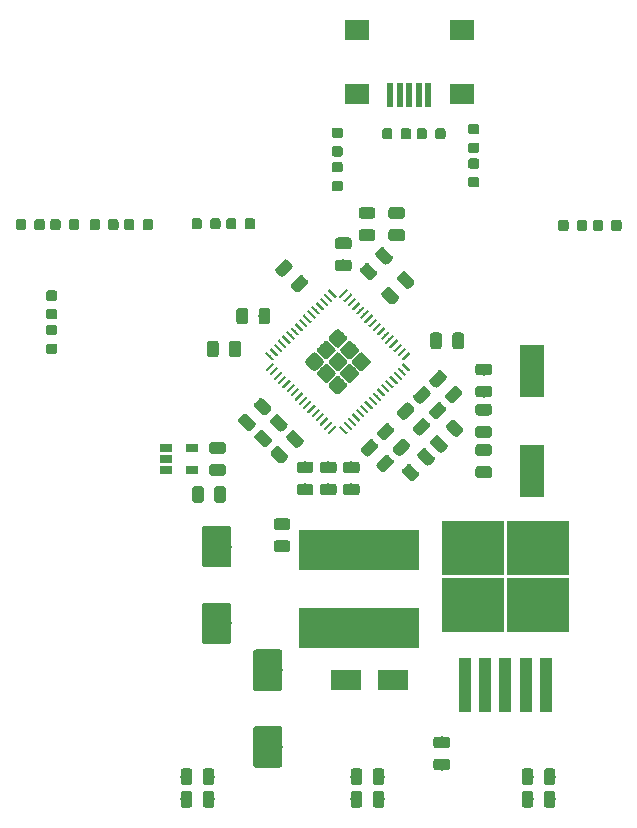
<source format=gbr>
G04 #@! TF.GenerationSoftware,KiCad,Pcbnew,(5.1.4)-1*
G04 #@! TF.CreationDate,2020-03-23T00:06:25+01:00*
G04 #@! TF.ProjectId,hub_usb_dispatch,6875625f-7573-4625-9f64-697370617463,rev?*
G04 #@! TF.SameCoordinates,Original*
G04 #@! TF.FileFunction,Paste,Top*
G04 #@! TF.FilePolarity,Positive*
%FSLAX46Y46*%
G04 Gerber Fmt 4.6, Leading zero omitted, Abs format (unit mm)*
G04 Created by KiCad (PCBNEW (5.1.4)-1) date 2020-03-23 00:06:25*
%MOMM*%
%LPD*%
G04 APERTURE LIST*
%ADD10C,0.100000*%
%ADD11C,0.975000*%
%ADD12C,1.263087*%
%ADD13C,0.200000*%
%ADD14R,1.060000X0.650000*%
%ADD15R,2.000000X4.500000*%
%ADD16C,0.875000*%
%ADD17R,0.500000X2.000000*%
%ADD18R,2.000000X1.700000*%
%ADD19C,2.500000*%
%ADD20R,2.500000X1.800000*%
%ADD21R,10.200000X3.500000*%
%ADD22R,1.100000X4.600000*%
%ADD23R,5.250000X4.550000*%
G04 APERTURE END LIST*
D10*
G36*
X92428142Y-71067774D02*
G01*
X92451803Y-71071284D01*
X92475007Y-71077096D01*
X92497529Y-71085154D01*
X92519153Y-71095382D01*
X92539670Y-71107679D01*
X92558883Y-71121929D01*
X92576607Y-71137993D01*
X92592671Y-71155717D01*
X92606921Y-71174930D01*
X92619218Y-71195447D01*
X92629446Y-71217071D01*
X92637504Y-71239593D01*
X92643316Y-71262797D01*
X92646826Y-71286458D01*
X92648000Y-71310350D01*
X92648000Y-71797850D01*
X92646826Y-71821742D01*
X92643316Y-71845403D01*
X92637504Y-71868607D01*
X92629446Y-71891129D01*
X92619218Y-71912753D01*
X92606921Y-71933270D01*
X92592671Y-71952483D01*
X92576607Y-71970207D01*
X92558883Y-71986271D01*
X92539670Y-72000521D01*
X92519153Y-72012818D01*
X92497529Y-72023046D01*
X92475007Y-72031104D01*
X92451803Y-72036916D01*
X92428142Y-72040426D01*
X92404250Y-72041600D01*
X91491750Y-72041600D01*
X91467858Y-72040426D01*
X91444197Y-72036916D01*
X91420993Y-72031104D01*
X91398471Y-72023046D01*
X91376847Y-72012818D01*
X91356330Y-72000521D01*
X91337117Y-71986271D01*
X91319393Y-71970207D01*
X91303329Y-71952483D01*
X91289079Y-71933270D01*
X91276782Y-71912753D01*
X91266554Y-71891129D01*
X91258496Y-71868607D01*
X91252684Y-71845403D01*
X91249174Y-71821742D01*
X91248000Y-71797850D01*
X91248000Y-71310350D01*
X91249174Y-71286458D01*
X91252684Y-71262797D01*
X91258496Y-71239593D01*
X91266554Y-71217071D01*
X91276782Y-71195447D01*
X91289079Y-71174930D01*
X91303329Y-71155717D01*
X91319393Y-71137993D01*
X91337117Y-71121929D01*
X91356330Y-71107679D01*
X91376847Y-71095382D01*
X91398471Y-71085154D01*
X91420993Y-71077096D01*
X91444197Y-71071284D01*
X91467858Y-71067774D01*
X91491750Y-71066600D01*
X92404250Y-71066600D01*
X92428142Y-71067774D01*
X92428142Y-71067774D01*
G37*
D11*
X91948000Y-71554100D03*
D10*
G36*
X92428142Y-72942774D02*
G01*
X92451803Y-72946284D01*
X92475007Y-72952096D01*
X92497529Y-72960154D01*
X92519153Y-72970382D01*
X92539670Y-72982679D01*
X92558883Y-72996929D01*
X92576607Y-73012993D01*
X92592671Y-73030717D01*
X92606921Y-73049930D01*
X92619218Y-73070447D01*
X92629446Y-73092071D01*
X92637504Y-73114593D01*
X92643316Y-73137797D01*
X92646826Y-73161458D01*
X92648000Y-73185350D01*
X92648000Y-73672850D01*
X92646826Y-73696742D01*
X92643316Y-73720403D01*
X92637504Y-73743607D01*
X92629446Y-73766129D01*
X92619218Y-73787753D01*
X92606921Y-73808270D01*
X92592671Y-73827483D01*
X92576607Y-73845207D01*
X92558883Y-73861271D01*
X92539670Y-73875521D01*
X92519153Y-73887818D01*
X92497529Y-73898046D01*
X92475007Y-73906104D01*
X92451803Y-73911916D01*
X92428142Y-73915426D01*
X92404250Y-73916600D01*
X91491750Y-73916600D01*
X91467858Y-73915426D01*
X91444197Y-73911916D01*
X91420993Y-73906104D01*
X91398471Y-73898046D01*
X91376847Y-73887818D01*
X91356330Y-73875521D01*
X91337117Y-73861271D01*
X91319393Y-73845207D01*
X91303329Y-73827483D01*
X91289079Y-73808270D01*
X91276782Y-73787753D01*
X91266554Y-73766129D01*
X91258496Y-73743607D01*
X91252684Y-73720403D01*
X91249174Y-73696742D01*
X91248000Y-73672850D01*
X91248000Y-73185350D01*
X91249174Y-73161458D01*
X91252684Y-73137797D01*
X91258496Y-73114593D01*
X91266554Y-73092071D01*
X91276782Y-73070447D01*
X91289079Y-73049930D01*
X91303329Y-73030717D01*
X91319393Y-73012993D01*
X91337117Y-72996929D01*
X91356330Y-72982679D01*
X91376847Y-72970382D01*
X91398471Y-72960154D01*
X91420993Y-72952096D01*
X91444197Y-72946284D01*
X91467858Y-72942774D01*
X91491750Y-72941600D01*
X92404250Y-72941600D01*
X92428142Y-72942774D01*
X92428142Y-72942774D01*
G37*
D11*
X91948000Y-73429100D03*
D10*
G36*
X95781519Y-75261762D02*
G01*
X95805180Y-75265272D01*
X95828384Y-75271084D01*
X95850906Y-75279142D01*
X95872530Y-75289370D01*
X95893047Y-75301667D01*
X95912260Y-75315917D01*
X95929984Y-75331981D01*
X96575219Y-75977216D01*
X96591283Y-75994940D01*
X96605533Y-76014153D01*
X96617830Y-76034670D01*
X96628058Y-76056294D01*
X96636116Y-76078816D01*
X96641928Y-76102020D01*
X96645438Y-76125681D01*
X96646612Y-76149573D01*
X96645438Y-76173465D01*
X96641928Y-76197126D01*
X96636116Y-76220330D01*
X96628058Y-76242852D01*
X96617830Y-76264476D01*
X96605533Y-76284993D01*
X96591283Y-76304206D01*
X96575219Y-76321930D01*
X96230504Y-76666645D01*
X96212780Y-76682709D01*
X96193567Y-76696959D01*
X96173050Y-76709256D01*
X96151426Y-76719484D01*
X96128904Y-76727542D01*
X96105700Y-76733354D01*
X96082039Y-76736864D01*
X96058147Y-76738038D01*
X96034255Y-76736864D01*
X96010594Y-76733354D01*
X95987390Y-76727542D01*
X95964868Y-76719484D01*
X95943244Y-76709256D01*
X95922727Y-76696959D01*
X95903514Y-76682709D01*
X95885790Y-76666645D01*
X95240555Y-76021410D01*
X95224491Y-76003686D01*
X95210241Y-75984473D01*
X95197944Y-75963956D01*
X95187716Y-75942332D01*
X95179658Y-75919810D01*
X95173846Y-75896606D01*
X95170336Y-75872945D01*
X95169162Y-75849053D01*
X95170336Y-75825161D01*
X95173846Y-75801500D01*
X95179658Y-75778296D01*
X95187716Y-75755774D01*
X95197944Y-75734150D01*
X95210241Y-75713633D01*
X95224491Y-75694420D01*
X95240555Y-75676696D01*
X95585270Y-75331981D01*
X95602994Y-75315917D01*
X95622207Y-75301667D01*
X95642724Y-75289370D01*
X95664348Y-75279142D01*
X95686870Y-75271084D01*
X95710074Y-75265272D01*
X95733735Y-75261762D01*
X95757627Y-75260588D01*
X95781519Y-75261762D01*
X95781519Y-75261762D01*
G37*
D11*
X95907887Y-75999313D03*
D10*
G36*
X97107345Y-73935936D02*
G01*
X97131006Y-73939446D01*
X97154210Y-73945258D01*
X97176732Y-73953316D01*
X97198356Y-73963544D01*
X97218873Y-73975841D01*
X97238086Y-73990091D01*
X97255810Y-74006155D01*
X97901045Y-74651390D01*
X97917109Y-74669114D01*
X97931359Y-74688327D01*
X97943656Y-74708844D01*
X97953884Y-74730468D01*
X97961942Y-74752990D01*
X97967754Y-74776194D01*
X97971264Y-74799855D01*
X97972438Y-74823747D01*
X97971264Y-74847639D01*
X97967754Y-74871300D01*
X97961942Y-74894504D01*
X97953884Y-74917026D01*
X97943656Y-74938650D01*
X97931359Y-74959167D01*
X97917109Y-74978380D01*
X97901045Y-74996104D01*
X97556330Y-75340819D01*
X97538606Y-75356883D01*
X97519393Y-75371133D01*
X97498876Y-75383430D01*
X97477252Y-75393658D01*
X97454730Y-75401716D01*
X97431526Y-75407528D01*
X97407865Y-75411038D01*
X97383973Y-75412212D01*
X97360081Y-75411038D01*
X97336420Y-75407528D01*
X97313216Y-75401716D01*
X97290694Y-75393658D01*
X97269070Y-75383430D01*
X97248553Y-75371133D01*
X97229340Y-75356883D01*
X97211616Y-75340819D01*
X96566381Y-74695584D01*
X96550317Y-74677860D01*
X96536067Y-74658647D01*
X96523770Y-74638130D01*
X96513542Y-74616506D01*
X96505484Y-74593984D01*
X96499672Y-74570780D01*
X96496162Y-74547119D01*
X96494988Y-74523227D01*
X96496162Y-74499335D01*
X96499672Y-74475674D01*
X96505484Y-74452470D01*
X96513542Y-74429948D01*
X96523770Y-74408324D01*
X96536067Y-74387807D01*
X96550317Y-74368594D01*
X96566381Y-74350870D01*
X96911096Y-74006155D01*
X96928820Y-73990091D01*
X96948033Y-73975841D01*
X96968550Y-73963544D01*
X96990174Y-73953316D01*
X97012696Y-73945258D01*
X97035900Y-73939446D01*
X97059561Y-73935936D01*
X97083453Y-73934762D01*
X97107345Y-73935936D01*
X97107345Y-73935936D01*
G37*
D11*
X97233713Y-74673487D03*
D10*
G36*
X91515304Y-78816522D02*
G01*
X91539573Y-78820122D01*
X91563371Y-78826083D01*
X91586471Y-78834348D01*
X91608649Y-78844838D01*
X91629693Y-78857451D01*
X91649398Y-78872065D01*
X91667577Y-78888541D01*
X92207160Y-79428124D01*
X92223636Y-79446303D01*
X92238250Y-79466008D01*
X92250863Y-79487052D01*
X92261353Y-79509230D01*
X92269618Y-79532330D01*
X92275579Y-79556128D01*
X92279179Y-79580397D01*
X92280383Y-79604901D01*
X92279179Y-79629405D01*
X92275579Y-79653674D01*
X92269618Y-79677472D01*
X92261353Y-79700572D01*
X92250863Y-79722750D01*
X92238250Y-79743794D01*
X92223636Y-79763499D01*
X92207160Y-79781678D01*
X91667577Y-80321261D01*
X91649398Y-80337737D01*
X91629693Y-80352351D01*
X91608649Y-80364964D01*
X91586471Y-80375454D01*
X91563371Y-80383719D01*
X91539573Y-80389680D01*
X91515304Y-80393280D01*
X91490800Y-80394484D01*
X91466296Y-80393280D01*
X91442027Y-80389680D01*
X91418229Y-80383719D01*
X91395129Y-80375454D01*
X91372951Y-80364964D01*
X91351907Y-80352351D01*
X91332202Y-80337737D01*
X91314023Y-80321261D01*
X90774440Y-79781678D01*
X90757964Y-79763499D01*
X90743350Y-79743794D01*
X90730737Y-79722750D01*
X90720247Y-79700572D01*
X90711982Y-79677472D01*
X90706021Y-79653674D01*
X90702421Y-79629405D01*
X90701217Y-79604901D01*
X90702421Y-79580397D01*
X90706021Y-79556128D01*
X90711982Y-79532330D01*
X90720247Y-79509230D01*
X90730737Y-79487052D01*
X90743350Y-79466008D01*
X90757964Y-79446303D01*
X90774440Y-79428124D01*
X91314023Y-78888541D01*
X91332202Y-78872065D01*
X91351907Y-78857451D01*
X91372951Y-78844838D01*
X91395129Y-78834348D01*
X91418229Y-78826083D01*
X91442027Y-78820122D01*
X91466296Y-78816522D01*
X91490800Y-78815318D01*
X91515304Y-78816522D01*
X91515304Y-78816522D01*
G37*
D12*
X91490800Y-79604901D03*
D10*
G36*
X90525355Y-79806472D02*
G01*
X90549624Y-79810072D01*
X90573422Y-79816033D01*
X90596522Y-79824298D01*
X90618700Y-79834788D01*
X90639744Y-79847401D01*
X90659449Y-79862015D01*
X90677628Y-79878491D01*
X91217211Y-80418074D01*
X91233687Y-80436253D01*
X91248301Y-80455958D01*
X91260914Y-80477002D01*
X91271404Y-80499180D01*
X91279669Y-80522280D01*
X91285630Y-80546078D01*
X91289230Y-80570347D01*
X91290434Y-80594851D01*
X91289230Y-80619355D01*
X91285630Y-80643624D01*
X91279669Y-80667422D01*
X91271404Y-80690522D01*
X91260914Y-80712700D01*
X91248301Y-80733744D01*
X91233687Y-80753449D01*
X91217211Y-80771628D01*
X90677628Y-81311211D01*
X90659449Y-81327687D01*
X90639744Y-81342301D01*
X90618700Y-81354914D01*
X90596522Y-81365404D01*
X90573422Y-81373669D01*
X90549624Y-81379630D01*
X90525355Y-81383230D01*
X90500851Y-81384434D01*
X90476347Y-81383230D01*
X90452078Y-81379630D01*
X90428280Y-81373669D01*
X90405180Y-81365404D01*
X90383002Y-81354914D01*
X90361958Y-81342301D01*
X90342253Y-81327687D01*
X90324074Y-81311211D01*
X89784491Y-80771628D01*
X89768015Y-80753449D01*
X89753401Y-80733744D01*
X89740788Y-80712700D01*
X89730298Y-80690522D01*
X89722033Y-80667422D01*
X89716072Y-80643624D01*
X89712472Y-80619355D01*
X89711268Y-80594851D01*
X89712472Y-80570347D01*
X89716072Y-80546078D01*
X89722033Y-80522280D01*
X89730298Y-80499180D01*
X89740788Y-80477002D01*
X89753401Y-80455958D01*
X89768015Y-80436253D01*
X89784491Y-80418074D01*
X90324074Y-79878491D01*
X90342253Y-79862015D01*
X90361958Y-79847401D01*
X90383002Y-79834788D01*
X90405180Y-79824298D01*
X90428280Y-79816033D01*
X90452078Y-79810072D01*
X90476347Y-79806472D01*
X90500851Y-79805268D01*
X90525355Y-79806472D01*
X90525355Y-79806472D01*
G37*
D12*
X90500851Y-80594851D03*
D10*
G36*
X89535405Y-80796421D02*
G01*
X89559674Y-80800021D01*
X89583472Y-80805982D01*
X89606572Y-80814247D01*
X89628750Y-80824737D01*
X89649794Y-80837350D01*
X89669499Y-80851964D01*
X89687678Y-80868440D01*
X90227261Y-81408023D01*
X90243737Y-81426202D01*
X90258351Y-81445907D01*
X90270964Y-81466951D01*
X90281454Y-81489129D01*
X90289719Y-81512229D01*
X90295680Y-81536027D01*
X90299280Y-81560296D01*
X90300484Y-81584800D01*
X90299280Y-81609304D01*
X90295680Y-81633573D01*
X90289719Y-81657371D01*
X90281454Y-81680471D01*
X90270964Y-81702649D01*
X90258351Y-81723693D01*
X90243737Y-81743398D01*
X90227261Y-81761577D01*
X89687678Y-82301160D01*
X89669499Y-82317636D01*
X89649794Y-82332250D01*
X89628750Y-82344863D01*
X89606572Y-82355353D01*
X89583472Y-82363618D01*
X89559674Y-82369579D01*
X89535405Y-82373179D01*
X89510901Y-82374383D01*
X89486397Y-82373179D01*
X89462128Y-82369579D01*
X89438330Y-82363618D01*
X89415230Y-82355353D01*
X89393052Y-82344863D01*
X89372008Y-82332250D01*
X89352303Y-82317636D01*
X89334124Y-82301160D01*
X88794541Y-81761577D01*
X88778065Y-81743398D01*
X88763451Y-81723693D01*
X88750838Y-81702649D01*
X88740348Y-81680471D01*
X88732083Y-81657371D01*
X88726122Y-81633573D01*
X88722522Y-81609304D01*
X88721318Y-81584800D01*
X88722522Y-81560296D01*
X88726122Y-81536027D01*
X88732083Y-81512229D01*
X88740348Y-81489129D01*
X88750838Y-81466951D01*
X88763451Y-81445907D01*
X88778065Y-81426202D01*
X88794541Y-81408023D01*
X89334124Y-80868440D01*
X89352303Y-80851964D01*
X89372008Y-80837350D01*
X89393052Y-80824737D01*
X89415230Y-80814247D01*
X89438330Y-80805982D01*
X89462128Y-80800021D01*
X89486397Y-80796421D01*
X89510901Y-80795217D01*
X89535405Y-80796421D01*
X89535405Y-80796421D01*
G37*
D12*
X89510901Y-81584800D03*
D10*
G36*
X92505253Y-79806472D02*
G01*
X92529522Y-79810072D01*
X92553320Y-79816033D01*
X92576420Y-79824298D01*
X92598598Y-79834788D01*
X92619642Y-79847401D01*
X92639347Y-79862015D01*
X92657526Y-79878491D01*
X93197109Y-80418074D01*
X93213585Y-80436253D01*
X93228199Y-80455958D01*
X93240812Y-80477002D01*
X93251302Y-80499180D01*
X93259567Y-80522280D01*
X93265528Y-80546078D01*
X93269128Y-80570347D01*
X93270332Y-80594851D01*
X93269128Y-80619355D01*
X93265528Y-80643624D01*
X93259567Y-80667422D01*
X93251302Y-80690522D01*
X93240812Y-80712700D01*
X93228199Y-80733744D01*
X93213585Y-80753449D01*
X93197109Y-80771628D01*
X92657526Y-81311211D01*
X92639347Y-81327687D01*
X92619642Y-81342301D01*
X92598598Y-81354914D01*
X92576420Y-81365404D01*
X92553320Y-81373669D01*
X92529522Y-81379630D01*
X92505253Y-81383230D01*
X92480749Y-81384434D01*
X92456245Y-81383230D01*
X92431976Y-81379630D01*
X92408178Y-81373669D01*
X92385078Y-81365404D01*
X92362900Y-81354914D01*
X92341856Y-81342301D01*
X92322151Y-81327687D01*
X92303972Y-81311211D01*
X91764389Y-80771628D01*
X91747913Y-80753449D01*
X91733299Y-80733744D01*
X91720686Y-80712700D01*
X91710196Y-80690522D01*
X91701931Y-80667422D01*
X91695970Y-80643624D01*
X91692370Y-80619355D01*
X91691166Y-80594851D01*
X91692370Y-80570347D01*
X91695970Y-80546078D01*
X91701931Y-80522280D01*
X91710196Y-80499180D01*
X91720686Y-80477002D01*
X91733299Y-80455958D01*
X91747913Y-80436253D01*
X91764389Y-80418074D01*
X92303972Y-79878491D01*
X92322151Y-79862015D01*
X92341856Y-79847401D01*
X92362900Y-79834788D01*
X92385078Y-79824298D01*
X92408178Y-79816033D01*
X92431976Y-79810072D01*
X92456245Y-79806472D01*
X92480749Y-79805268D01*
X92505253Y-79806472D01*
X92505253Y-79806472D01*
G37*
D12*
X92480749Y-80594851D03*
D10*
G36*
X91515304Y-80796421D02*
G01*
X91539573Y-80800021D01*
X91563371Y-80805982D01*
X91586471Y-80814247D01*
X91608649Y-80824737D01*
X91629693Y-80837350D01*
X91649398Y-80851964D01*
X91667577Y-80868440D01*
X92207160Y-81408023D01*
X92223636Y-81426202D01*
X92238250Y-81445907D01*
X92250863Y-81466951D01*
X92261353Y-81489129D01*
X92269618Y-81512229D01*
X92275579Y-81536027D01*
X92279179Y-81560296D01*
X92280383Y-81584800D01*
X92279179Y-81609304D01*
X92275579Y-81633573D01*
X92269618Y-81657371D01*
X92261353Y-81680471D01*
X92250863Y-81702649D01*
X92238250Y-81723693D01*
X92223636Y-81743398D01*
X92207160Y-81761577D01*
X91667577Y-82301160D01*
X91649398Y-82317636D01*
X91629693Y-82332250D01*
X91608649Y-82344863D01*
X91586471Y-82355353D01*
X91563371Y-82363618D01*
X91539573Y-82369579D01*
X91515304Y-82373179D01*
X91490800Y-82374383D01*
X91466296Y-82373179D01*
X91442027Y-82369579D01*
X91418229Y-82363618D01*
X91395129Y-82355353D01*
X91372951Y-82344863D01*
X91351907Y-82332250D01*
X91332202Y-82317636D01*
X91314023Y-82301160D01*
X90774440Y-81761577D01*
X90757964Y-81743398D01*
X90743350Y-81723693D01*
X90730737Y-81702649D01*
X90720247Y-81680471D01*
X90711982Y-81657371D01*
X90706021Y-81633573D01*
X90702421Y-81609304D01*
X90701217Y-81584800D01*
X90702421Y-81560296D01*
X90706021Y-81536027D01*
X90711982Y-81512229D01*
X90720247Y-81489129D01*
X90730737Y-81466951D01*
X90743350Y-81445907D01*
X90757964Y-81426202D01*
X90774440Y-81408023D01*
X91314023Y-80868440D01*
X91332202Y-80851964D01*
X91351907Y-80837350D01*
X91372951Y-80824737D01*
X91395129Y-80814247D01*
X91418229Y-80805982D01*
X91442027Y-80800021D01*
X91466296Y-80796421D01*
X91490800Y-80795217D01*
X91515304Y-80796421D01*
X91515304Y-80796421D01*
G37*
D12*
X91490800Y-81584800D03*
D10*
G36*
X90525355Y-81786370D02*
G01*
X90549624Y-81789970D01*
X90573422Y-81795931D01*
X90596522Y-81804196D01*
X90618700Y-81814686D01*
X90639744Y-81827299D01*
X90659449Y-81841913D01*
X90677628Y-81858389D01*
X91217211Y-82397972D01*
X91233687Y-82416151D01*
X91248301Y-82435856D01*
X91260914Y-82456900D01*
X91271404Y-82479078D01*
X91279669Y-82502178D01*
X91285630Y-82525976D01*
X91289230Y-82550245D01*
X91290434Y-82574749D01*
X91289230Y-82599253D01*
X91285630Y-82623522D01*
X91279669Y-82647320D01*
X91271404Y-82670420D01*
X91260914Y-82692598D01*
X91248301Y-82713642D01*
X91233687Y-82733347D01*
X91217211Y-82751526D01*
X90677628Y-83291109D01*
X90659449Y-83307585D01*
X90639744Y-83322199D01*
X90618700Y-83334812D01*
X90596522Y-83345302D01*
X90573422Y-83353567D01*
X90549624Y-83359528D01*
X90525355Y-83363128D01*
X90500851Y-83364332D01*
X90476347Y-83363128D01*
X90452078Y-83359528D01*
X90428280Y-83353567D01*
X90405180Y-83345302D01*
X90383002Y-83334812D01*
X90361958Y-83322199D01*
X90342253Y-83307585D01*
X90324074Y-83291109D01*
X89784491Y-82751526D01*
X89768015Y-82733347D01*
X89753401Y-82713642D01*
X89740788Y-82692598D01*
X89730298Y-82670420D01*
X89722033Y-82647320D01*
X89716072Y-82623522D01*
X89712472Y-82599253D01*
X89711268Y-82574749D01*
X89712472Y-82550245D01*
X89716072Y-82525976D01*
X89722033Y-82502178D01*
X89730298Y-82479078D01*
X89740788Y-82456900D01*
X89753401Y-82435856D01*
X89768015Y-82416151D01*
X89784491Y-82397972D01*
X90324074Y-81858389D01*
X90342253Y-81841913D01*
X90361958Y-81827299D01*
X90383002Y-81814686D01*
X90405180Y-81804196D01*
X90428280Y-81795931D01*
X90452078Y-81789970D01*
X90476347Y-81786370D01*
X90500851Y-81785166D01*
X90525355Y-81786370D01*
X90525355Y-81786370D01*
G37*
D12*
X90500851Y-82574749D03*
D10*
G36*
X93495203Y-80796421D02*
G01*
X93519472Y-80800021D01*
X93543270Y-80805982D01*
X93566370Y-80814247D01*
X93588548Y-80824737D01*
X93609592Y-80837350D01*
X93629297Y-80851964D01*
X93647476Y-80868440D01*
X94187059Y-81408023D01*
X94203535Y-81426202D01*
X94218149Y-81445907D01*
X94230762Y-81466951D01*
X94241252Y-81489129D01*
X94249517Y-81512229D01*
X94255478Y-81536027D01*
X94259078Y-81560296D01*
X94260282Y-81584800D01*
X94259078Y-81609304D01*
X94255478Y-81633573D01*
X94249517Y-81657371D01*
X94241252Y-81680471D01*
X94230762Y-81702649D01*
X94218149Y-81723693D01*
X94203535Y-81743398D01*
X94187059Y-81761577D01*
X93647476Y-82301160D01*
X93629297Y-82317636D01*
X93609592Y-82332250D01*
X93588548Y-82344863D01*
X93566370Y-82355353D01*
X93543270Y-82363618D01*
X93519472Y-82369579D01*
X93495203Y-82373179D01*
X93470699Y-82374383D01*
X93446195Y-82373179D01*
X93421926Y-82369579D01*
X93398128Y-82363618D01*
X93375028Y-82355353D01*
X93352850Y-82344863D01*
X93331806Y-82332250D01*
X93312101Y-82317636D01*
X93293922Y-82301160D01*
X92754339Y-81761577D01*
X92737863Y-81743398D01*
X92723249Y-81723693D01*
X92710636Y-81702649D01*
X92700146Y-81680471D01*
X92691881Y-81657371D01*
X92685920Y-81633573D01*
X92682320Y-81609304D01*
X92681116Y-81584800D01*
X92682320Y-81560296D01*
X92685920Y-81536027D01*
X92691881Y-81512229D01*
X92700146Y-81489129D01*
X92710636Y-81466951D01*
X92723249Y-81445907D01*
X92737863Y-81426202D01*
X92754339Y-81408023D01*
X93293922Y-80868440D01*
X93312101Y-80851964D01*
X93331806Y-80837350D01*
X93352850Y-80824737D01*
X93375028Y-80814247D01*
X93398128Y-80805982D01*
X93421926Y-80800021D01*
X93446195Y-80796421D01*
X93470699Y-80795217D01*
X93495203Y-80796421D01*
X93495203Y-80796421D01*
G37*
D12*
X93470699Y-81584800D03*
D10*
G36*
X92505253Y-81786370D02*
G01*
X92529522Y-81789970D01*
X92553320Y-81795931D01*
X92576420Y-81804196D01*
X92598598Y-81814686D01*
X92619642Y-81827299D01*
X92639347Y-81841913D01*
X92657526Y-81858389D01*
X93197109Y-82397972D01*
X93213585Y-82416151D01*
X93228199Y-82435856D01*
X93240812Y-82456900D01*
X93251302Y-82479078D01*
X93259567Y-82502178D01*
X93265528Y-82525976D01*
X93269128Y-82550245D01*
X93270332Y-82574749D01*
X93269128Y-82599253D01*
X93265528Y-82623522D01*
X93259567Y-82647320D01*
X93251302Y-82670420D01*
X93240812Y-82692598D01*
X93228199Y-82713642D01*
X93213585Y-82733347D01*
X93197109Y-82751526D01*
X92657526Y-83291109D01*
X92639347Y-83307585D01*
X92619642Y-83322199D01*
X92598598Y-83334812D01*
X92576420Y-83345302D01*
X92553320Y-83353567D01*
X92529522Y-83359528D01*
X92505253Y-83363128D01*
X92480749Y-83364332D01*
X92456245Y-83363128D01*
X92431976Y-83359528D01*
X92408178Y-83353567D01*
X92385078Y-83345302D01*
X92362900Y-83334812D01*
X92341856Y-83322199D01*
X92322151Y-83307585D01*
X92303972Y-83291109D01*
X91764389Y-82751526D01*
X91747913Y-82733347D01*
X91733299Y-82713642D01*
X91720686Y-82692598D01*
X91710196Y-82670420D01*
X91701931Y-82647320D01*
X91695970Y-82623522D01*
X91692370Y-82599253D01*
X91691166Y-82574749D01*
X91692370Y-82550245D01*
X91695970Y-82525976D01*
X91701931Y-82502178D01*
X91710196Y-82479078D01*
X91720686Y-82456900D01*
X91733299Y-82435856D01*
X91747913Y-82416151D01*
X91764389Y-82397972D01*
X92303972Y-81858389D01*
X92322151Y-81841913D01*
X92341856Y-81827299D01*
X92362900Y-81814686D01*
X92385078Y-81804196D01*
X92408178Y-81795931D01*
X92431976Y-81789970D01*
X92456245Y-81786370D01*
X92480749Y-81785166D01*
X92505253Y-81786370D01*
X92505253Y-81786370D01*
G37*
D12*
X92480749Y-82574749D03*
D10*
G36*
X91515304Y-82776320D02*
G01*
X91539573Y-82779920D01*
X91563371Y-82785881D01*
X91586471Y-82794146D01*
X91608649Y-82804636D01*
X91629693Y-82817249D01*
X91649398Y-82831863D01*
X91667577Y-82848339D01*
X92207160Y-83387922D01*
X92223636Y-83406101D01*
X92238250Y-83425806D01*
X92250863Y-83446850D01*
X92261353Y-83469028D01*
X92269618Y-83492128D01*
X92275579Y-83515926D01*
X92279179Y-83540195D01*
X92280383Y-83564699D01*
X92279179Y-83589203D01*
X92275579Y-83613472D01*
X92269618Y-83637270D01*
X92261353Y-83660370D01*
X92250863Y-83682548D01*
X92238250Y-83703592D01*
X92223636Y-83723297D01*
X92207160Y-83741476D01*
X91667577Y-84281059D01*
X91649398Y-84297535D01*
X91629693Y-84312149D01*
X91608649Y-84324762D01*
X91586471Y-84335252D01*
X91563371Y-84343517D01*
X91539573Y-84349478D01*
X91515304Y-84353078D01*
X91490800Y-84354282D01*
X91466296Y-84353078D01*
X91442027Y-84349478D01*
X91418229Y-84343517D01*
X91395129Y-84335252D01*
X91372951Y-84324762D01*
X91351907Y-84312149D01*
X91332202Y-84297535D01*
X91314023Y-84281059D01*
X90774440Y-83741476D01*
X90757964Y-83723297D01*
X90743350Y-83703592D01*
X90730737Y-83682548D01*
X90720247Y-83660370D01*
X90711982Y-83637270D01*
X90706021Y-83613472D01*
X90702421Y-83589203D01*
X90701217Y-83564699D01*
X90702421Y-83540195D01*
X90706021Y-83515926D01*
X90711982Y-83492128D01*
X90720247Y-83469028D01*
X90730737Y-83446850D01*
X90743350Y-83425806D01*
X90757964Y-83406101D01*
X90774440Y-83387922D01*
X91314023Y-82848339D01*
X91332202Y-82831863D01*
X91351907Y-82817249D01*
X91372951Y-82804636D01*
X91395129Y-82794146D01*
X91418229Y-82785881D01*
X91442027Y-82779920D01*
X91466296Y-82776320D01*
X91490800Y-82775116D01*
X91515304Y-82776320D01*
X91515304Y-82776320D01*
G37*
D12*
X91490800Y-83564699D03*
D10*
G36*
X90788594Y-75453923D02*
G01*
X90793448Y-75454643D01*
X90798207Y-75455835D01*
X90802827Y-75457488D01*
X90807263Y-75459586D01*
X90811472Y-75462109D01*
X90815413Y-75465031D01*
X90819048Y-75468327D01*
X91367056Y-76016335D01*
X91370352Y-76019970D01*
X91373274Y-76023911D01*
X91375797Y-76028120D01*
X91377895Y-76032556D01*
X91379548Y-76037176D01*
X91380740Y-76041935D01*
X91381460Y-76046789D01*
X91381701Y-76051690D01*
X91381460Y-76056591D01*
X91380740Y-76061445D01*
X91379548Y-76066204D01*
X91377895Y-76070824D01*
X91375797Y-76075260D01*
X91373274Y-76079469D01*
X91370352Y-76083410D01*
X91367056Y-76087045D01*
X91296346Y-76157755D01*
X91292711Y-76161051D01*
X91288770Y-76163973D01*
X91284561Y-76166496D01*
X91280125Y-76168594D01*
X91275505Y-76170247D01*
X91270746Y-76171439D01*
X91265892Y-76172159D01*
X91260991Y-76172400D01*
X91256090Y-76172159D01*
X91251236Y-76171439D01*
X91246477Y-76170247D01*
X91241857Y-76168594D01*
X91237421Y-76166496D01*
X91233212Y-76163973D01*
X91229271Y-76161051D01*
X91225636Y-76157755D01*
X90677628Y-75609747D01*
X90674332Y-75606112D01*
X90671410Y-75602171D01*
X90668887Y-75597962D01*
X90666789Y-75593526D01*
X90665136Y-75588906D01*
X90663944Y-75584147D01*
X90663224Y-75579293D01*
X90662983Y-75574392D01*
X90663224Y-75569491D01*
X90663944Y-75564637D01*
X90665136Y-75559878D01*
X90666789Y-75555258D01*
X90668887Y-75550822D01*
X90671410Y-75546613D01*
X90674332Y-75542672D01*
X90677628Y-75539037D01*
X90748338Y-75468327D01*
X90751973Y-75465031D01*
X90755914Y-75462109D01*
X90760123Y-75459586D01*
X90764559Y-75457488D01*
X90769179Y-75455835D01*
X90773938Y-75454643D01*
X90778792Y-75453923D01*
X90783693Y-75453682D01*
X90788594Y-75453923D01*
X90788594Y-75453923D01*
G37*
D13*
X91022342Y-75813041D03*
D10*
G36*
X90435040Y-75807476D02*
G01*
X90439894Y-75808196D01*
X90444653Y-75809388D01*
X90449273Y-75811041D01*
X90453709Y-75813139D01*
X90457918Y-75815662D01*
X90461859Y-75818584D01*
X90465494Y-75821880D01*
X91013502Y-76369888D01*
X91016798Y-76373523D01*
X91019720Y-76377464D01*
X91022243Y-76381673D01*
X91024341Y-76386109D01*
X91025994Y-76390729D01*
X91027186Y-76395488D01*
X91027906Y-76400342D01*
X91028147Y-76405243D01*
X91027906Y-76410144D01*
X91027186Y-76414998D01*
X91025994Y-76419757D01*
X91024341Y-76424377D01*
X91022243Y-76428813D01*
X91019720Y-76433022D01*
X91016798Y-76436963D01*
X91013502Y-76440598D01*
X90942792Y-76511308D01*
X90939157Y-76514604D01*
X90935216Y-76517526D01*
X90931007Y-76520049D01*
X90926571Y-76522147D01*
X90921951Y-76523800D01*
X90917192Y-76524992D01*
X90912338Y-76525712D01*
X90907437Y-76525953D01*
X90902536Y-76525712D01*
X90897682Y-76524992D01*
X90892923Y-76523800D01*
X90888303Y-76522147D01*
X90883867Y-76520049D01*
X90879658Y-76517526D01*
X90875717Y-76514604D01*
X90872082Y-76511308D01*
X90324074Y-75963300D01*
X90320778Y-75959665D01*
X90317856Y-75955724D01*
X90315333Y-75951515D01*
X90313235Y-75947079D01*
X90311582Y-75942459D01*
X90310390Y-75937700D01*
X90309670Y-75932846D01*
X90309429Y-75927945D01*
X90309670Y-75923044D01*
X90310390Y-75918190D01*
X90311582Y-75913431D01*
X90313235Y-75908811D01*
X90315333Y-75904375D01*
X90317856Y-75900166D01*
X90320778Y-75896225D01*
X90324074Y-75892590D01*
X90394784Y-75821880D01*
X90398419Y-75818584D01*
X90402360Y-75815662D01*
X90406569Y-75813139D01*
X90411005Y-75811041D01*
X90415625Y-75809388D01*
X90420384Y-75808196D01*
X90425238Y-75807476D01*
X90430139Y-75807235D01*
X90435040Y-75807476D01*
X90435040Y-75807476D01*
G37*
D13*
X90668788Y-76166594D03*
D10*
G36*
X90081487Y-76161030D02*
G01*
X90086341Y-76161750D01*
X90091100Y-76162942D01*
X90095720Y-76164595D01*
X90100156Y-76166693D01*
X90104365Y-76169216D01*
X90108306Y-76172138D01*
X90111941Y-76175434D01*
X90659949Y-76723442D01*
X90663245Y-76727077D01*
X90666167Y-76731018D01*
X90668690Y-76735227D01*
X90670788Y-76739663D01*
X90672441Y-76744283D01*
X90673633Y-76749042D01*
X90674353Y-76753896D01*
X90674594Y-76758797D01*
X90674353Y-76763698D01*
X90673633Y-76768552D01*
X90672441Y-76773311D01*
X90670788Y-76777931D01*
X90668690Y-76782367D01*
X90666167Y-76786576D01*
X90663245Y-76790517D01*
X90659949Y-76794152D01*
X90589239Y-76864862D01*
X90585604Y-76868158D01*
X90581663Y-76871080D01*
X90577454Y-76873603D01*
X90573018Y-76875701D01*
X90568398Y-76877354D01*
X90563639Y-76878546D01*
X90558785Y-76879266D01*
X90553884Y-76879507D01*
X90548983Y-76879266D01*
X90544129Y-76878546D01*
X90539370Y-76877354D01*
X90534750Y-76875701D01*
X90530314Y-76873603D01*
X90526105Y-76871080D01*
X90522164Y-76868158D01*
X90518529Y-76864862D01*
X89970521Y-76316854D01*
X89967225Y-76313219D01*
X89964303Y-76309278D01*
X89961780Y-76305069D01*
X89959682Y-76300633D01*
X89958029Y-76296013D01*
X89956837Y-76291254D01*
X89956117Y-76286400D01*
X89955876Y-76281499D01*
X89956117Y-76276598D01*
X89956837Y-76271744D01*
X89958029Y-76266985D01*
X89959682Y-76262365D01*
X89961780Y-76257929D01*
X89964303Y-76253720D01*
X89967225Y-76249779D01*
X89970521Y-76246144D01*
X90041231Y-76175434D01*
X90044866Y-76172138D01*
X90048807Y-76169216D01*
X90053016Y-76166693D01*
X90057452Y-76164595D01*
X90062072Y-76162942D01*
X90066831Y-76161750D01*
X90071685Y-76161030D01*
X90076586Y-76160789D01*
X90081487Y-76161030D01*
X90081487Y-76161030D01*
G37*
D13*
X90315235Y-76520148D03*
D10*
G36*
X89727934Y-76514583D02*
G01*
X89732788Y-76515303D01*
X89737547Y-76516495D01*
X89742167Y-76518148D01*
X89746603Y-76520246D01*
X89750812Y-76522769D01*
X89754753Y-76525691D01*
X89758388Y-76528987D01*
X90306396Y-77076995D01*
X90309692Y-77080630D01*
X90312614Y-77084571D01*
X90315137Y-77088780D01*
X90317235Y-77093216D01*
X90318888Y-77097836D01*
X90320080Y-77102595D01*
X90320800Y-77107449D01*
X90321041Y-77112350D01*
X90320800Y-77117251D01*
X90320080Y-77122105D01*
X90318888Y-77126864D01*
X90317235Y-77131484D01*
X90315137Y-77135920D01*
X90312614Y-77140129D01*
X90309692Y-77144070D01*
X90306396Y-77147705D01*
X90235686Y-77218415D01*
X90232051Y-77221711D01*
X90228110Y-77224633D01*
X90223901Y-77227156D01*
X90219465Y-77229254D01*
X90214845Y-77230907D01*
X90210086Y-77232099D01*
X90205232Y-77232819D01*
X90200331Y-77233060D01*
X90195430Y-77232819D01*
X90190576Y-77232099D01*
X90185817Y-77230907D01*
X90181197Y-77229254D01*
X90176761Y-77227156D01*
X90172552Y-77224633D01*
X90168611Y-77221711D01*
X90164976Y-77218415D01*
X89616968Y-76670407D01*
X89613672Y-76666772D01*
X89610750Y-76662831D01*
X89608227Y-76658622D01*
X89606129Y-76654186D01*
X89604476Y-76649566D01*
X89603284Y-76644807D01*
X89602564Y-76639953D01*
X89602323Y-76635052D01*
X89602564Y-76630151D01*
X89603284Y-76625297D01*
X89604476Y-76620538D01*
X89606129Y-76615918D01*
X89608227Y-76611482D01*
X89610750Y-76607273D01*
X89613672Y-76603332D01*
X89616968Y-76599697D01*
X89687678Y-76528987D01*
X89691313Y-76525691D01*
X89695254Y-76522769D01*
X89699463Y-76520246D01*
X89703899Y-76518148D01*
X89708519Y-76516495D01*
X89713278Y-76515303D01*
X89718132Y-76514583D01*
X89723033Y-76514342D01*
X89727934Y-76514583D01*
X89727934Y-76514583D01*
G37*
D13*
X89961682Y-76873701D03*
D10*
G36*
X89374380Y-76868136D02*
G01*
X89379234Y-76868856D01*
X89383993Y-76870048D01*
X89388613Y-76871701D01*
X89393049Y-76873799D01*
X89397258Y-76876322D01*
X89401199Y-76879244D01*
X89404834Y-76882540D01*
X89952842Y-77430548D01*
X89956138Y-77434183D01*
X89959060Y-77438124D01*
X89961583Y-77442333D01*
X89963681Y-77446769D01*
X89965334Y-77451389D01*
X89966526Y-77456148D01*
X89967246Y-77461002D01*
X89967487Y-77465903D01*
X89967246Y-77470804D01*
X89966526Y-77475658D01*
X89965334Y-77480417D01*
X89963681Y-77485037D01*
X89961583Y-77489473D01*
X89959060Y-77493682D01*
X89956138Y-77497623D01*
X89952842Y-77501258D01*
X89882132Y-77571968D01*
X89878497Y-77575264D01*
X89874556Y-77578186D01*
X89870347Y-77580709D01*
X89865911Y-77582807D01*
X89861291Y-77584460D01*
X89856532Y-77585652D01*
X89851678Y-77586372D01*
X89846777Y-77586613D01*
X89841876Y-77586372D01*
X89837022Y-77585652D01*
X89832263Y-77584460D01*
X89827643Y-77582807D01*
X89823207Y-77580709D01*
X89818998Y-77578186D01*
X89815057Y-77575264D01*
X89811422Y-77571968D01*
X89263414Y-77023960D01*
X89260118Y-77020325D01*
X89257196Y-77016384D01*
X89254673Y-77012175D01*
X89252575Y-77007739D01*
X89250922Y-77003119D01*
X89249730Y-76998360D01*
X89249010Y-76993506D01*
X89248769Y-76988605D01*
X89249010Y-76983704D01*
X89249730Y-76978850D01*
X89250922Y-76974091D01*
X89252575Y-76969471D01*
X89254673Y-76965035D01*
X89257196Y-76960826D01*
X89260118Y-76956885D01*
X89263414Y-76953250D01*
X89334124Y-76882540D01*
X89337759Y-76879244D01*
X89341700Y-76876322D01*
X89345909Y-76873799D01*
X89350345Y-76871701D01*
X89354965Y-76870048D01*
X89359724Y-76868856D01*
X89364578Y-76868136D01*
X89369479Y-76867895D01*
X89374380Y-76868136D01*
X89374380Y-76868136D01*
G37*
D13*
X89608128Y-77227254D03*
D10*
G36*
X89020827Y-77221690D02*
G01*
X89025681Y-77222410D01*
X89030440Y-77223602D01*
X89035060Y-77225255D01*
X89039496Y-77227353D01*
X89043705Y-77229876D01*
X89047646Y-77232798D01*
X89051281Y-77236094D01*
X89599289Y-77784102D01*
X89602585Y-77787737D01*
X89605507Y-77791678D01*
X89608030Y-77795887D01*
X89610128Y-77800323D01*
X89611781Y-77804943D01*
X89612973Y-77809702D01*
X89613693Y-77814556D01*
X89613934Y-77819457D01*
X89613693Y-77824358D01*
X89612973Y-77829212D01*
X89611781Y-77833971D01*
X89610128Y-77838591D01*
X89608030Y-77843027D01*
X89605507Y-77847236D01*
X89602585Y-77851177D01*
X89599289Y-77854812D01*
X89528579Y-77925522D01*
X89524944Y-77928818D01*
X89521003Y-77931740D01*
X89516794Y-77934263D01*
X89512358Y-77936361D01*
X89507738Y-77938014D01*
X89502979Y-77939206D01*
X89498125Y-77939926D01*
X89493224Y-77940167D01*
X89488323Y-77939926D01*
X89483469Y-77939206D01*
X89478710Y-77938014D01*
X89474090Y-77936361D01*
X89469654Y-77934263D01*
X89465445Y-77931740D01*
X89461504Y-77928818D01*
X89457869Y-77925522D01*
X88909861Y-77377514D01*
X88906565Y-77373879D01*
X88903643Y-77369938D01*
X88901120Y-77365729D01*
X88899022Y-77361293D01*
X88897369Y-77356673D01*
X88896177Y-77351914D01*
X88895457Y-77347060D01*
X88895216Y-77342159D01*
X88895457Y-77337258D01*
X88896177Y-77332404D01*
X88897369Y-77327645D01*
X88899022Y-77323025D01*
X88901120Y-77318589D01*
X88903643Y-77314380D01*
X88906565Y-77310439D01*
X88909861Y-77306804D01*
X88980571Y-77236094D01*
X88984206Y-77232798D01*
X88988147Y-77229876D01*
X88992356Y-77227353D01*
X88996792Y-77225255D01*
X89001412Y-77223602D01*
X89006171Y-77222410D01*
X89011025Y-77221690D01*
X89015926Y-77221449D01*
X89020827Y-77221690D01*
X89020827Y-77221690D01*
G37*
D13*
X89254575Y-77580808D03*
D10*
G36*
X88667273Y-77575243D02*
G01*
X88672127Y-77575963D01*
X88676886Y-77577155D01*
X88681506Y-77578808D01*
X88685942Y-77580906D01*
X88690151Y-77583429D01*
X88694092Y-77586351D01*
X88697727Y-77589647D01*
X89245735Y-78137655D01*
X89249031Y-78141290D01*
X89251953Y-78145231D01*
X89254476Y-78149440D01*
X89256574Y-78153876D01*
X89258227Y-78158496D01*
X89259419Y-78163255D01*
X89260139Y-78168109D01*
X89260380Y-78173010D01*
X89260139Y-78177911D01*
X89259419Y-78182765D01*
X89258227Y-78187524D01*
X89256574Y-78192144D01*
X89254476Y-78196580D01*
X89251953Y-78200789D01*
X89249031Y-78204730D01*
X89245735Y-78208365D01*
X89175025Y-78279075D01*
X89171390Y-78282371D01*
X89167449Y-78285293D01*
X89163240Y-78287816D01*
X89158804Y-78289914D01*
X89154184Y-78291567D01*
X89149425Y-78292759D01*
X89144571Y-78293479D01*
X89139670Y-78293720D01*
X89134769Y-78293479D01*
X89129915Y-78292759D01*
X89125156Y-78291567D01*
X89120536Y-78289914D01*
X89116100Y-78287816D01*
X89111891Y-78285293D01*
X89107950Y-78282371D01*
X89104315Y-78279075D01*
X88556307Y-77731067D01*
X88553011Y-77727432D01*
X88550089Y-77723491D01*
X88547566Y-77719282D01*
X88545468Y-77714846D01*
X88543815Y-77710226D01*
X88542623Y-77705467D01*
X88541903Y-77700613D01*
X88541662Y-77695712D01*
X88541903Y-77690811D01*
X88542623Y-77685957D01*
X88543815Y-77681198D01*
X88545468Y-77676578D01*
X88547566Y-77672142D01*
X88550089Y-77667933D01*
X88553011Y-77663992D01*
X88556307Y-77660357D01*
X88627017Y-77589647D01*
X88630652Y-77586351D01*
X88634593Y-77583429D01*
X88638802Y-77580906D01*
X88643238Y-77578808D01*
X88647858Y-77577155D01*
X88652617Y-77575963D01*
X88657471Y-77575243D01*
X88662372Y-77575002D01*
X88667273Y-77575243D01*
X88667273Y-77575243D01*
G37*
D13*
X88901021Y-77934361D03*
D10*
G36*
X88313720Y-77928797D02*
G01*
X88318574Y-77929517D01*
X88323333Y-77930709D01*
X88327953Y-77932362D01*
X88332389Y-77934460D01*
X88336598Y-77936983D01*
X88340539Y-77939905D01*
X88344174Y-77943201D01*
X88892182Y-78491209D01*
X88895478Y-78494844D01*
X88898400Y-78498785D01*
X88900923Y-78502994D01*
X88903021Y-78507430D01*
X88904674Y-78512050D01*
X88905866Y-78516809D01*
X88906586Y-78521663D01*
X88906827Y-78526564D01*
X88906586Y-78531465D01*
X88905866Y-78536319D01*
X88904674Y-78541078D01*
X88903021Y-78545698D01*
X88900923Y-78550134D01*
X88898400Y-78554343D01*
X88895478Y-78558284D01*
X88892182Y-78561919D01*
X88821472Y-78632629D01*
X88817837Y-78635925D01*
X88813896Y-78638847D01*
X88809687Y-78641370D01*
X88805251Y-78643468D01*
X88800631Y-78645121D01*
X88795872Y-78646313D01*
X88791018Y-78647033D01*
X88786117Y-78647274D01*
X88781216Y-78647033D01*
X88776362Y-78646313D01*
X88771603Y-78645121D01*
X88766983Y-78643468D01*
X88762547Y-78641370D01*
X88758338Y-78638847D01*
X88754397Y-78635925D01*
X88750762Y-78632629D01*
X88202754Y-78084621D01*
X88199458Y-78080986D01*
X88196536Y-78077045D01*
X88194013Y-78072836D01*
X88191915Y-78068400D01*
X88190262Y-78063780D01*
X88189070Y-78059021D01*
X88188350Y-78054167D01*
X88188109Y-78049266D01*
X88188350Y-78044365D01*
X88189070Y-78039511D01*
X88190262Y-78034752D01*
X88191915Y-78030132D01*
X88194013Y-78025696D01*
X88196536Y-78021487D01*
X88199458Y-78017546D01*
X88202754Y-78013911D01*
X88273464Y-77943201D01*
X88277099Y-77939905D01*
X88281040Y-77936983D01*
X88285249Y-77934460D01*
X88289685Y-77932362D01*
X88294305Y-77930709D01*
X88299064Y-77929517D01*
X88303918Y-77928797D01*
X88308819Y-77928556D01*
X88313720Y-77928797D01*
X88313720Y-77928797D01*
G37*
D13*
X88547468Y-78287915D03*
D10*
G36*
X87960167Y-78282350D02*
G01*
X87965021Y-78283070D01*
X87969780Y-78284262D01*
X87974400Y-78285915D01*
X87978836Y-78288013D01*
X87983045Y-78290536D01*
X87986986Y-78293458D01*
X87990621Y-78296754D01*
X88538629Y-78844762D01*
X88541925Y-78848397D01*
X88544847Y-78852338D01*
X88547370Y-78856547D01*
X88549468Y-78860983D01*
X88551121Y-78865603D01*
X88552313Y-78870362D01*
X88553033Y-78875216D01*
X88553274Y-78880117D01*
X88553033Y-78885018D01*
X88552313Y-78889872D01*
X88551121Y-78894631D01*
X88549468Y-78899251D01*
X88547370Y-78903687D01*
X88544847Y-78907896D01*
X88541925Y-78911837D01*
X88538629Y-78915472D01*
X88467919Y-78986182D01*
X88464284Y-78989478D01*
X88460343Y-78992400D01*
X88456134Y-78994923D01*
X88451698Y-78997021D01*
X88447078Y-78998674D01*
X88442319Y-78999866D01*
X88437465Y-79000586D01*
X88432564Y-79000827D01*
X88427663Y-79000586D01*
X88422809Y-78999866D01*
X88418050Y-78998674D01*
X88413430Y-78997021D01*
X88408994Y-78994923D01*
X88404785Y-78992400D01*
X88400844Y-78989478D01*
X88397209Y-78986182D01*
X87849201Y-78438174D01*
X87845905Y-78434539D01*
X87842983Y-78430598D01*
X87840460Y-78426389D01*
X87838362Y-78421953D01*
X87836709Y-78417333D01*
X87835517Y-78412574D01*
X87834797Y-78407720D01*
X87834556Y-78402819D01*
X87834797Y-78397918D01*
X87835517Y-78393064D01*
X87836709Y-78388305D01*
X87838362Y-78383685D01*
X87840460Y-78379249D01*
X87842983Y-78375040D01*
X87845905Y-78371099D01*
X87849201Y-78367464D01*
X87919911Y-78296754D01*
X87923546Y-78293458D01*
X87927487Y-78290536D01*
X87931696Y-78288013D01*
X87936132Y-78285915D01*
X87940752Y-78284262D01*
X87945511Y-78283070D01*
X87950365Y-78282350D01*
X87955266Y-78282109D01*
X87960167Y-78282350D01*
X87960167Y-78282350D01*
G37*
D13*
X88193915Y-78641468D03*
D10*
G36*
X87606613Y-78635903D02*
G01*
X87611467Y-78636623D01*
X87616226Y-78637815D01*
X87620846Y-78639468D01*
X87625282Y-78641566D01*
X87629491Y-78644089D01*
X87633432Y-78647011D01*
X87637067Y-78650307D01*
X88185075Y-79198315D01*
X88188371Y-79201950D01*
X88191293Y-79205891D01*
X88193816Y-79210100D01*
X88195914Y-79214536D01*
X88197567Y-79219156D01*
X88198759Y-79223915D01*
X88199479Y-79228769D01*
X88199720Y-79233670D01*
X88199479Y-79238571D01*
X88198759Y-79243425D01*
X88197567Y-79248184D01*
X88195914Y-79252804D01*
X88193816Y-79257240D01*
X88191293Y-79261449D01*
X88188371Y-79265390D01*
X88185075Y-79269025D01*
X88114365Y-79339735D01*
X88110730Y-79343031D01*
X88106789Y-79345953D01*
X88102580Y-79348476D01*
X88098144Y-79350574D01*
X88093524Y-79352227D01*
X88088765Y-79353419D01*
X88083911Y-79354139D01*
X88079010Y-79354380D01*
X88074109Y-79354139D01*
X88069255Y-79353419D01*
X88064496Y-79352227D01*
X88059876Y-79350574D01*
X88055440Y-79348476D01*
X88051231Y-79345953D01*
X88047290Y-79343031D01*
X88043655Y-79339735D01*
X87495647Y-78791727D01*
X87492351Y-78788092D01*
X87489429Y-78784151D01*
X87486906Y-78779942D01*
X87484808Y-78775506D01*
X87483155Y-78770886D01*
X87481963Y-78766127D01*
X87481243Y-78761273D01*
X87481002Y-78756372D01*
X87481243Y-78751471D01*
X87481963Y-78746617D01*
X87483155Y-78741858D01*
X87484808Y-78737238D01*
X87486906Y-78732802D01*
X87489429Y-78728593D01*
X87492351Y-78724652D01*
X87495647Y-78721017D01*
X87566357Y-78650307D01*
X87569992Y-78647011D01*
X87573933Y-78644089D01*
X87578142Y-78641566D01*
X87582578Y-78639468D01*
X87587198Y-78637815D01*
X87591957Y-78636623D01*
X87596811Y-78635903D01*
X87601712Y-78635662D01*
X87606613Y-78635903D01*
X87606613Y-78635903D01*
G37*
D13*
X87840361Y-78995021D03*
D10*
G36*
X87253060Y-78989457D02*
G01*
X87257914Y-78990177D01*
X87262673Y-78991369D01*
X87267293Y-78993022D01*
X87271729Y-78995120D01*
X87275938Y-78997643D01*
X87279879Y-79000565D01*
X87283514Y-79003861D01*
X87831522Y-79551869D01*
X87834818Y-79555504D01*
X87837740Y-79559445D01*
X87840263Y-79563654D01*
X87842361Y-79568090D01*
X87844014Y-79572710D01*
X87845206Y-79577469D01*
X87845926Y-79582323D01*
X87846167Y-79587224D01*
X87845926Y-79592125D01*
X87845206Y-79596979D01*
X87844014Y-79601738D01*
X87842361Y-79606358D01*
X87840263Y-79610794D01*
X87837740Y-79615003D01*
X87834818Y-79618944D01*
X87831522Y-79622579D01*
X87760812Y-79693289D01*
X87757177Y-79696585D01*
X87753236Y-79699507D01*
X87749027Y-79702030D01*
X87744591Y-79704128D01*
X87739971Y-79705781D01*
X87735212Y-79706973D01*
X87730358Y-79707693D01*
X87725457Y-79707934D01*
X87720556Y-79707693D01*
X87715702Y-79706973D01*
X87710943Y-79705781D01*
X87706323Y-79704128D01*
X87701887Y-79702030D01*
X87697678Y-79699507D01*
X87693737Y-79696585D01*
X87690102Y-79693289D01*
X87142094Y-79145281D01*
X87138798Y-79141646D01*
X87135876Y-79137705D01*
X87133353Y-79133496D01*
X87131255Y-79129060D01*
X87129602Y-79124440D01*
X87128410Y-79119681D01*
X87127690Y-79114827D01*
X87127449Y-79109926D01*
X87127690Y-79105025D01*
X87128410Y-79100171D01*
X87129602Y-79095412D01*
X87131255Y-79090792D01*
X87133353Y-79086356D01*
X87135876Y-79082147D01*
X87138798Y-79078206D01*
X87142094Y-79074571D01*
X87212804Y-79003861D01*
X87216439Y-79000565D01*
X87220380Y-78997643D01*
X87224589Y-78995120D01*
X87229025Y-78993022D01*
X87233645Y-78991369D01*
X87238404Y-78990177D01*
X87243258Y-78989457D01*
X87248159Y-78989216D01*
X87253060Y-78989457D01*
X87253060Y-78989457D01*
G37*
D13*
X87486808Y-79348575D03*
D10*
G36*
X86899506Y-79343010D02*
G01*
X86904360Y-79343730D01*
X86909119Y-79344922D01*
X86913739Y-79346575D01*
X86918175Y-79348673D01*
X86922384Y-79351196D01*
X86926325Y-79354118D01*
X86929960Y-79357414D01*
X87477968Y-79905422D01*
X87481264Y-79909057D01*
X87484186Y-79912998D01*
X87486709Y-79917207D01*
X87488807Y-79921643D01*
X87490460Y-79926263D01*
X87491652Y-79931022D01*
X87492372Y-79935876D01*
X87492613Y-79940777D01*
X87492372Y-79945678D01*
X87491652Y-79950532D01*
X87490460Y-79955291D01*
X87488807Y-79959911D01*
X87486709Y-79964347D01*
X87484186Y-79968556D01*
X87481264Y-79972497D01*
X87477968Y-79976132D01*
X87407258Y-80046842D01*
X87403623Y-80050138D01*
X87399682Y-80053060D01*
X87395473Y-80055583D01*
X87391037Y-80057681D01*
X87386417Y-80059334D01*
X87381658Y-80060526D01*
X87376804Y-80061246D01*
X87371903Y-80061487D01*
X87367002Y-80061246D01*
X87362148Y-80060526D01*
X87357389Y-80059334D01*
X87352769Y-80057681D01*
X87348333Y-80055583D01*
X87344124Y-80053060D01*
X87340183Y-80050138D01*
X87336548Y-80046842D01*
X86788540Y-79498834D01*
X86785244Y-79495199D01*
X86782322Y-79491258D01*
X86779799Y-79487049D01*
X86777701Y-79482613D01*
X86776048Y-79477993D01*
X86774856Y-79473234D01*
X86774136Y-79468380D01*
X86773895Y-79463479D01*
X86774136Y-79458578D01*
X86774856Y-79453724D01*
X86776048Y-79448965D01*
X86777701Y-79444345D01*
X86779799Y-79439909D01*
X86782322Y-79435700D01*
X86785244Y-79431759D01*
X86788540Y-79428124D01*
X86859250Y-79357414D01*
X86862885Y-79354118D01*
X86866826Y-79351196D01*
X86871035Y-79348673D01*
X86875471Y-79346575D01*
X86880091Y-79344922D01*
X86884850Y-79343730D01*
X86889704Y-79343010D01*
X86894605Y-79342769D01*
X86899506Y-79343010D01*
X86899506Y-79343010D01*
G37*
D13*
X87133254Y-79702128D03*
D10*
G36*
X86545953Y-79696564D02*
G01*
X86550807Y-79697284D01*
X86555566Y-79698476D01*
X86560186Y-79700129D01*
X86564622Y-79702227D01*
X86568831Y-79704750D01*
X86572772Y-79707672D01*
X86576407Y-79710968D01*
X87124415Y-80258976D01*
X87127711Y-80262611D01*
X87130633Y-80266552D01*
X87133156Y-80270761D01*
X87135254Y-80275197D01*
X87136907Y-80279817D01*
X87138099Y-80284576D01*
X87138819Y-80289430D01*
X87139060Y-80294331D01*
X87138819Y-80299232D01*
X87138099Y-80304086D01*
X87136907Y-80308845D01*
X87135254Y-80313465D01*
X87133156Y-80317901D01*
X87130633Y-80322110D01*
X87127711Y-80326051D01*
X87124415Y-80329686D01*
X87053705Y-80400396D01*
X87050070Y-80403692D01*
X87046129Y-80406614D01*
X87041920Y-80409137D01*
X87037484Y-80411235D01*
X87032864Y-80412888D01*
X87028105Y-80414080D01*
X87023251Y-80414800D01*
X87018350Y-80415041D01*
X87013449Y-80414800D01*
X87008595Y-80414080D01*
X87003836Y-80412888D01*
X86999216Y-80411235D01*
X86994780Y-80409137D01*
X86990571Y-80406614D01*
X86986630Y-80403692D01*
X86982995Y-80400396D01*
X86434987Y-79852388D01*
X86431691Y-79848753D01*
X86428769Y-79844812D01*
X86426246Y-79840603D01*
X86424148Y-79836167D01*
X86422495Y-79831547D01*
X86421303Y-79826788D01*
X86420583Y-79821934D01*
X86420342Y-79817033D01*
X86420583Y-79812132D01*
X86421303Y-79807278D01*
X86422495Y-79802519D01*
X86424148Y-79797899D01*
X86426246Y-79793463D01*
X86428769Y-79789254D01*
X86431691Y-79785313D01*
X86434987Y-79781678D01*
X86505697Y-79710968D01*
X86509332Y-79707672D01*
X86513273Y-79704750D01*
X86517482Y-79702227D01*
X86521918Y-79700129D01*
X86526538Y-79698476D01*
X86531297Y-79697284D01*
X86536151Y-79696564D01*
X86541052Y-79696323D01*
X86545953Y-79696564D01*
X86545953Y-79696564D01*
G37*
D13*
X86779701Y-80055682D03*
D10*
G36*
X86192400Y-80050117D02*
G01*
X86197254Y-80050837D01*
X86202013Y-80052029D01*
X86206633Y-80053682D01*
X86211069Y-80055780D01*
X86215278Y-80058303D01*
X86219219Y-80061225D01*
X86222854Y-80064521D01*
X86770862Y-80612529D01*
X86774158Y-80616164D01*
X86777080Y-80620105D01*
X86779603Y-80624314D01*
X86781701Y-80628750D01*
X86783354Y-80633370D01*
X86784546Y-80638129D01*
X86785266Y-80642983D01*
X86785507Y-80647884D01*
X86785266Y-80652785D01*
X86784546Y-80657639D01*
X86783354Y-80662398D01*
X86781701Y-80667018D01*
X86779603Y-80671454D01*
X86777080Y-80675663D01*
X86774158Y-80679604D01*
X86770862Y-80683239D01*
X86700152Y-80753949D01*
X86696517Y-80757245D01*
X86692576Y-80760167D01*
X86688367Y-80762690D01*
X86683931Y-80764788D01*
X86679311Y-80766441D01*
X86674552Y-80767633D01*
X86669698Y-80768353D01*
X86664797Y-80768594D01*
X86659896Y-80768353D01*
X86655042Y-80767633D01*
X86650283Y-80766441D01*
X86645663Y-80764788D01*
X86641227Y-80762690D01*
X86637018Y-80760167D01*
X86633077Y-80757245D01*
X86629442Y-80753949D01*
X86081434Y-80205941D01*
X86078138Y-80202306D01*
X86075216Y-80198365D01*
X86072693Y-80194156D01*
X86070595Y-80189720D01*
X86068942Y-80185100D01*
X86067750Y-80180341D01*
X86067030Y-80175487D01*
X86066789Y-80170586D01*
X86067030Y-80165685D01*
X86067750Y-80160831D01*
X86068942Y-80156072D01*
X86070595Y-80151452D01*
X86072693Y-80147016D01*
X86075216Y-80142807D01*
X86078138Y-80138866D01*
X86081434Y-80135231D01*
X86152144Y-80064521D01*
X86155779Y-80061225D01*
X86159720Y-80058303D01*
X86163929Y-80055780D01*
X86168365Y-80053682D01*
X86172985Y-80052029D01*
X86177744Y-80050837D01*
X86182598Y-80050117D01*
X86187499Y-80049876D01*
X86192400Y-80050117D01*
X86192400Y-80050117D01*
G37*
D13*
X86426148Y-80409235D03*
D10*
G36*
X85838846Y-80403670D02*
G01*
X85843700Y-80404390D01*
X85848459Y-80405582D01*
X85853079Y-80407235D01*
X85857515Y-80409333D01*
X85861724Y-80411856D01*
X85865665Y-80414778D01*
X85869300Y-80418074D01*
X86417308Y-80966082D01*
X86420604Y-80969717D01*
X86423526Y-80973658D01*
X86426049Y-80977867D01*
X86428147Y-80982303D01*
X86429800Y-80986923D01*
X86430992Y-80991682D01*
X86431712Y-80996536D01*
X86431953Y-81001437D01*
X86431712Y-81006338D01*
X86430992Y-81011192D01*
X86429800Y-81015951D01*
X86428147Y-81020571D01*
X86426049Y-81025007D01*
X86423526Y-81029216D01*
X86420604Y-81033157D01*
X86417308Y-81036792D01*
X86346598Y-81107502D01*
X86342963Y-81110798D01*
X86339022Y-81113720D01*
X86334813Y-81116243D01*
X86330377Y-81118341D01*
X86325757Y-81119994D01*
X86320998Y-81121186D01*
X86316144Y-81121906D01*
X86311243Y-81122147D01*
X86306342Y-81121906D01*
X86301488Y-81121186D01*
X86296729Y-81119994D01*
X86292109Y-81118341D01*
X86287673Y-81116243D01*
X86283464Y-81113720D01*
X86279523Y-81110798D01*
X86275888Y-81107502D01*
X85727880Y-80559494D01*
X85724584Y-80555859D01*
X85721662Y-80551918D01*
X85719139Y-80547709D01*
X85717041Y-80543273D01*
X85715388Y-80538653D01*
X85714196Y-80533894D01*
X85713476Y-80529040D01*
X85713235Y-80524139D01*
X85713476Y-80519238D01*
X85714196Y-80514384D01*
X85715388Y-80509625D01*
X85717041Y-80505005D01*
X85719139Y-80500569D01*
X85721662Y-80496360D01*
X85724584Y-80492419D01*
X85727880Y-80488784D01*
X85798590Y-80418074D01*
X85802225Y-80414778D01*
X85806166Y-80411856D01*
X85810375Y-80409333D01*
X85814811Y-80407235D01*
X85819431Y-80405582D01*
X85824190Y-80404390D01*
X85829044Y-80403670D01*
X85833945Y-80403429D01*
X85838846Y-80403670D01*
X85838846Y-80403670D01*
G37*
D13*
X86072594Y-80762788D03*
D10*
G36*
X85485293Y-80757224D02*
G01*
X85490147Y-80757944D01*
X85494906Y-80759136D01*
X85499526Y-80760789D01*
X85503962Y-80762887D01*
X85508171Y-80765410D01*
X85512112Y-80768332D01*
X85515747Y-80771628D01*
X86063755Y-81319636D01*
X86067051Y-81323271D01*
X86069973Y-81327212D01*
X86072496Y-81331421D01*
X86074594Y-81335857D01*
X86076247Y-81340477D01*
X86077439Y-81345236D01*
X86078159Y-81350090D01*
X86078400Y-81354991D01*
X86078159Y-81359892D01*
X86077439Y-81364746D01*
X86076247Y-81369505D01*
X86074594Y-81374125D01*
X86072496Y-81378561D01*
X86069973Y-81382770D01*
X86067051Y-81386711D01*
X86063755Y-81390346D01*
X85993045Y-81461056D01*
X85989410Y-81464352D01*
X85985469Y-81467274D01*
X85981260Y-81469797D01*
X85976824Y-81471895D01*
X85972204Y-81473548D01*
X85967445Y-81474740D01*
X85962591Y-81475460D01*
X85957690Y-81475701D01*
X85952789Y-81475460D01*
X85947935Y-81474740D01*
X85943176Y-81473548D01*
X85938556Y-81471895D01*
X85934120Y-81469797D01*
X85929911Y-81467274D01*
X85925970Y-81464352D01*
X85922335Y-81461056D01*
X85374327Y-80913048D01*
X85371031Y-80909413D01*
X85368109Y-80905472D01*
X85365586Y-80901263D01*
X85363488Y-80896827D01*
X85361835Y-80892207D01*
X85360643Y-80887448D01*
X85359923Y-80882594D01*
X85359682Y-80877693D01*
X85359923Y-80872792D01*
X85360643Y-80867938D01*
X85361835Y-80863179D01*
X85363488Y-80858559D01*
X85365586Y-80854123D01*
X85368109Y-80849914D01*
X85371031Y-80845973D01*
X85374327Y-80842338D01*
X85445037Y-80771628D01*
X85448672Y-80768332D01*
X85452613Y-80765410D01*
X85456822Y-80762887D01*
X85461258Y-80760789D01*
X85465878Y-80759136D01*
X85470637Y-80757944D01*
X85475491Y-80757224D01*
X85480392Y-80756983D01*
X85485293Y-80757224D01*
X85485293Y-80757224D01*
G37*
D13*
X85719041Y-81116342D03*
D10*
G36*
X85962591Y-81694140D02*
G01*
X85967445Y-81694860D01*
X85972204Y-81696052D01*
X85976824Y-81697705D01*
X85981260Y-81699803D01*
X85985469Y-81702326D01*
X85989410Y-81705248D01*
X85993045Y-81708544D01*
X86063755Y-81779254D01*
X86067051Y-81782889D01*
X86069973Y-81786830D01*
X86072496Y-81791039D01*
X86074594Y-81795475D01*
X86076247Y-81800095D01*
X86077439Y-81804854D01*
X86078159Y-81809708D01*
X86078400Y-81814609D01*
X86078159Y-81819510D01*
X86077439Y-81824364D01*
X86076247Y-81829123D01*
X86074594Y-81833743D01*
X86072496Y-81838179D01*
X86069973Y-81842388D01*
X86067051Y-81846329D01*
X86063755Y-81849964D01*
X85515747Y-82397972D01*
X85512112Y-82401268D01*
X85508171Y-82404190D01*
X85503962Y-82406713D01*
X85499526Y-82408811D01*
X85494906Y-82410464D01*
X85490147Y-82411656D01*
X85485293Y-82412376D01*
X85480392Y-82412617D01*
X85475491Y-82412376D01*
X85470637Y-82411656D01*
X85465878Y-82410464D01*
X85461258Y-82408811D01*
X85456822Y-82406713D01*
X85452613Y-82404190D01*
X85448672Y-82401268D01*
X85445037Y-82397972D01*
X85374327Y-82327262D01*
X85371031Y-82323627D01*
X85368109Y-82319686D01*
X85365586Y-82315477D01*
X85363488Y-82311041D01*
X85361835Y-82306421D01*
X85360643Y-82301662D01*
X85359923Y-82296808D01*
X85359682Y-82291907D01*
X85359923Y-82287006D01*
X85360643Y-82282152D01*
X85361835Y-82277393D01*
X85363488Y-82272773D01*
X85365586Y-82268337D01*
X85368109Y-82264128D01*
X85371031Y-82260187D01*
X85374327Y-82256552D01*
X85922335Y-81708544D01*
X85925970Y-81705248D01*
X85929911Y-81702326D01*
X85934120Y-81699803D01*
X85938556Y-81697705D01*
X85943176Y-81696052D01*
X85947935Y-81694860D01*
X85952789Y-81694140D01*
X85957690Y-81693899D01*
X85962591Y-81694140D01*
X85962591Y-81694140D01*
G37*
D13*
X85719041Y-82053258D03*
D10*
G36*
X86316144Y-82047694D02*
G01*
X86320998Y-82048414D01*
X86325757Y-82049606D01*
X86330377Y-82051259D01*
X86334813Y-82053357D01*
X86339022Y-82055880D01*
X86342963Y-82058802D01*
X86346598Y-82062098D01*
X86417308Y-82132808D01*
X86420604Y-82136443D01*
X86423526Y-82140384D01*
X86426049Y-82144593D01*
X86428147Y-82149029D01*
X86429800Y-82153649D01*
X86430992Y-82158408D01*
X86431712Y-82163262D01*
X86431953Y-82168163D01*
X86431712Y-82173064D01*
X86430992Y-82177918D01*
X86429800Y-82182677D01*
X86428147Y-82187297D01*
X86426049Y-82191733D01*
X86423526Y-82195942D01*
X86420604Y-82199883D01*
X86417308Y-82203518D01*
X85869300Y-82751526D01*
X85865665Y-82754822D01*
X85861724Y-82757744D01*
X85857515Y-82760267D01*
X85853079Y-82762365D01*
X85848459Y-82764018D01*
X85843700Y-82765210D01*
X85838846Y-82765930D01*
X85833945Y-82766171D01*
X85829044Y-82765930D01*
X85824190Y-82765210D01*
X85819431Y-82764018D01*
X85814811Y-82762365D01*
X85810375Y-82760267D01*
X85806166Y-82757744D01*
X85802225Y-82754822D01*
X85798590Y-82751526D01*
X85727880Y-82680816D01*
X85724584Y-82677181D01*
X85721662Y-82673240D01*
X85719139Y-82669031D01*
X85717041Y-82664595D01*
X85715388Y-82659975D01*
X85714196Y-82655216D01*
X85713476Y-82650362D01*
X85713235Y-82645461D01*
X85713476Y-82640560D01*
X85714196Y-82635706D01*
X85715388Y-82630947D01*
X85717041Y-82626327D01*
X85719139Y-82621891D01*
X85721662Y-82617682D01*
X85724584Y-82613741D01*
X85727880Y-82610106D01*
X86275888Y-82062098D01*
X86279523Y-82058802D01*
X86283464Y-82055880D01*
X86287673Y-82053357D01*
X86292109Y-82051259D01*
X86296729Y-82049606D01*
X86301488Y-82048414D01*
X86306342Y-82047694D01*
X86311243Y-82047453D01*
X86316144Y-82047694D01*
X86316144Y-82047694D01*
G37*
D13*
X86072594Y-82406812D03*
D10*
G36*
X86669698Y-82401247D02*
G01*
X86674552Y-82401967D01*
X86679311Y-82403159D01*
X86683931Y-82404812D01*
X86688367Y-82406910D01*
X86692576Y-82409433D01*
X86696517Y-82412355D01*
X86700152Y-82415651D01*
X86770862Y-82486361D01*
X86774158Y-82489996D01*
X86777080Y-82493937D01*
X86779603Y-82498146D01*
X86781701Y-82502582D01*
X86783354Y-82507202D01*
X86784546Y-82511961D01*
X86785266Y-82516815D01*
X86785507Y-82521716D01*
X86785266Y-82526617D01*
X86784546Y-82531471D01*
X86783354Y-82536230D01*
X86781701Y-82540850D01*
X86779603Y-82545286D01*
X86777080Y-82549495D01*
X86774158Y-82553436D01*
X86770862Y-82557071D01*
X86222854Y-83105079D01*
X86219219Y-83108375D01*
X86215278Y-83111297D01*
X86211069Y-83113820D01*
X86206633Y-83115918D01*
X86202013Y-83117571D01*
X86197254Y-83118763D01*
X86192400Y-83119483D01*
X86187499Y-83119724D01*
X86182598Y-83119483D01*
X86177744Y-83118763D01*
X86172985Y-83117571D01*
X86168365Y-83115918D01*
X86163929Y-83113820D01*
X86159720Y-83111297D01*
X86155779Y-83108375D01*
X86152144Y-83105079D01*
X86081434Y-83034369D01*
X86078138Y-83030734D01*
X86075216Y-83026793D01*
X86072693Y-83022584D01*
X86070595Y-83018148D01*
X86068942Y-83013528D01*
X86067750Y-83008769D01*
X86067030Y-83003915D01*
X86066789Y-82999014D01*
X86067030Y-82994113D01*
X86067750Y-82989259D01*
X86068942Y-82984500D01*
X86070595Y-82979880D01*
X86072693Y-82975444D01*
X86075216Y-82971235D01*
X86078138Y-82967294D01*
X86081434Y-82963659D01*
X86629442Y-82415651D01*
X86633077Y-82412355D01*
X86637018Y-82409433D01*
X86641227Y-82406910D01*
X86645663Y-82404812D01*
X86650283Y-82403159D01*
X86655042Y-82401967D01*
X86659896Y-82401247D01*
X86664797Y-82401006D01*
X86669698Y-82401247D01*
X86669698Y-82401247D01*
G37*
D13*
X86426148Y-82760365D03*
D10*
G36*
X87023251Y-82754800D02*
G01*
X87028105Y-82755520D01*
X87032864Y-82756712D01*
X87037484Y-82758365D01*
X87041920Y-82760463D01*
X87046129Y-82762986D01*
X87050070Y-82765908D01*
X87053705Y-82769204D01*
X87124415Y-82839914D01*
X87127711Y-82843549D01*
X87130633Y-82847490D01*
X87133156Y-82851699D01*
X87135254Y-82856135D01*
X87136907Y-82860755D01*
X87138099Y-82865514D01*
X87138819Y-82870368D01*
X87139060Y-82875269D01*
X87138819Y-82880170D01*
X87138099Y-82885024D01*
X87136907Y-82889783D01*
X87135254Y-82894403D01*
X87133156Y-82898839D01*
X87130633Y-82903048D01*
X87127711Y-82906989D01*
X87124415Y-82910624D01*
X86576407Y-83458632D01*
X86572772Y-83461928D01*
X86568831Y-83464850D01*
X86564622Y-83467373D01*
X86560186Y-83469471D01*
X86555566Y-83471124D01*
X86550807Y-83472316D01*
X86545953Y-83473036D01*
X86541052Y-83473277D01*
X86536151Y-83473036D01*
X86531297Y-83472316D01*
X86526538Y-83471124D01*
X86521918Y-83469471D01*
X86517482Y-83467373D01*
X86513273Y-83464850D01*
X86509332Y-83461928D01*
X86505697Y-83458632D01*
X86434987Y-83387922D01*
X86431691Y-83384287D01*
X86428769Y-83380346D01*
X86426246Y-83376137D01*
X86424148Y-83371701D01*
X86422495Y-83367081D01*
X86421303Y-83362322D01*
X86420583Y-83357468D01*
X86420342Y-83352567D01*
X86420583Y-83347666D01*
X86421303Y-83342812D01*
X86422495Y-83338053D01*
X86424148Y-83333433D01*
X86426246Y-83328997D01*
X86428769Y-83324788D01*
X86431691Y-83320847D01*
X86434987Y-83317212D01*
X86982995Y-82769204D01*
X86986630Y-82765908D01*
X86990571Y-82762986D01*
X86994780Y-82760463D01*
X86999216Y-82758365D01*
X87003836Y-82756712D01*
X87008595Y-82755520D01*
X87013449Y-82754800D01*
X87018350Y-82754559D01*
X87023251Y-82754800D01*
X87023251Y-82754800D01*
G37*
D13*
X86779701Y-83113918D03*
D10*
G36*
X87376804Y-83108354D02*
G01*
X87381658Y-83109074D01*
X87386417Y-83110266D01*
X87391037Y-83111919D01*
X87395473Y-83114017D01*
X87399682Y-83116540D01*
X87403623Y-83119462D01*
X87407258Y-83122758D01*
X87477968Y-83193468D01*
X87481264Y-83197103D01*
X87484186Y-83201044D01*
X87486709Y-83205253D01*
X87488807Y-83209689D01*
X87490460Y-83214309D01*
X87491652Y-83219068D01*
X87492372Y-83223922D01*
X87492613Y-83228823D01*
X87492372Y-83233724D01*
X87491652Y-83238578D01*
X87490460Y-83243337D01*
X87488807Y-83247957D01*
X87486709Y-83252393D01*
X87484186Y-83256602D01*
X87481264Y-83260543D01*
X87477968Y-83264178D01*
X86929960Y-83812186D01*
X86926325Y-83815482D01*
X86922384Y-83818404D01*
X86918175Y-83820927D01*
X86913739Y-83823025D01*
X86909119Y-83824678D01*
X86904360Y-83825870D01*
X86899506Y-83826590D01*
X86894605Y-83826831D01*
X86889704Y-83826590D01*
X86884850Y-83825870D01*
X86880091Y-83824678D01*
X86875471Y-83823025D01*
X86871035Y-83820927D01*
X86866826Y-83818404D01*
X86862885Y-83815482D01*
X86859250Y-83812186D01*
X86788540Y-83741476D01*
X86785244Y-83737841D01*
X86782322Y-83733900D01*
X86779799Y-83729691D01*
X86777701Y-83725255D01*
X86776048Y-83720635D01*
X86774856Y-83715876D01*
X86774136Y-83711022D01*
X86773895Y-83706121D01*
X86774136Y-83701220D01*
X86774856Y-83696366D01*
X86776048Y-83691607D01*
X86777701Y-83686987D01*
X86779799Y-83682551D01*
X86782322Y-83678342D01*
X86785244Y-83674401D01*
X86788540Y-83670766D01*
X87336548Y-83122758D01*
X87340183Y-83119462D01*
X87344124Y-83116540D01*
X87348333Y-83114017D01*
X87352769Y-83111919D01*
X87357389Y-83110266D01*
X87362148Y-83109074D01*
X87367002Y-83108354D01*
X87371903Y-83108113D01*
X87376804Y-83108354D01*
X87376804Y-83108354D01*
G37*
D13*
X87133254Y-83467472D03*
D10*
G36*
X87730358Y-83461907D02*
G01*
X87735212Y-83462627D01*
X87739971Y-83463819D01*
X87744591Y-83465472D01*
X87749027Y-83467570D01*
X87753236Y-83470093D01*
X87757177Y-83473015D01*
X87760812Y-83476311D01*
X87831522Y-83547021D01*
X87834818Y-83550656D01*
X87837740Y-83554597D01*
X87840263Y-83558806D01*
X87842361Y-83563242D01*
X87844014Y-83567862D01*
X87845206Y-83572621D01*
X87845926Y-83577475D01*
X87846167Y-83582376D01*
X87845926Y-83587277D01*
X87845206Y-83592131D01*
X87844014Y-83596890D01*
X87842361Y-83601510D01*
X87840263Y-83605946D01*
X87837740Y-83610155D01*
X87834818Y-83614096D01*
X87831522Y-83617731D01*
X87283514Y-84165739D01*
X87279879Y-84169035D01*
X87275938Y-84171957D01*
X87271729Y-84174480D01*
X87267293Y-84176578D01*
X87262673Y-84178231D01*
X87257914Y-84179423D01*
X87253060Y-84180143D01*
X87248159Y-84180384D01*
X87243258Y-84180143D01*
X87238404Y-84179423D01*
X87233645Y-84178231D01*
X87229025Y-84176578D01*
X87224589Y-84174480D01*
X87220380Y-84171957D01*
X87216439Y-84169035D01*
X87212804Y-84165739D01*
X87142094Y-84095029D01*
X87138798Y-84091394D01*
X87135876Y-84087453D01*
X87133353Y-84083244D01*
X87131255Y-84078808D01*
X87129602Y-84074188D01*
X87128410Y-84069429D01*
X87127690Y-84064575D01*
X87127449Y-84059674D01*
X87127690Y-84054773D01*
X87128410Y-84049919D01*
X87129602Y-84045160D01*
X87131255Y-84040540D01*
X87133353Y-84036104D01*
X87135876Y-84031895D01*
X87138798Y-84027954D01*
X87142094Y-84024319D01*
X87690102Y-83476311D01*
X87693737Y-83473015D01*
X87697678Y-83470093D01*
X87701887Y-83467570D01*
X87706323Y-83465472D01*
X87710943Y-83463819D01*
X87715702Y-83462627D01*
X87720556Y-83461907D01*
X87725457Y-83461666D01*
X87730358Y-83461907D01*
X87730358Y-83461907D01*
G37*
D13*
X87486808Y-83821025D03*
D10*
G36*
X88083911Y-83815461D02*
G01*
X88088765Y-83816181D01*
X88093524Y-83817373D01*
X88098144Y-83819026D01*
X88102580Y-83821124D01*
X88106789Y-83823647D01*
X88110730Y-83826569D01*
X88114365Y-83829865D01*
X88185075Y-83900575D01*
X88188371Y-83904210D01*
X88191293Y-83908151D01*
X88193816Y-83912360D01*
X88195914Y-83916796D01*
X88197567Y-83921416D01*
X88198759Y-83926175D01*
X88199479Y-83931029D01*
X88199720Y-83935930D01*
X88199479Y-83940831D01*
X88198759Y-83945685D01*
X88197567Y-83950444D01*
X88195914Y-83955064D01*
X88193816Y-83959500D01*
X88191293Y-83963709D01*
X88188371Y-83967650D01*
X88185075Y-83971285D01*
X87637067Y-84519293D01*
X87633432Y-84522589D01*
X87629491Y-84525511D01*
X87625282Y-84528034D01*
X87620846Y-84530132D01*
X87616226Y-84531785D01*
X87611467Y-84532977D01*
X87606613Y-84533697D01*
X87601712Y-84533938D01*
X87596811Y-84533697D01*
X87591957Y-84532977D01*
X87587198Y-84531785D01*
X87582578Y-84530132D01*
X87578142Y-84528034D01*
X87573933Y-84525511D01*
X87569992Y-84522589D01*
X87566357Y-84519293D01*
X87495647Y-84448583D01*
X87492351Y-84444948D01*
X87489429Y-84441007D01*
X87486906Y-84436798D01*
X87484808Y-84432362D01*
X87483155Y-84427742D01*
X87481963Y-84422983D01*
X87481243Y-84418129D01*
X87481002Y-84413228D01*
X87481243Y-84408327D01*
X87481963Y-84403473D01*
X87483155Y-84398714D01*
X87484808Y-84394094D01*
X87486906Y-84389658D01*
X87489429Y-84385449D01*
X87492351Y-84381508D01*
X87495647Y-84377873D01*
X88043655Y-83829865D01*
X88047290Y-83826569D01*
X88051231Y-83823647D01*
X88055440Y-83821124D01*
X88059876Y-83819026D01*
X88064496Y-83817373D01*
X88069255Y-83816181D01*
X88074109Y-83815461D01*
X88079010Y-83815220D01*
X88083911Y-83815461D01*
X88083911Y-83815461D01*
G37*
D13*
X87840361Y-84174579D03*
D10*
G36*
X88437465Y-84169014D02*
G01*
X88442319Y-84169734D01*
X88447078Y-84170926D01*
X88451698Y-84172579D01*
X88456134Y-84174677D01*
X88460343Y-84177200D01*
X88464284Y-84180122D01*
X88467919Y-84183418D01*
X88538629Y-84254128D01*
X88541925Y-84257763D01*
X88544847Y-84261704D01*
X88547370Y-84265913D01*
X88549468Y-84270349D01*
X88551121Y-84274969D01*
X88552313Y-84279728D01*
X88553033Y-84284582D01*
X88553274Y-84289483D01*
X88553033Y-84294384D01*
X88552313Y-84299238D01*
X88551121Y-84303997D01*
X88549468Y-84308617D01*
X88547370Y-84313053D01*
X88544847Y-84317262D01*
X88541925Y-84321203D01*
X88538629Y-84324838D01*
X87990621Y-84872846D01*
X87986986Y-84876142D01*
X87983045Y-84879064D01*
X87978836Y-84881587D01*
X87974400Y-84883685D01*
X87969780Y-84885338D01*
X87965021Y-84886530D01*
X87960167Y-84887250D01*
X87955266Y-84887491D01*
X87950365Y-84887250D01*
X87945511Y-84886530D01*
X87940752Y-84885338D01*
X87936132Y-84883685D01*
X87931696Y-84881587D01*
X87927487Y-84879064D01*
X87923546Y-84876142D01*
X87919911Y-84872846D01*
X87849201Y-84802136D01*
X87845905Y-84798501D01*
X87842983Y-84794560D01*
X87840460Y-84790351D01*
X87838362Y-84785915D01*
X87836709Y-84781295D01*
X87835517Y-84776536D01*
X87834797Y-84771682D01*
X87834556Y-84766781D01*
X87834797Y-84761880D01*
X87835517Y-84757026D01*
X87836709Y-84752267D01*
X87838362Y-84747647D01*
X87840460Y-84743211D01*
X87842983Y-84739002D01*
X87845905Y-84735061D01*
X87849201Y-84731426D01*
X88397209Y-84183418D01*
X88400844Y-84180122D01*
X88404785Y-84177200D01*
X88408994Y-84174677D01*
X88413430Y-84172579D01*
X88418050Y-84170926D01*
X88422809Y-84169734D01*
X88427663Y-84169014D01*
X88432564Y-84168773D01*
X88437465Y-84169014D01*
X88437465Y-84169014D01*
G37*
D13*
X88193915Y-84528132D03*
D10*
G36*
X88791018Y-84522567D02*
G01*
X88795872Y-84523287D01*
X88800631Y-84524479D01*
X88805251Y-84526132D01*
X88809687Y-84528230D01*
X88813896Y-84530753D01*
X88817837Y-84533675D01*
X88821472Y-84536971D01*
X88892182Y-84607681D01*
X88895478Y-84611316D01*
X88898400Y-84615257D01*
X88900923Y-84619466D01*
X88903021Y-84623902D01*
X88904674Y-84628522D01*
X88905866Y-84633281D01*
X88906586Y-84638135D01*
X88906827Y-84643036D01*
X88906586Y-84647937D01*
X88905866Y-84652791D01*
X88904674Y-84657550D01*
X88903021Y-84662170D01*
X88900923Y-84666606D01*
X88898400Y-84670815D01*
X88895478Y-84674756D01*
X88892182Y-84678391D01*
X88344174Y-85226399D01*
X88340539Y-85229695D01*
X88336598Y-85232617D01*
X88332389Y-85235140D01*
X88327953Y-85237238D01*
X88323333Y-85238891D01*
X88318574Y-85240083D01*
X88313720Y-85240803D01*
X88308819Y-85241044D01*
X88303918Y-85240803D01*
X88299064Y-85240083D01*
X88294305Y-85238891D01*
X88289685Y-85237238D01*
X88285249Y-85235140D01*
X88281040Y-85232617D01*
X88277099Y-85229695D01*
X88273464Y-85226399D01*
X88202754Y-85155689D01*
X88199458Y-85152054D01*
X88196536Y-85148113D01*
X88194013Y-85143904D01*
X88191915Y-85139468D01*
X88190262Y-85134848D01*
X88189070Y-85130089D01*
X88188350Y-85125235D01*
X88188109Y-85120334D01*
X88188350Y-85115433D01*
X88189070Y-85110579D01*
X88190262Y-85105820D01*
X88191915Y-85101200D01*
X88194013Y-85096764D01*
X88196536Y-85092555D01*
X88199458Y-85088614D01*
X88202754Y-85084979D01*
X88750762Y-84536971D01*
X88754397Y-84533675D01*
X88758338Y-84530753D01*
X88762547Y-84528230D01*
X88766983Y-84526132D01*
X88771603Y-84524479D01*
X88776362Y-84523287D01*
X88781216Y-84522567D01*
X88786117Y-84522326D01*
X88791018Y-84522567D01*
X88791018Y-84522567D01*
G37*
D13*
X88547468Y-84881685D03*
D10*
G36*
X89144571Y-84876121D02*
G01*
X89149425Y-84876841D01*
X89154184Y-84878033D01*
X89158804Y-84879686D01*
X89163240Y-84881784D01*
X89167449Y-84884307D01*
X89171390Y-84887229D01*
X89175025Y-84890525D01*
X89245735Y-84961235D01*
X89249031Y-84964870D01*
X89251953Y-84968811D01*
X89254476Y-84973020D01*
X89256574Y-84977456D01*
X89258227Y-84982076D01*
X89259419Y-84986835D01*
X89260139Y-84991689D01*
X89260380Y-84996590D01*
X89260139Y-85001491D01*
X89259419Y-85006345D01*
X89258227Y-85011104D01*
X89256574Y-85015724D01*
X89254476Y-85020160D01*
X89251953Y-85024369D01*
X89249031Y-85028310D01*
X89245735Y-85031945D01*
X88697727Y-85579953D01*
X88694092Y-85583249D01*
X88690151Y-85586171D01*
X88685942Y-85588694D01*
X88681506Y-85590792D01*
X88676886Y-85592445D01*
X88672127Y-85593637D01*
X88667273Y-85594357D01*
X88662372Y-85594598D01*
X88657471Y-85594357D01*
X88652617Y-85593637D01*
X88647858Y-85592445D01*
X88643238Y-85590792D01*
X88638802Y-85588694D01*
X88634593Y-85586171D01*
X88630652Y-85583249D01*
X88627017Y-85579953D01*
X88556307Y-85509243D01*
X88553011Y-85505608D01*
X88550089Y-85501667D01*
X88547566Y-85497458D01*
X88545468Y-85493022D01*
X88543815Y-85488402D01*
X88542623Y-85483643D01*
X88541903Y-85478789D01*
X88541662Y-85473888D01*
X88541903Y-85468987D01*
X88542623Y-85464133D01*
X88543815Y-85459374D01*
X88545468Y-85454754D01*
X88547566Y-85450318D01*
X88550089Y-85446109D01*
X88553011Y-85442168D01*
X88556307Y-85438533D01*
X89104315Y-84890525D01*
X89107950Y-84887229D01*
X89111891Y-84884307D01*
X89116100Y-84881784D01*
X89120536Y-84879686D01*
X89125156Y-84878033D01*
X89129915Y-84876841D01*
X89134769Y-84876121D01*
X89139670Y-84875880D01*
X89144571Y-84876121D01*
X89144571Y-84876121D01*
G37*
D13*
X88901021Y-85235239D03*
D10*
G36*
X89498125Y-85229674D02*
G01*
X89502979Y-85230394D01*
X89507738Y-85231586D01*
X89512358Y-85233239D01*
X89516794Y-85235337D01*
X89521003Y-85237860D01*
X89524944Y-85240782D01*
X89528579Y-85244078D01*
X89599289Y-85314788D01*
X89602585Y-85318423D01*
X89605507Y-85322364D01*
X89608030Y-85326573D01*
X89610128Y-85331009D01*
X89611781Y-85335629D01*
X89612973Y-85340388D01*
X89613693Y-85345242D01*
X89613934Y-85350143D01*
X89613693Y-85355044D01*
X89612973Y-85359898D01*
X89611781Y-85364657D01*
X89610128Y-85369277D01*
X89608030Y-85373713D01*
X89605507Y-85377922D01*
X89602585Y-85381863D01*
X89599289Y-85385498D01*
X89051281Y-85933506D01*
X89047646Y-85936802D01*
X89043705Y-85939724D01*
X89039496Y-85942247D01*
X89035060Y-85944345D01*
X89030440Y-85945998D01*
X89025681Y-85947190D01*
X89020827Y-85947910D01*
X89015926Y-85948151D01*
X89011025Y-85947910D01*
X89006171Y-85947190D01*
X89001412Y-85945998D01*
X88996792Y-85944345D01*
X88992356Y-85942247D01*
X88988147Y-85939724D01*
X88984206Y-85936802D01*
X88980571Y-85933506D01*
X88909861Y-85862796D01*
X88906565Y-85859161D01*
X88903643Y-85855220D01*
X88901120Y-85851011D01*
X88899022Y-85846575D01*
X88897369Y-85841955D01*
X88896177Y-85837196D01*
X88895457Y-85832342D01*
X88895216Y-85827441D01*
X88895457Y-85822540D01*
X88896177Y-85817686D01*
X88897369Y-85812927D01*
X88899022Y-85808307D01*
X88901120Y-85803871D01*
X88903643Y-85799662D01*
X88906565Y-85795721D01*
X88909861Y-85792086D01*
X89457869Y-85244078D01*
X89461504Y-85240782D01*
X89465445Y-85237860D01*
X89469654Y-85235337D01*
X89474090Y-85233239D01*
X89478710Y-85231586D01*
X89483469Y-85230394D01*
X89488323Y-85229674D01*
X89493224Y-85229433D01*
X89498125Y-85229674D01*
X89498125Y-85229674D01*
G37*
D13*
X89254575Y-85588792D03*
D10*
G36*
X89851678Y-85583228D02*
G01*
X89856532Y-85583948D01*
X89861291Y-85585140D01*
X89865911Y-85586793D01*
X89870347Y-85588891D01*
X89874556Y-85591414D01*
X89878497Y-85594336D01*
X89882132Y-85597632D01*
X89952842Y-85668342D01*
X89956138Y-85671977D01*
X89959060Y-85675918D01*
X89961583Y-85680127D01*
X89963681Y-85684563D01*
X89965334Y-85689183D01*
X89966526Y-85693942D01*
X89967246Y-85698796D01*
X89967487Y-85703697D01*
X89967246Y-85708598D01*
X89966526Y-85713452D01*
X89965334Y-85718211D01*
X89963681Y-85722831D01*
X89961583Y-85727267D01*
X89959060Y-85731476D01*
X89956138Y-85735417D01*
X89952842Y-85739052D01*
X89404834Y-86287060D01*
X89401199Y-86290356D01*
X89397258Y-86293278D01*
X89393049Y-86295801D01*
X89388613Y-86297899D01*
X89383993Y-86299552D01*
X89379234Y-86300744D01*
X89374380Y-86301464D01*
X89369479Y-86301705D01*
X89364578Y-86301464D01*
X89359724Y-86300744D01*
X89354965Y-86299552D01*
X89350345Y-86297899D01*
X89345909Y-86295801D01*
X89341700Y-86293278D01*
X89337759Y-86290356D01*
X89334124Y-86287060D01*
X89263414Y-86216350D01*
X89260118Y-86212715D01*
X89257196Y-86208774D01*
X89254673Y-86204565D01*
X89252575Y-86200129D01*
X89250922Y-86195509D01*
X89249730Y-86190750D01*
X89249010Y-86185896D01*
X89248769Y-86180995D01*
X89249010Y-86176094D01*
X89249730Y-86171240D01*
X89250922Y-86166481D01*
X89252575Y-86161861D01*
X89254673Y-86157425D01*
X89257196Y-86153216D01*
X89260118Y-86149275D01*
X89263414Y-86145640D01*
X89811422Y-85597632D01*
X89815057Y-85594336D01*
X89818998Y-85591414D01*
X89823207Y-85588891D01*
X89827643Y-85586793D01*
X89832263Y-85585140D01*
X89837022Y-85583948D01*
X89841876Y-85583228D01*
X89846777Y-85582987D01*
X89851678Y-85583228D01*
X89851678Y-85583228D01*
G37*
D13*
X89608128Y-85942346D03*
D10*
G36*
X90205232Y-85936781D02*
G01*
X90210086Y-85937501D01*
X90214845Y-85938693D01*
X90219465Y-85940346D01*
X90223901Y-85942444D01*
X90228110Y-85944967D01*
X90232051Y-85947889D01*
X90235686Y-85951185D01*
X90306396Y-86021895D01*
X90309692Y-86025530D01*
X90312614Y-86029471D01*
X90315137Y-86033680D01*
X90317235Y-86038116D01*
X90318888Y-86042736D01*
X90320080Y-86047495D01*
X90320800Y-86052349D01*
X90321041Y-86057250D01*
X90320800Y-86062151D01*
X90320080Y-86067005D01*
X90318888Y-86071764D01*
X90317235Y-86076384D01*
X90315137Y-86080820D01*
X90312614Y-86085029D01*
X90309692Y-86088970D01*
X90306396Y-86092605D01*
X89758388Y-86640613D01*
X89754753Y-86643909D01*
X89750812Y-86646831D01*
X89746603Y-86649354D01*
X89742167Y-86651452D01*
X89737547Y-86653105D01*
X89732788Y-86654297D01*
X89727934Y-86655017D01*
X89723033Y-86655258D01*
X89718132Y-86655017D01*
X89713278Y-86654297D01*
X89708519Y-86653105D01*
X89703899Y-86651452D01*
X89699463Y-86649354D01*
X89695254Y-86646831D01*
X89691313Y-86643909D01*
X89687678Y-86640613D01*
X89616968Y-86569903D01*
X89613672Y-86566268D01*
X89610750Y-86562327D01*
X89608227Y-86558118D01*
X89606129Y-86553682D01*
X89604476Y-86549062D01*
X89603284Y-86544303D01*
X89602564Y-86539449D01*
X89602323Y-86534548D01*
X89602564Y-86529647D01*
X89603284Y-86524793D01*
X89604476Y-86520034D01*
X89606129Y-86515414D01*
X89608227Y-86510978D01*
X89610750Y-86506769D01*
X89613672Y-86502828D01*
X89616968Y-86499193D01*
X90164976Y-85951185D01*
X90168611Y-85947889D01*
X90172552Y-85944967D01*
X90176761Y-85942444D01*
X90181197Y-85940346D01*
X90185817Y-85938693D01*
X90190576Y-85937501D01*
X90195430Y-85936781D01*
X90200331Y-85936540D01*
X90205232Y-85936781D01*
X90205232Y-85936781D01*
G37*
D13*
X89961682Y-86295899D03*
D10*
G36*
X90558785Y-86290334D02*
G01*
X90563639Y-86291054D01*
X90568398Y-86292246D01*
X90573018Y-86293899D01*
X90577454Y-86295997D01*
X90581663Y-86298520D01*
X90585604Y-86301442D01*
X90589239Y-86304738D01*
X90659949Y-86375448D01*
X90663245Y-86379083D01*
X90666167Y-86383024D01*
X90668690Y-86387233D01*
X90670788Y-86391669D01*
X90672441Y-86396289D01*
X90673633Y-86401048D01*
X90674353Y-86405902D01*
X90674594Y-86410803D01*
X90674353Y-86415704D01*
X90673633Y-86420558D01*
X90672441Y-86425317D01*
X90670788Y-86429937D01*
X90668690Y-86434373D01*
X90666167Y-86438582D01*
X90663245Y-86442523D01*
X90659949Y-86446158D01*
X90111941Y-86994166D01*
X90108306Y-86997462D01*
X90104365Y-87000384D01*
X90100156Y-87002907D01*
X90095720Y-87005005D01*
X90091100Y-87006658D01*
X90086341Y-87007850D01*
X90081487Y-87008570D01*
X90076586Y-87008811D01*
X90071685Y-87008570D01*
X90066831Y-87007850D01*
X90062072Y-87006658D01*
X90057452Y-87005005D01*
X90053016Y-87002907D01*
X90048807Y-87000384D01*
X90044866Y-86997462D01*
X90041231Y-86994166D01*
X89970521Y-86923456D01*
X89967225Y-86919821D01*
X89964303Y-86915880D01*
X89961780Y-86911671D01*
X89959682Y-86907235D01*
X89958029Y-86902615D01*
X89956837Y-86897856D01*
X89956117Y-86893002D01*
X89955876Y-86888101D01*
X89956117Y-86883200D01*
X89956837Y-86878346D01*
X89958029Y-86873587D01*
X89959682Y-86868967D01*
X89961780Y-86864531D01*
X89964303Y-86860322D01*
X89967225Y-86856381D01*
X89970521Y-86852746D01*
X90518529Y-86304738D01*
X90522164Y-86301442D01*
X90526105Y-86298520D01*
X90530314Y-86295997D01*
X90534750Y-86293899D01*
X90539370Y-86292246D01*
X90544129Y-86291054D01*
X90548983Y-86290334D01*
X90553884Y-86290093D01*
X90558785Y-86290334D01*
X90558785Y-86290334D01*
G37*
D13*
X90315235Y-86649452D03*
D10*
G36*
X90912338Y-86643888D02*
G01*
X90917192Y-86644608D01*
X90921951Y-86645800D01*
X90926571Y-86647453D01*
X90931007Y-86649551D01*
X90935216Y-86652074D01*
X90939157Y-86654996D01*
X90942792Y-86658292D01*
X91013502Y-86729002D01*
X91016798Y-86732637D01*
X91019720Y-86736578D01*
X91022243Y-86740787D01*
X91024341Y-86745223D01*
X91025994Y-86749843D01*
X91027186Y-86754602D01*
X91027906Y-86759456D01*
X91028147Y-86764357D01*
X91027906Y-86769258D01*
X91027186Y-86774112D01*
X91025994Y-86778871D01*
X91024341Y-86783491D01*
X91022243Y-86787927D01*
X91019720Y-86792136D01*
X91016798Y-86796077D01*
X91013502Y-86799712D01*
X90465494Y-87347720D01*
X90461859Y-87351016D01*
X90457918Y-87353938D01*
X90453709Y-87356461D01*
X90449273Y-87358559D01*
X90444653Y-87360212D01*
X90439894Y-87361404D01*
X90435040Y-87362124D01*
X90430139Y-87362365D01*
X90425238Y-87362124D01*
X90420384Y-87361404D01*
X90415625Y-87360212D01*
X90411005Y-87358559D01*
X90406569Y-87356461D01*
X90402360Y-87353938D01*
X90398419Y-87351016D01*
X90394784Y-87347720D01*
X90324074Y-87277010D01*
X90320778Y-87273375D01*
X90317856Y-87269434D01*
X90315333Y-87265225D01*
X90313235Y-87260789D01*
X90311582Y-87256169D01*
X90310390Y-87251410D01*
X90309670Y-87246556D01*
X90309429Y-87241655D01*
X90309670Y-87236754D01*
X90310390Y-87231900D01*
X90311582Y-87227141D01*
X90313235Y-87222521D01*
X90315333Y-87218085D01*
X90317856Y-87213876D01*
X90320778Y-87209935D01*
X90324074Y-87206300D01*
X90872082Y-86658292D01*
X90875717Y-86654996D01*
X90879658Y-86652074D01*
X90883867Y-86649551D01*
X90888303Y-86647453D01*
X90892923Y-86645800D01*
X90897682Y-86644608D01*
X90902536Y-86643888D01*
X90907437Y-86643647D01*
X90912338Y-86643888D01*
X90912338Y-86643888D01*
G37*
D13*
X90668788Y-87003006D03*
D10*
G36*
X91265892Y-86997441D02*
G01*
X91270746Y-86998161D01*
X91275505Y-86999353D01*
X91280125Y-87001006D01*
X91284561Y-87003104D01*
X91288770Y-87005627D01*
X91292711Y-87008549D01*
X91296346Y-87011845D01*
X91367056Y-87082555D01*
X91370352Y-87086190D01*
X91373274Y-87090131D01*
X91375797Y-87094340D01*
X91377895Y-87098776D01*
X91379548Y-87103396D01*
X91380740Y-87108155D01*
X91381460Y-87113009D01*
X91381701Y-87117910D01*
X91381460Y-87122811D01*
X91380740Y-87127665D01*
X91379548Y-87132424D01*
X91377895Y-87137044D01*
X91375797Y-87141480D01*
X91373274Y-87145689D01*
X91370352Y-87149630D01*
X91367056Y-87153265D01*
X90819048Y-87701273D01*
X90815413Y-87704569D01*
X90811472Y-87707491D01*
X90807263Y-87710014D01*
X90802827Y-87712112D01*
X90798207Y-87713765D01*
X90793448Y-87714957D01*
X90788594Y-87715677D01*
X90783693Y-87715918D01*
X90778792Y-87715677D01*
X90773938Y-87714957D01*
X90769179Y-87713765D01*
X90764559Y-87712112D01*
X90760123Y-87710014D01*
X90755914Y-87707491D01*
X90751973Y-87704569D01*
X90748338Y-87701273D01*
X90677628Y-87630563D01*
X90674332Y-87626928D01*
X90671410Y-87622987D01*
X90668887Y-87618778D01*
X90666789Y-87614342D01*
X90665136Y-87609722D01*
X90663944Y-87604963D01*
X90663224Y-87600109D01*
X90662983Y-87595208D01*
X90663224Y-87590307D01*
X90663944Y-87585453D01*
X90665136Y-87580694D01*
X90666789Y-87576074D01*
X90668887Y-87571638D01*
X90671410Y-87567429D01*
X90674332Y-87563488D01*
X90677628Y-87559853D01*
X91225636Y-87011845D01*
X91229271Y-87008549D01*
X91233212Y-87005627D01*
X91237421Y-87003104D01*
X91241857Y-87001006D01*
X91246477Y-86999353D01*
X91251236Y-86998161D01*
X91256090Y-86997441D01*
X91260991Y-86997200D01*
X91265892Y-86997441D01*
X91265892Y-86997441D01*
G37*
D13*
X91022342Y-87356559D03*
D10*
G36*
X91725510Y-86997441D02*
G01*
X91730364Y-86998161D01*
X91735123Y-86999353D01*
X91739743Y-87001006D01*
X91744179Y-87003104D01*
X91748388Y-87005627D01*
X91752329Y-87008549D01*
X91755964Y-87011845D01*
X92303972Y-87559853D01*
X92307268Y-87563488D01*
X92310190Y-87567429D01*
X92312713Y-87571638D01*
X92314811Y-87576074D01*
X92316464Y-87580694D01*
X92317656Y-87585453D01*
X92318376Y-87590307D01*
X92318617Y-87595208D01*
X92318376Y-87600109D01*
X92317656Y-87604963D01*
X92316464Y-87609722D01*
X92314811Y-87614342D01*
X92312713Y-87618778D01*
X92310190Y-87622987D01*
X92307268Y-87626928D01*
X92303972Y-87630563D01*
X92233262Y-87701273D01*
X92229627Y-87704569D01*
X92225686Y-87707491D01*
X92221477Y-87710014D01*
X92217041Y-87712112D01*
X92212421Y-87713765D01*
X92207662Y-87714957D01*
X92202808Y-87715677D01*
X92197907Y-87715918D01*
X92193006Y-87715677D01*
X92188152Y-87714957D01*
X92183393Y-87713765D01*
X92178773Y-87712112D01*
X92174337Y-87710014D01*
X92170128Y-87707491D01*
X92166187Y-87704569D01*
X92162552Y-87701273D01*
X91614544Y-87153265D01*
X91611248Y-87149630D01*
X91608326Y-87145689D01*
X91605803Y-87141480D01*
X91603705Y-87137044D01*
X91602052Y-87132424D01*
X91600860Y-87127665D01*
X91600140Y-87122811D01*
X91599899Y-87117910D01*
X91600140Y-87113009D01*
X91600860Y-87108155D01*
X91602052Y-87103396D01*
X91603705Y-87098776D01*
X91605803Y-87094340D01*
X91608326Y-87090131D01*
X91611248Y-87086190D01*
X91614544Y-87082555D01*
X91685254Y-87011845D01*
X91688889Y-87008549D01*
X91692830Y-87005627D01*
X91697039Y-87003104D01*
X91701475Y-87001006D01*
X91706095Y-86999353D01*
X91710854Y-86998161D01*
X91715708Y-86997441D01*
X91720609Y-86997200D01*
X91725510Y-86997441D01*
X91725510Y-86997441D01*
G37*
D13*
X91959258Y-87356559D03*
D10*
G36*
X92079064Y-86643888D02*
G01*
X92083918Y-86644608D01*
X92088677Y-86645800D01*
X92093297Y-86647453D01*
X92097733Y-86649551D01*
X92101942Y-86652074D01*
X92105883Y-86654996D01*
X92109518Y-86658292D01*
X92657526Y-87206300D01*
X92660822Y-87209935D01*
X92663744Y-87213876D01*
X92666267Y-87218085D01*
X92668365Y-87222521D01*
X92670018Y-87227141D01*
X92671210Y-87231900D01*
X92671930Y-87236754D01*
X92672171Y-87241655D01*
X92671930Y-87246556D01*
X92671210Y-87251410D01*
X92670018Y-87256169D01*
X92668365Y-87260789D01*
X92666267Y-87265225D01*
X92663744Y-87269434D01*
X92660822Y-87273375D01*
X92657526Y-87277010D01*
X92586816Y-87347720D01*
X92583181Y-87351016D01*
X92579240Y-87353938D01*
X92575031Y-87356461D01*
X92570595Y-87358559D01*
X92565975Y-87360212D01*
X92561216Y-87361404D01*
X92556362Y-87362124D01*
X92551461Y-87362365D01*
X92546560Y-87362124D01*
X92541706Y-87361404D01*
X92536947Y-87360212D01*
X92532327Y-87358559D01*
X92527891Y-87356461D01*
X92523682Y-87353938D01*
X92519741Y-87351016D01*
X92516106Y-87347720D01*
X91968098Y-86799712D01*
X91964802Y-86796077D01*
X91961880Y-86792136D01*
X91959357Y-86787927D01*
X91957259Y-86783491D01*
X91955606Y-86778871D01*
X91954414Y-86774112D01*
X91953694Y-86769258D01*
X91953453Y-86764357D01*
X91953694Y-86759456D01*
X91954414Y-86754602D01*
X91955606Y-86749843D01*
X91957259Y-86745223D01*
X91959357Y-86740787D01*
X91961880Y-86736578D01*
X91964802Y-86732637D01*
X91968098Y-86729002D01*
X92038808Y-86658292D01*
X92042443Y-86654996D01*
X92046384Y-86652074D01*
X92050593Y-86649551D01*
X92055029Y-86647453D01*
X92059649Y-86645800D01*
X92064408Y-86644608D01*
X92069262Y-86643888D01*
X92074163Y-86643647D01*
X92079064Y-86643888D01*
X92079064Y-86643888D01*
G37*
D13*
X92312812Y-87003006D03*
D10*
G36*
X92432617Y-86290334D02*
G01*
X92437471Y-86291054D01*
X92442230Y-86292246D01*
X92446850Y-86293899D01*
X92451286Y-86295997D01*
X92455495Y-86298520D01*
X92459436Y-86301442D01*
X92463071Y-86304738D01*
X93011079Y-86852746D01*
X93014375Y-86856381D01*
X93017297Y-86860322D01*
X93019820Y-86864531D01*
X93021918Y-86868967D01*
X93023571Y-86873587D01*
X93024763Y-86878346D01*
X93025483Y-86883200D01*
X93025724Y-86888101D01*
X93025483Y-86893002D01*
X93024763Y-86897856D01*
X93023571Y-86902615D01*
X93021918Y-86907235D01*
X93019820Y-86911671D01*
X93017297Y-86915880D01*
X93014375Y-86919821D01*
X93011079Y-86923456D01*
X92940369Y-86994166D01*
X92936734Y-86997462D01*
X92932793Y-87000384D01*
X92928584Y-87002907D01*
X92924148Y-87005005D01*
X92919528Y-87006658D01*
X92914769Y-87007850D01*
X92909915Y-87008570D01*
X92905014Y-87008811D01*
X92900113Y-87008570D01*
X92895259Y-87007850D01*
X92890500Y-87006658D01*
X92885880Y-87005005D01*
X92881444Y-87002907D01*
X92877235Y-87000384D01*
X92873294Y-86997462D01*
X92869659Y-86994166D01*
X92321651Y-86446158D01*
X92318355Y-86442523D01*
X92315433Y-86438582D01*
X92312910Y-86434373D01*
X92310812Y-86429937D01*
X92309159Y-86425317D01*
X92307967Y-86420558D01*
X92307247Y-86415704D01*
X92307006Y-86410803D01*
X92307247Y-86405902D01*
X92307967Y-86401048D01*
X92309159Y-86396289D01*
X92310812Y-86391669D01*
X92312910Y-86387233D01*
X92315433Y-86383024D01*
X92318355Y-86379083D01*
X92321651Y-86375448D01*
X92392361Y-86304738D01*
X92395996Y-86301442D01*
X92399937Y-86298520D01*
X92404146Y-86295997D01*
X92408582Y-86293899D01*
X92413202Y-86292246D01*
X92417961Y-86291054D01*
X92422815Y-86290334D01*
X92427716Y-86290093D01*
X92432617Y-86290334D01*
X92432617Y-86290334D01*
G37*
D13*
X92666365Y-86649452D03*
D10*
G36*
X92786170Y-85936781D02*
G01*
X92791024Y-85937501D01*
X92795783Y-85938693D01*
X92800403Y-85940346D01*
X92804839Y-85942444D01*
X92809048Y-85944967D01*
X92812989Y-85947889D01*
X92816624Y-85951185D01*
X93364632Y-86499193D01*
X93367928Y-86502828D01*
X93370850Y-86506769D01*
X93373373Y-86510978D01*
X93375471Y-86515414D01*
X93377124Y-86520034D01*
X93378316Y-86524793D01*
X93379036Y-86529647D01*
X93379277Y-86534548D01*
X93379036Y-86539449D01*
X93378316Y-86544303D01*
X93377124Y-86549062D01*
X93375471Y-86553682D01*
X93373373Y-86558118D01*
X93370850Y-86562327D01*
X93367928Y-86566268D01*
X93364632Y-86569903D01*
X93293922Y-86640613D01*
X93290287Y-86643909D01*
X93286346Y-86646831D01*
X93282137Y-86649354D01*
X93277701Y-86651452D01*
X93273081Y-86653105D01*
X93268322Y-86654297D01*
X93263468Y-86655017D01*
X93258567Y-86655258D01*
X93253666Y-86655017D01*
X93248812Y-86654297D01*
X93244053Y-86653105D01*
X93239433Y-86651452D01*
X93234997Y-86649354D01*
X93230788Y-86646831D01*
X93226847Y-86643909D01*
X93223212Y-86640613D01*
X92675204Y-86092605D01*
X92671908Y-86088970D01*
X92668986Y-86085029D01*
X92666463Y-86080820D01*
X92664365Y-86076384D01*
X92662712Y-86071764D01*
X92661520Y-86067005D01*
X92660800Y-86062151D01*
X92660559Y-86057250D01*
X92660800Y-86052349D01*
X92661520Y-86047495D01*
X92662712Y-86042736D01*
X92664365Y-86038116D01*
X92666463Y-86033680D01*
X92668986Y-86029471D01*
X92671908Y-86025530D01*
X92675204Y-86021895D01*
X92745914Y-85951185D01*
X92749549Y-85947889D01*
X92753490Y-85944967D01*
X92757699Y-85942444D01*
X92762135Y-85940346D01*
X92766755Y-85938693D01*
X92771514Y-85937501D01*
X92776368Y-85936781D01*
X92781269Y-85936540D01*
X92786170Y-85936781D01*
X92786170Y-85936781D01*
G37*
D13*
X93019918Y-86295899D03*
D10*
G36*
X93139724Y-85583228D02*
G01*
X93144578Y-85583948D01*
X93149337Y-85585140D01*
X93153957Y-85586793D01*
X93158393Y-85588891D01*
X93162602Y-85591414D01*
X93166543Y-85594336D01*
X93170178Y-85597632D01*
X93718186Y-86145640D01*
X93721482Y-86149275D01*
X93724404Y-86153216D01*
X93726927Y-86157425D01*
X93729025Y-86161861D01*
X93730678Y-86166481D01*
X93731870Y-86171240D01*
X93732590Y-86176094D01*
X93732831Y-86180995D01*
X93732590Y-86185896D01*
X93731870Y-86190750D01*
X93730678Y-86195509D01*
X93729025Y-86200129D01*
X93726927Y-86204565D01*
X93724404Y-86208774D01*
X93721482Y-86212715D01*
X93718186Y-86216350D01*
X93647476Y-86287060D01*
X93643841Y-86290356D01*
X93639900Y-86293278D01*
X93635691Y-86295801D01*
X93631255Y-86297899D01*
X93626635Y-86299552D01*
X93621876Y-86300744D01*
X93617022Y-86301464D01*
X93612121Y-86301705D01*
X93607220Y-86301464D01*
X93602366Y-86300744D01*
X93597607Y-86299552D01*
X93592987Y-86297899D01*
X93588551Y-86295801D01*
X93584342Y-86293278D01*
X93580401Y-86290356D01*
X93576766Y-86287060D01*
X93028758Y-85739052D01*
X93025462Y-85735417D01*
X93022540Y-85731476D01*
X93020017Y-85727267D01*
X93017919Y-85722831D01*
X93016266Y-85718211D01*
X93015074Y-85713452D01*
X93014354Y-85708598D01*
X93014113Y-85703697D01*
X93014354Y-85698796D01*
X93015074Y-85693942D01*
X93016266Y-85689183D01*
X93017919Y-85684563D01*
X93020017Y-85680127D01*
X93022540Y-85675918D01*
X93025462Y-85671977D01*
X93028758Y-85668342D01*
X93099468Y-85597632D01*
X93103103Y-85594336D01*
X93107044Y-85591414D01*
X93111253Y-85588891D01*
X93115689Y-85586793D01*
X93120309Y-85585140D01*
X93125068Y-85583948D01*
X93129922Y-85583228D01*
X93134823Y-85582987D01*
X93139724Y-85583228D01*
X93139724Y-85583228D01*
G37*
D13*
X93373472Y-85942346D03*
D10*
G36*
X93493277Y-85229674D02*
G01*
X93498131Y-85230394D01*
X93502890Y-85231586D01*
X93507510Y-85233239D01*
X93511946Y-85235337D01*
X93516155Y-85237860D01*
X93520096Y-85240782D01*
X93523731Y-85244078D01*
X94071739Y-85792086D01*
X94075035Y-85795721D01*
X94077957Y-85799662D01*
X94080480Y-85803871D01*
X94082578Y-85808307D01*
X94084231Y-85812927D01*
X94085423Y-85817686D01*
X94086143Y-85822540D01*
X94086384Y-85827441D01*
X94086143Y-85832342D01*
X94085423Y-85837196D01*
X94084231Y-85841955D01*
X94082578Y-85846575D01*
X94080480Y-85851011D01*
X94077957Y-85855220D01*
X94075035Y-85859161D01*
X94071739Y-85862796D01*
X94001029Y-85933506D01*
X93997394Y-85936802D01*
X93993453Y-85939724D01*
X93989244Y-85942247D01*
X93984808Y-85944345D01*
X93980188Y-85945998D01*
X93975429Y-85947190D01*
X93970575Y-85947910D01*
X93965674Y-85948151D01*
X93960773Y-85947910D01*
X93955919Y-85947190D01*
X93951160Y-85945998D01*
X93946540Y-85944345D01*
X93942104Y-85942247D01*
X93937895Y-85939724D01*
X93933954Y-85936802D01*
X93930319Y-85933506D01*
X93382311Y-85385498D01*
X93379015Y-85381863D01*
X93376093Y-85377922D01*
X93373570Y-85373713D01*
X93371472Y-85369277D01*
X93369819Y-85364657D01*
X93368627Y-85359898D01*
X93367907Y-85355044D01*
X93367666Y-85350143D01*
X93367907Y-85345242D01*
X93368627Y-85340388D01*
X93369819Y-85335629D01*
X93371472Y-85331009D01*
X93373570Y-85326573D01*
X93376093Y-85322364D01*
X93379015Y-85318423D01*
X93382311Y-85314788D01*
X93453021Y-85244078D01*
X93456656Y-85240782D01*
X93460597Y-85237860D01*
X93464806Y-85235337D01*
X93469242Y-85233239D01*
X93473862Y-85231586D01*
X93478621Y-85230394D01*
X93483475Y-85229674D01*
X93488376Y-85229433D01*
X93493277Y-85229674D01*
X93493277Y-85229674D01*
G37*
D13*
X93727025Y-85588792D03*
D10*
G36*
X93846831Y-84876121D02*
G01*
X93851685Y-84876841D01*
X93856444Y-84878033D01*
X93861064Y-84879686D01*
X93865500Y-84881784D01*
X93869709Y-84884307D01*
X93873650Y-84887229D01*
X93877285Y-84890525D01*
X94425293Y-85438533D01*
X94428589Y-85442168D01*
X94431511Y-85446109D01*
X94434034Y-85450318D01*
X94436132Y-85454754D01*
X94437785Y-85459374D01*
X94438977Y-85464133D01*
X94439697Y-85468987D01*
X94439938Y-85473888D01*
X94439697Y-85478789D01*
X94438977Y-85483643D01*
X94437785Y-85488402D01*
X94436132Y-85493022D01*
X94434034Y-85497458D01*
X94431511Y-85501667D01*
X94428589Y-85505608D01*
X94425293Y-85509243D01*
X94354583Y-85579953D01*
X94350948Y-85583249D01*
X94347007Y-85586171D01*
X94342798Y-85588694D01*
X94338362Y-85590792D01*
X94333742Y-85592445D01*
X94328983Y-85593637D01*
X94324129Y-85594357D01*
X94319228Y-85594598D01*
X94314327Y-85594357D01*
X94309473Y-85593637D01*
X94304714Y-85592445D01*
X94300094Y-85590792D01*
X94295658Y-85588694D01*
X94291449Y-85586171D01*
X94287508Y-85583249D01*
X94283873Y-85579953D01*
X93735865Y-85031945D01*
X93732569Y-85028310D01*
X93729647Y-85024369D01*
X93727124Y-85020160D01*
X93725026Y-85015724D01*
X93723373Y-85011104D01*
X93722181Y-85006345D01*
X93721461Y-85001491D01*
X93721220Y-84996590D01*
X93721461Y-84991689D01*
X93722181Y-84986835D01*
X93723373Y-84982076D01*
X93725026Y-84977456D01*
X93727124Y-84973020D01*
X93729647Y-84968811D01*
X93732569Y-84964870D01*
X93735865Y-84961235D01*
X93806575Y-84890525D01*
X93810210Y-84887229D01*
X93814151Y-84884307D01*
X93818360Y-84881784D01*
X93822796Y-84879686D01*
X93827416Y-84878033D01*
X93832175Y-84876841D01*
X93837029Y-84876121D01*
X93841930Y-84875880D01*
X93846831Y-84876121D01*
X93846831Y-84876121D01*
G37*
D13*
X94080579Y-85235239D03*
D10*
G36*
X94200384Y-84522567D02*
G01*
X94205238Y-84523287D01*
X94209997Y-84524479D01*
X94214617Y-84526132D01*
X94219053Y-84528230D01*
X94223262Y-84530753D01*
X94227203Y-84533675D01*
X94230838Y-84536971D01*
X94778846Y-85084979D01*
X94782142Y-85088614D01*
X94785064Y-85092555D01*
X94787587Y-85096764D01*
X94789685Y-85101200D01*
X94791338Y-85105820D01*
X94792530Y-85110579D01*
X94793250Y-85115433D01*
X94793491Y-85120334D01*
X94793250Y-85125235D01*
X94792530Y-85130089D01*
X94791338Y-85134848D01*
X94789685Y-85139468D01*
X94787587Y-85143904D01*
X94785064Y-85148113D01*
X94782142Y-85152054D01*
X94778846Y-85155689D01*
X94708136Y-85226399D01*
X94704501Y-85229695D01*
X94700560Y-85232617D01*
X94696351Y-85235140D01*
X94691915Y-85237238D01*
X94687295Y-85238891D01*
X94682536Y-85240083D01*
X94677682Y-85240803D01*
X94672781Y-85241044D01*
X94667880Y-85240803D01*
X94663026Y-85240083D01*
X94658267Y-85238891D01*
X94653647Y-85237238D01*
X94649211Y-85235140D01*
X94645002Y-85232617D01*
X94641061Y-85229695D01*
X94637426Y-85226399D01*
X94089418Y-84678391D01*
X94086122Y-84674756D01*
X94083200Y-84670815D01*
X94080677Y-84666606D01*
X94078579Y-84662170D01*
X94076926Y-84657550D01*
X94075734Y-84652791D01*
X94075014Y-84647937D01*
X94074773Y-84643036D01*
X94075014Y-84638135D01*
X94075734Y-84633281D01*
X94076926Y-84628522D01*
X94078579Y-84623902D01*
X94080677Y-84619466D01*
X94083200Y-84615257D01*
X94086122Y-84611316D01*
X94089418Y-84607681D01*
X94160128Y-84536971D01*
X94163763Y-84533675D01*
X94167704Y-84530753D01*
X94171913Y-84528230D01*
X94176349Y-84526132D01*
X94180969Y-84524479D01*
X94185728Y-84523287D01*
X94190582Y-84522567D01*
X94195483Y-84522326D01*
X94200384Y-84522567D01*
X94200384Y-84522567D01*
G37*
D13*
X94434132Y-84881685D03*
D10*
G36*
X94553937Y-84169014D02*
G01*
X94558791Y-84169734D01*
X94563550Y-84170926D01*
X94568170Y-84172579D01*
X94572606Y-84174677D01*
X94576815Y-84177200D01*
X94580756Y-84180122D01*
X94584391Y-84183418D01*
X95132399Y-84731426D01*
X95135695Y-84735061D01*
X95138617Y-84739002D01*
X95141140Y-84743211D01*
X95143238Y-84747647D01*
X95144891Y-84752267D01*
X95146083Y-84757026D01*
X95146803Y-84761880D01*
X95147044Y-84766781D01*
X95146803Y-84771682D01*
X95146083Y-84776536D01*
X95144891Y-84781295D01*
X95143238Y-84785915D01*
X95141140Y-84790351D01*
X95138617Y-84794560D01*
X95135695Y-84798501D01*
X95132399Y-84802136D01*
X95061689Y-84872846D01*
X95058054Y-84876142D01*
X95054113Y-84879064D01*
X95049904Y-84881587D01*
X95045468Y-84883685D01*
X95040848Y-84885338D01*
X95036089Y-84886530D01*
X95031235Y-84887250D01*
X95026334Y-84887491D01*
X95021433Y-84887250D01*
X95016579Y-84886530D01*
X95011820Y-84885338D01*
X95007200Y-84883685D01*
X95002764Y-84881587D01*
X94998555Y-84879064D01*
X94994614Y-84876142D01*
X94990979Y-84872846D01*
X94442971Y-84324838D01*
X94439675Y-84321203D01*
X94436753Y-84317262D01*
X94434230Y-84313053D01*
X94432132Y-84308617D01*
X94430479Y-84303997D01*
X94429287Y-84299238D01*
X94428567Y-84294384D01*
X94428326Y-84289483D01*
X94428567Y-84284582D01*
X94429287Y-84279728D01*
X94430479Y-84274969D01*
X94432132Y-84270349D01*
X94434230Y-84265913D01*
X94436753Y-84261704D01*
X94439675Y-84257763D01*
X94442971Y-84254128D01*
X94513681Y-84183418D01*
X94517316Y-84180122D01*
X94521257Y-84177200D01*
X94525466Y-84174677D01*
X94529902Y-84172579D01*
X94534522Y-84170926D01*
X94539281Y-84169734D01*
X94544135Y-84169014D01*
X94549036Y-84168773D01*
X94553937Y-84169014D01*
X94553937Y-84169014D01*
G37*
D13*
X94787685Y-84528132D03*
D10*
G36*
X94907491Y-83815461D02*
G01*
X94912345Y-83816181D01*
X94917104Y-83817373D01*
X94921724Y-83819026D01*
X94926160Y-83821124D01*
X94930369Y-83823647D01*
X94934310Y-83826569D01*
X94937945Y-83829865D01*
X95485953Y-84377873D01*
X95489249Y-84381508D01*
X95492171Y-84385449D01*
X95494694Y-84389658D01*
X95496792Y-84394094D01*
X95498445Y-84398714D01*
X95499637Y-84403473D01*
X95500357Y-84408327D01*
X95500598Y-84413228D01*
X95500357Y-84418129D01*
X95499637Y-84422983D01*
X95498445Y-84427742D01*
X95496792Y-84432362D01*
X95494694Y-84436798D01*
X95492171Y-84441007D01*
X95489249Y-84444948D01*
X95485953Y-84448583D01*
X95415243Y-84519293D01*
X95411608Y-84522589D01*
X95407667Y-84525511D01*
X95403458Y-84528034D01*
X95399022Y-84530132D01*
X95394402Y-84531785D01*
X95389643Y-84532977D01*
X95384789Y-84533697D01*
X95379888Y-84533938D01*
X95374987Y-84533697D01*
X95370133Y-84532977D01*
X95365374Y-84531785D01*
X95360754Y-84530132D01*
X95356318Y-84528034D01*
X95352109Y-84525511D01*
X95348168Y-84522589D01*
X95344533Y-84519293D01*
X94796525Y-83971285D01*
X94793229Y-83967650D01*
X94790307Y-83963709D01*
X94787784Y-83959500D01*
X94785686Y-83955064D01*
X94784033Y-83950444D01*
X94782841Y-83945685D01*
X94782121Y-83940831D01*
X94781880Y-83935930D01*
X94782121Y-83931029D01*
X94782841Y-83926175D01*
X94784033Y-83921416D01*
X94785686Y-83916796D01*
X94787784Y-83912360D01*
X94790307Y-83908151D01*
X94793229Y-83904210D01*
X94796525Y-83900575D01*
X94867235Y-83829865D01*
X94870870Y-83826569D01*
X94874811Y-83823647D01*
X94879020Y-83821124D01*
X94883456Y-83819026D01*
X94888076Y-83817373D01*
X94892835Y-83816181D01*
X94897689Y-83815461D01*
X94902590Y-83815220D01*
X94907491Y-83815461D01*
X94907491Y-83815461D01*
G37*
D13*
X95141239Y-84174579D03*
D10*
G36*
X95261044Y-83461907D02*
G01*
X95265898Y-83462627D01*
X95270657Y-83463819D01*
X95275277Y-83465472D01*
X95279713Y-83467570D01*
X95283922Y-83470093D01*
X95287863Y-83473015D01*
X95291498Y-83476311D01*
X95839506Y-84024319D01*
X95842802Y-84027954D01*
X95845724Y-84031895D01*
X95848247Y-84036104D01*
X95850345Y-84040540D01*
X95851998Y-84045160D01*
X95853190Y-84049919D01*
X95853910Y-84054773D01*
X95854151Y-84059674D01*
X95853910Y-84064575D01*
X95853190Y-84069429D01*
X95851998Y-84074188D01*
X95850345Y-84078808D01*
X95848247Y-84083244D01*
X95845724Y-84087453D01*
X95842802Y-84091394D01*
X95839506Y-84095029D01*
X95768796Y-84165739D01*
X95765161Y-84169035D01*
X95761220Y-84171957D01*
X95757011Y-84174480D01*
X95752575Y-84176578D01*
X95747955Y-84178231D01*
X95743196Y-84179423D01*
X95738342Y-84180143D01*
X95733441Y-84180384D01*
X95728540Y-84180143D01*
X95723686Y-84179423D01*
X95718927Y-84178231D01*
X95714307Y-84176578D01*
X95709871Y-84174480D01*
X95705662Y-84171957D01*
X95701721Y-84169035D01*
X95698086Y-84165739D01*
X95150078Y-83617731D01*
X95146782Y-83614096D01*
X95143860Y-83610155D01*
X95141337Y-83605946D01*
X95139239Y-83601510D01*
X95137586Y-83596890D01*
X95136394Y-83592131D01*
X95135674Y-83587277D01*
X95135433Y-83582376D01*
X95135674Y-83577475D01*
X95136394Y-83572621D01*
X95137586Y-83567862D01*
X95139239Y-83563242D01*
X95141337Y-83558806D01*
X95143860Y-83554597D01*
X95146782Y-83550656D01*
X95150078Y-83547021D01*
X95220788Y-83476311D01*
X95224423Y-83473015D01*
X95228364Y-83470093D01*
X95232573Y-83467570D01*
X95237009Y-83465472D01*
X95241629Y-83463819D01*
X95246388Y-83462627D01*
X95251242Y-83461907D01*
X95256143Y-83461666D01*
X95261044Y-83461907D01*
X95261044Y-83461907D01*
G37*
D13*
X95494792Y-83821025D03*
D10*
G36*
X95614598Y-83108354D02*
G01*
X95619452Y-83109074D01*
X95624211Y-83110266D01*
X95628831Y-83111919D01*
X95633267Y-83114017D01*
X95637476Y-83116540D01*
X95641417Y-83119462D01*
X95645052Y-83122758D01*
X96193060Y-83670766D01*
X96196356Y-83674401D01*
X96199278Y-83678342D01*
X96201801Y-83682551D01*
X96203899Y-83686987D01*
X96205552Y-83691607D01*
X96206744Y-83696366D01*
X96207464Y-83701220D01*
X96207705Y-83706121D01*
X96207464Y-83711022D01*
X96206744Y-83715876D01*
X96205552Y-83720635D01*
X96203899Y-83725255D01*
X96201801Y-83729691D01*
X96199278Y-83733900D01*
X96196356Y-83737841D01*
X96193060Y-83741476D01*
X96122350Y-83812186D01*
X96118715Y-83815482D01*
X96114774Y-83818404D01*
X96110565Y-83820927D01*
X96106129Y-83823025D01*
X96101509Y-83824678D01*
X96096750Y-83825870D01*
X96091896Y-83826590D01*
X96086995Y-83826831D01*
X96082094Y-83826590D01*
X96077240Y-83825870D01*
X96072481Y-83824678D01*
X96067861Y-83823025D01*
X96063425Y-83820927D01*
X96059216Y-83818404D01*
X96055275Y-83815482D01*
X96051640Y-83812186D01*
X95503632Y-83264178D01*
X95500336Y-83260543D01*
X95497414Y-83256602D01*
X95494891Y-83252393D01*
X95492793Y-83247957D01*
X95491140Y-83243337D01*
X95489948Y-83238578D01*
X95489228Y-83233724D01*
X95488987Y-83228823D01*
X95489228Y-83223922D01*
X95489948Y-83219068D01*
X95491140Y-83214309D01*
X95492793Y-83209689D01*
X95494891Y-83205253D01*
X95497414Y-83201044D01*
X95500336Y-83197103D01*
X95503632Y-83193468D01*
X95574342Y-83122758D01*
X95577977Y-83119462D01*
X95581918Y-83116540D01*
X95586127Y-83114017D01*
X95590563Y-83111919D01*
X95595183Y-83110266D01*
X95599942Y-83109074D01*
X95604796Y-83108354D01*
X95609697Y-83108113D01*
X95614598Y-83108354D01*
X95614598Y-83108354D01*
G37*
D13*
X95848346Y-83467472D03*
D10*
G36*
X95968151Y-82754800D02*
G01*
X95973005Y-82755520D01*
X95977764Y-82756712D01*
X95982384Y-82758365D01*
X95986820Y-82760463D01*
X95991029Y-82762986D01*
X95994970Y-82765908D01*
X95998605Y-82769204D01*
X96546613Y-83317212D01*
X96549909Y-83320847D01*
X96552831Y-83324788D01*
X96555354Y-83328997D01*
X96557452Y-83333433D01*
X96559105Y-83338053D01*
X96560297Y-83342812D01*
X96561017Y-83347666D01*
X96561258Y-83352567D01*
X96561017Y-83357468D01*
X96560297Y-83362322D01*
X96559105Y-83367081D01*
X96557452Y-83371701D01*
X96555354Y-83376137D01*
X96552831Y-83380346D01*
X96549909Y-83384287D01*
X96546613Y-83387922D01*
X96475903Y-83458632D01*
X96472268Y-83461928D01*
X96468327Y-83464850D01*
X96464118Y-83467373D01*
X96459682Y-83469471D01*
X96455062Y-83471124D01*
X96450303Y-83472316D01*
X96445449Y-83473036D01*
X96440548Y-83473277D01*
X96435647Y-83473036D01*
X96430793Y-83472316D01*
X96426034Y-83471124D01*
X96421414Y-83469471D01*
X96416978Y-83467373D01*
X96412769Y-83464850D01*
X96408828Y-83461928D01*
X96405193Y-83458632D01*
X95857185Y-82910624D01*
X95853889Y-82906989D01*
X95850967Y-82903048D01*
X95848444Y-82898839D01*
X95846346Y-82894403D01*
X95844693Y-82889783D01*
X95843501Y-82885024D01*
X95842781Y-82880170D01*
X95842540Y-82875269D01*
X95842781Y-82870368D01*
X95843501Y-82865514D01*
X95844693Y-82860755D01*
X95846346Y-82856135D01*
X95848444Y-82851699D01*
X95850967Y-82847490D01*
X95853889Y-82843549D01*
X95857185Y-82839914D01*
X95927895Y-82769204D01*
X95931530Y-82765908D01*
X95935471Y-82762986D01*
X95939680Y-82760463D01*
X95944116Y-82758365D01*
X95948736Y-82756712D01*
X95953495Y-82755520D01*
X95958349Y-82754800D01*
X95963250Y-82754559D01*
X95968151Y-82754800D01*
X95968151Y-82754800D01*
G37*
D13*
X96201899Y-83113918D03*
D10*
G36*
X96321704Y-82401247D02*
G01*
X96326558Y-82401967D01*
X96331317Y-82403159D01*
X96335937Y-82404812D01*
X96340373Y-82406910D01*
X96344582Y-82409433D01*
X96348523Y-82412355D01*
X96352158Y-82415651D01*
X96900166Y-82963659D01*
X96903462Y-82967294D01*
X96906384Y-82971235D01*
X96908907Y-82975444D01*
X96911005Y-82979880D01*
X96912658Y-82984500D01*
X96913850Y-82989259D01*
X96914570Y-82994113D01*
X96914811Y-82999014D01*
X96914570Y-83003915D01*
X96913850Y-83008769D01*
X96912658Y-83013528D01*
X96911005Y-83018148D01*
X96908907Y-83022584D01*
X96906384Y-83026793D01*
X96903462Y-83030734D01*
X96900166Y-83034369D01*
X96829456Y-83105079D01*
X96825821Y-83108375D01*
X96821880Y-83111297D01*
X96817671Y-83113820D01*
X96813235Y-83115918D01*
X96808615Y-83117571D01*
X96803856Y-83118763D01*
X96799002Y-83119483D01*
X96794101Y-83119724D01*
X96789200Y-83119483D01*
X96784346Y-83118763D01*
X96779587Y-83117571D01*
X96774967Y-83115918D01*
X96770531Y-83113820D01*
X96766322Y-83111297D01*
X96762381Y-83108375D01*
X96758746Y-83105079D01*
X96210738Y-82557071D01*
X96207442Y-82553436D01*
X96204520Y-82549495D01*
X96201997Y-82545286D01*
X96199899Y-82540850D01*
X96198246Y-82536230D01*
X96197054Y-82531471D01*
X96196334Y-82526617D01*
X96196093Y-82521716D01*
X96196334Y-82516815D01*
X96197054Y-82511961D01*
X96198246Y-82507202D01*
X96199899Y-82502582D01*
X96201997Y-82498146D01*
X96204520Y-82493937D01*
X96207442Y-82489996D01*
X96210738Y-82486361D01*
X96281448Y-82415651D01*
X96285083Y-82412355D01*
X96289024Y-82409433D01*
X96293233Y-82406910D01*
X96297669Y-82404812D01*
X96302289Y-82403159D01*
X96307048Y-82401967D01*
X96311902Y-82401247D01*
X96316803Y-82401006D01*
X96321704Y-82401247D01*
X96321704Y-82401247D01*
G37*
D13*
X96555452Y-82760365D03*
D10*
G36*
X96675258Y-82047694D02*
G01*
X96680112Y-82048414D01*
X96684871Y-82049606D01*
X96689491Y-82051259D01*
X96693927Y-82053357D01*
X96698136Y-82055880D01*
X96702077Y-82058802D01*
X96705712Y-82062098D01*
X97253720Y-82610106D01*
X97257016Y-82613741D01*
X97259938Y-82617682D01*
X97262461Y-82621891D01*
X97264559Y-82626327D01*
X97266212Y-82630947D01*
X97267404Y-82635706D01*
X97268124Y-82640560D01*
X97268365Y-82645461D01*
X97268124Y-82650362D01*
X97267404Y-82655216D01*
X97266212Y-82659975D01*
X97264559Y-82664595D01*
X97262461Y-82669031D01*
X97259938Y-82673240D01*
X97257016Y-82677181D01*
X97253720Y-82680816D01*
X97183010Y-82751526D01*
X97179375Y-82754822D01*
X97175434Y-82757744D01*
X97171225Y-82760267D01*
X97166789Y-82762365D01*
X97162169Y-82764018D01*
X97157410Y-82765210D01*
X97152556Y-82765930D01*
X97147655Y-82766171D01*
X97142754Y-82765930D01*
X97137900Y-82765210D01*
X97133141Y-82764018D01*
X97128521Y-82762365D01*
X97124085Y-82760267D01*
X97119876Y-82757744D01*
X97115935Y-82754822D01*
X97112300Y-82751526D01*
X96564292Y-82203518D01*
X96560996Y-82199883D01*
X96558074Y-82195942D01*
X96555551Y-82191733D01*
X96553453Y-82187297D01*
X96551800Y-82182677D01*
X96550608Y-82177918D01*
X96549888Y-82173064D01*
X96549647Y-82168163D01*
X96549888Y-82163262D01*
X96550608Y-82158408D01*
X96551800Y-82153649D01*
X96553453Y-82149029D01*
X96555551Y-82144593D01*
X96558074Y-82140384D01*
X96560996Y-82136443D01*
X96564292Y-82132808D01*
X96635002Y-82062098D01*
X96638637Y-82058802D01*
X96642578Y-82055880D01*
X96646787Y-82053357D01*
X96651223Y-82051259D01*
X96655843Y-82049606D01*
X96660602Y-82048414D01*
X96665456Y-82047694D01*
X96670357Y-82047453D01*
X96675258Y-82047694D01*
X96675258Y-82047694D01*
G37*
D13*
X96909006Y-82406812D03*
D10*
G36*
X97028811Y-81694140D02*
G01*
X97033665Y-81694860D01*
X97038424Y-81696052D01*
X97043044Y-81697705D01*
X97047480Y-81699803D01*
X97051689Y-81702326D01*
X97055630Y-81705248D01*
X97059265Y-81708544D01*
X97607273Y-82256552D01*
X97610569Y-82260187D01*
X97613491Y-82264128D01*
X97616014Y-82268337D01*
X97618112Y-82272773D01*
X97619765Y-82277393D01*
X97620957Y-82282152D01*
X97621677Y-82287006D01*
X97621918Y-82291907D01*
X97621677Y-82296808D01*
X97620957Y-82301662D01*
X97619765Y-82306421D01*
X97618112Y-82311041D01*
X97616014Y-82315477D01*
X97613491Y-82319686D01*
X97610569Y-82323627D01*
X97607273Y-82327262D01*
X97536563Y-82397972D01*
X97532928Y-82401268D01*
X97528987Y-82404190D01*
X97524778Y-82406713D01*
X97520342Y-82408811D01*
X97515722Y-82410464D01*
X97510963Y-82411656D01*
X97506109Y-82412376D01*
X97501208Y-82412617D01*
X97496307Y-82412376D01*
X97491453Y-82411656D01*
X97486694Y-82410464D01*
X97482074Y-82408811D01*
X97477638Y-82406713D01*
X97473429Y-82404190D01*
X97469488Y-82401268D01*
X97465853Y-82397972D01*
X96917845Y-81849964D01*
X96914549Y-81846329D01*
X96911627Y-81842388D01*
X96909104Y-81838179D01*
X96907006Y-81833743D01*
X96905353Y-81829123D01*
X96904161Y-81824364D01*
X96903441Y-81819510D01*
X96903200Y-81814609D01*
X96903441Y-81809708D01*
X96904161Y-81804854D01*
X96905353Y-81800095D01*
X96907006Y-81795475D01*
X96909104Y-81791039D01*
X96911627Y-81786830D01*
X96914549Y-81782889D01*
X96917845Y-81779254D01*
X96988555Y-81708544D01*
X96992190Y-81705248D01*
X96996131Y-81702326D01*
X97000340Y-81699803D01*
X97004776Y-81697705D01*
X97009396Y-81696052D01*
X97014155Y-81694860D01*
X97019009Y-81694140D01*
X97023910Y-81693899D01*
X97028811Y-81694140D01*
X97028811Y-81694140D01*
G37*
D13*
X97262559Y-82053258D03*
D10*
G36*
X97506109Y-80757224D02*
G01*
X97510963Y-80757944D01*
X97515722Y-80759136D01*
X97520342Y-80760789D01*
X97524778Y-80762887D01*
X97528987Y-80765410D01*
X97532928Y-80768332D01*
X97536563Y-80771628D01*
X97607273Y-80842338D01*
X97610569Y-80845973D01*
X97613491Y-80849914D01*
X97616014Y-80854123D01*
X97618112Y-80858559D01*
X97619765Y-80863179D01*
X97620957Y-80867938D01*
X97621677Y-80872792D01*
X97621918Y-80877693D01*
X97621677Y-80882594D01*
X97620957Y-80887448D01*
X97619765Y-80892207D01*
X97618112Y-80896827D01*
X97616014Y-80901263D01*
X97613491Y-80905472D01*
X97610569Y-80909413D01*
X97607273Y-80913048D01*
X97059265Y-81461056D01*
X97055630Y-81464352D01*
X97051689Y-81467274D01*
X97047480Y-81469797D01*
X97043044Y-81471895D01*
X97038424Y-81473548D01*
X97033665Y-81474740D01*
X97028811Y-81475460D01*
X97023910Y-81475701D01*
X97019009Y-81475460D01*
X97014155Y-81474740D01*
X97009396Y-81473548D01*
X97004776Y-81471895D01*
X97000340Y-81469797D01*
X96996131Y-81467274D01*
X96992190Y-81464352D01*
X96988555Y-81461056D01*
X96917845Y-81390346D01*
X96914549Y-81386711D01*
X96911627Y-81382770D01*
X96909104Y-81378561D01*
X96907006Y-81374125D01*
X96905353Y-81369505D01*
X96904161Y-81364746D01*
X96903441Y-81359892D01*
X96903200Y-81354991D01*
X96903441Y-81350090D01*
X96904161Y-81345236D01*
X96905353Y-81340477D01*
X96907006Y-81335857D01*
X96909104Y-81331421D01*
X96911627Y-81327212D01*
X96914549Y-81323271D01*
X96917845Y-81319636D01*
X97465853Y-80771628D01*
X97469488Y-80768332D01*
X97473429Y-80765410D01*
X97477638Y-80762887D01*
X97482074Y-80760789D01*
X97486694Y-80759136D01*
X97491453Y-80757944D01*
X97496307Y-80757224D01*
X97501208Y-80756983D01*
X97506109Y-80757224D01*
X97506109Y-80757224D01*
G37*
D13*
X97262559Y-81116342D03*
D10*
G36*
X97152556Y-80403670D02*
G01*
X97157410Y-80404390D01*
X97162169Y-80405582D01*
X97166789Y-80407235D01*
X97171225Y-80409333D01*
X97175434Y-80411856D01*
X97179375Y-80414778D01*
X97183010Y-80418074D01*
X97253720Y-80488784D01*
X97257016Y-80492419D01*
X97259938Y-80496360D01*
X97262461Y-80500569D01*
X97264559Y-80505005D01*
X97266212Y-80509625D01*
X97267404Y-80514384D01*
X97268124Y-80519238D01*
X97268365Y-80524139D01*
X97268124Y-80529040D01*
X97267404Y-80533894D01*
X97266212Y-80538653D01*
X97264559Y-80543273D01*
X97262461Y-80547709D01*
X97259938Y-80551918D01*
X97257016Y-80555859D01*
X97253720Y-80559494D01*
X96705712Y-81107502D01*
X96702077Y-81110798D01*
X96698136Y-81113720D01*
X96693927Y-81116243D01*
X96689491Y-81118341D01*
X96684871Y-81119994D01*
X96680112Y-81121186D01*
X96675258Y-81121906D01*
X96670357Y-81122147D01*
X96665456Y-81121906D01*
X96660602Y-81121186D01*
X96655843Y-81119994D01*
X96651223Y-81118341D01*
X96646787Y-81116243D01*
X96642578Y-81113720D01*
X96638637Y-81110798D01*
X96635002Y-81107502D01*
X96564292Y-81036792D01*
X96560996Y-81033157D01*
X96558074Y-81029216D01*
X96555551Y-81025007D01*
X96553453Y-81020571D01*
X96551800Y-81015951D01*
X96550608Y-81011192D01*
X96549888Y-81006338D01*
X96549647Y-81001437D01*
X96549888Y-80996536D01*
X96550608Y-80991682D01*
X96551800Y-80986923D01*
X96553453Y-80982303D01*
X96555551Y-80977867D01*
X96558074Y-80973658D01*
X96560996Y-80969717D01*
X96564292Y-80966082D01*
X97112300Y-80418074D01*
X97115935Y-80414778D01*
X97119876Y-80411856D01*
X97124085Y-80409333D01*
X97128521Y-80407235D01*
X97133141Y-80405582D01*
X97137900Y-80404390D01*
X97142754Y-80403670D01*
X97147655Y-80403429D01*
X97152556Y-80403670D01*
X97152556Y-80403670D01*
G37*
D13*
X96909006Y-80762788D03*
D10*
G36*
X96799002Y-80050117D02*
G01*
X96803856Y-80050837D01*
X96808615Y-80052029D01*
X96813235Y-80053682D01*
X96817671Y-80055780D01*
X96821880Y-80058303D01*
X96825821Y-80061225D01*
X96829456Y-80064521D01*
X96900166Y-80135231D01*
X96903462Y-80138866D01*
X96906384Y-80142807D01*
X96908907Y-80147016D01*
X96911005Y-80151452D01*
X96912658Y-80156072D01*
X96913850Y-80160831D01*
X96914570Y-80165685D01*
X96914811Y-80170586D01*
X96914570Y-80175487D01*
X96913850Y-80180341D01*
X96912658Y-80185100D01*
X96911005Y-80189720D01*
X96908907Y-80194156D01*
X96906384Y-80198365D01*
X96903462Y-80202306D01*
X96900166Y-80205941D01*
X96352158Y-80753949D01*
X96348523Y-80757245D01*
X96344582Y-80760167D01*
X96340373Y-80762690D01*
X96335937Y-80764788D01*
X96331317Y-80766441D01*
X96326558Y-80767633D01*
X96321704Y-80768353D01*
X96316803Y-80768594D01*
X96311902Y-80768353D01*
X96307048Y-80767633D01*
X96302289Y-80766441D01*
X96297669Y-80764788D01*
X96293233Y-80762690D01*
X96289024Y-80760167D01*
X96285083Y-80757245D01*
X96281448Y-80753949D01*
X96210738Y-80683239D01*
X96207442Y-80679604D01*
X96204520Y-80675663D01*
X96201997Y-80671454D01*
X96199899Y-80667018D01*
X96198246Y-80662398D01*
X96197054Y-80657639D01*
X96196334Y-80652785D01*
X96196093Y-80647884D01*
X96196334Y-80642983D01*
X96197054Y-80638129D01*
X96198246Y-80633370D01*
X96199899Y-80628750D01*
X96201997Y-80624314D01*
X96204520Y-80620105D01*
X96207442Y-80616164D01*
X96210738Y-80612529D01*
X96758746Y-80064521D01*
X96762381Y-80061225D01*
X96766322Y-80058303D01*
X96770531Y-80055780D01*
X96774967Y-80053682D01*
X96779587Y-80052029D01*
X96784346Y-80050837D01*
X96789200Y-80050117D01*
X96794101Y-80049876D01*
X96799002Y-80050117D01*
X96799002Y-80050117D01*
G37*
D13*
X96555452Y-80409235D03*
D10*
G36*
X96445449Y-79696564D02*
G01*
X96450303Y-79697284D01*
X96455062Y-79698476D01*
X96459682Y-79700129D01*
X96464118Y-79702227D01*
X96468327Y-79704750D01*
X96472268Y-79707672D01*
X96475903Y-79710968D01*
X96546613Y-79781678D01*
X96549909Y-79785313D01*
X96552831Y-79789254D01*
X96555354Y-79793463D01*
X96557452Y-79797899D01*
X96559105Y-79802519D01*
X96560297Y-79807278D01*
X96561017Y-79812132D01*
X96561258Y-79817033D01*
X96561017Y-79821934D01*
X96560297Y-79826788D01*
X96559105Y-79831547D01*
X96557452Y-79836167D01*
X96555354Y-79840603D01*
X96552831Y-79844812D01*
X96549909Y-79848753D01*
X96546613Y-79852388D01*
X95998605Y-80400396D01*
X95994970Y-80403692D01*
X95991029Y-80406614D01*
X95986820Y-80409137D01*
X95982384Y-80411235D01*
X95977764Y-80412888D01*
X95973005Y-80414080D01*
X95968151Y-80414800D01*
X95963250Y-80415041D01*
X95958349Y-80414800D01*
X95953495Y-80414080D01*
X95948736Y-80412888D01*
X95944116Y-80411235D01*
X95939680Y-80409137D01*
X95935471Y-80406614D01*
X95931530Y-80403692D01*
X95927895Y-80400396D01*
X95857185Y-80329686D01*
X95853889Y-80326051D01*
X95850967Y-80322110D01*
X95848444Y-80317901D01*
X95846346Y-80313465D01*
X95844693Y-80308845D01*
X95843501Y-80304086D01*
X95842781Y-80299232D01*
X95842540Y-80294331D01*
X95842781Y-80289430D01*
X95843501Y-80284576D01*
X95844693Y-80279817D01*
X95846346Y-80275197D01*
X95848444Y-80270761D01*
X95850967Y-80266552D01*
X95853889Y-80262611D01*
X95857185Y-80258976D01*
X96405193Y-79710968D01*
X96408828Y-79707672D01*
X96412769Y-79704750D01*
X96416978Y-79702227D01*
X96421414Y-79700129D01*
X96426034Y-79698476D01*
X96430793Y-79697284D01*
X96435647Y-79696564D01*
X96440548Y-79696323D01*
X96445449Y-79696564D01*
X96445449Y-79696564D01*
G37*
D13*
X96201899Y-80055682D03*
D10*
G36*
X96091896Y-79343010D02*
G01*
X96096750Y-79343730D01*
X96101509Y-79344922D01*
X96106129Y-79346575D01*
X96110565Y-79348673D01*
X96114774Y-79351196D01*
X96118715Y-79354118D01*
X96122350Y-79357414D01*
X96193060Y-79428124D01*
X96196356Y-79431759D01*
X96199278Y-79435700D01*
X96201801Y-79439909D01*
X96203899Y-79444345D01*
X96205552Y-79448965D01*
X96206744Y-79453724D01*
X96207464Y-79458578D01*
X96207705Y-79463479D01*
X96207464Y-79468380D01*
X96206744Y-79473234D01*
X96205552Y-79477993D01*
X96203899Y-79482613D01*
X96201801Y-79487049D01*
X96199278Y-79491258D01*
X96196356Y-79495199D01*
X96193060Y-79498834D01*
X95645052Y-80046842D01*
X95641417Y-80050138D01*
X95637476Y-80053060D01*
X95633267Y-80055583D01*
X95628831Y-80057681D01*
X95624211Y-80059334D01*
X95619452Y-80060526D01*
X95614598Y-80061246D01*
X95609697Y-80061487D01*
X95604796Y-80061246D01*
X95599942Y-80060526D01*
X95595183Y-80059334D01*
X95590563Y-80057681D01*
X95586127Y-80055583D01*
X95581918Y-80053060D01*
X95577977Y-80050138D01*
X95574342Y-80046842D01*
X95503632Y-79976132D01*
X95500336Y-79972497D01*
X95497414Y-79968556D01*
X95494891Y-79964347D01*
X95492793Y-79959911D01*
X95491140Y-79955291D01*
X95489948Y-79950532D01*
X95489228Y-79945678D01*
X95488987Y-79940777D01*
X95489228Y-79935876D01*
X95489948Y-79931022D01*
X95491140Y-79926263D01*
X95492793Y-79921643D01*
X95494891Y-79917207D01*
X95497414Y-79912998D01*
X95500336Y-79909057D01*
X95503632Y-79905422D01*
X96051640Y-79357414D01*
X96055275Y-79354118D01*
X96059216Y-79351196D01*
X96063425Y-79348673D01*
X96067861Y-79346575D01*
X96072481Y-79344922D01*
X96077240Y-79343730D01*
X96082094Y-79343010D01*
X96086995Y-79342769D01*
X96091896Y-79343010D01*
X96091896Y-79343010D01*
G37*
D13*
X95848346Y-79702128D03*
D10*
G36*
X95738342Y-78989457D02*
G01*
X95743196Y-78990177D01*
X95747955Y-78991369D01*
X95752575Y-78993022D01*
X95757011Y-78995120D01*
X95761220Y-78997643D01*
X95765161Y-79000565D01*
X95768796Y-79003861D01*
X95839506Y-79074571D01*
X95842802Y-79078206D01*
X95845724Y-79082147D01*
X95848247Y-79086356D01*
X95850345Y-79090792D01*
X95851998Y-79095412D01*
X95853190Y-79100171D01*
X95853910Y-79105025D01*
X95854151Y-79109926D01*
X95853910Y-79114827D01*
X95853190Y-79119681D01*
X95851998Y-79124440D01*
X95850345Y-79129060D01*
X95848247Y-79133496D01*
X95845724Y-79137705D01*
X95842802Y-79141646D01*
X95839506Y-79145281D01*
X95291498Y-79693289D01*
X95287863Y-79696585D01*
X95283922Y-79699507D01*
X95279713Y-79702030D01*
X95275277Y-79704128D01*
X95270657Y-79705781D01*
X95265898Y-79706973D01*
X95261044Y-79707693D01*
X95256143Y-79707934D01*
X95251242Y-79707693D01*
X95246388Y-79706973D01*
X95241629Y-79705781D01*
X95237009Y-79704128D01*
X95232573Y-79702030D01*
X95228364Y-79699507D01*
X95224423Y-79696585D01*
X95220788Y-79693289D01*
X95150078Y-79622579D01*
X95146782Y-79618944D01*
X95143860Y-79615003D01*
X95141337Y-79610794D01*
X95139239Y-79606358D01*
X95137586Y-79601738D01*
X95136394Y-79596979D01*
X95135674Y-79592125D01*
X95135433Y-79587224D01*
X95135674Y-79582323D01*
X95136394Y-79577469D01*
X95137586Y-79572710D01*
X95139239Y-79568090D01*
X95141337Y-79563654D01*
X95143860Y-79559445D01*
X95146782Y-79555504D01*
X95150078Y-79551869D01*
X95698086Y-79003861D01*
X95701721Y-79000565D01*
X95705662Y-78997643D01*
X95709871Y-78995120D01*
X95714307Y-78993022D01*
X95718927Y-78991369D01*
X95723686Y-78990177D01*
X95728540Y-78989457D01*
X95733441Y-78989216D01*
X95738342Y-78989457D01*
X95738342Y-78989457D01*
G37*
D13*
X95494792Y-79348575D03*
D10*
G36*
X95384789Y-78635903D02*
G01*
X95389643Y-78636623D01*
X95394402Y-78637815D01*
X95399022Y-78639468D01*
X95403458Y-78641566D01*
X95407667Y-78644089D01*
X95411608Y-78647011D01*
X95415243Y-78650307D01*
X95485953Y-78721017D01*
X95489249Y-78724652D01*
X95492171Y-78728593D01*
X95494694Y-78732802D01*
X95496792Y-78737238D01*
X95498445Y-78741858D01*
X95499637Y-78746617D01*
X95500357Y-78751471D01*
X95500598Y-78756372D01*
X95500357Y-78761273D01*
X95499637Y-78766127D01*
X95498445Y-78770886D01*
X95496792Y-78775506D01*
X95494694Y-78779942D01*
X95492171Y-78784151D01*
X95489249Y-78788092D01*
X95485953Y-78791727D01*
X94937945Y-79339735D01*
X94934310Y-79343031D01*
X94930369Y-79345953D01*
X94926160Y-79348476D01*
X94921724Y-79350574D01*
X94917104Y-79352227D01*
X94912345Y-79353419D01*
X94907491Y-79354139D01*
X94902590Y-79354380D01*
X94897689Y-79354139D01*
X94892835Y-79353419D01*
X94888076Y-79352227D01*
X94883456Y-79350574D01*
X94879020Y-79348476D01*
X94874811Y-79345953D01*
X94870870Y-79343031D01*
X94867235Y-79339735D01*
X94796525Y-79269025D01*
X94793229Y-79265390D01*
X94790307Y-79261449D01*
X94787784Y-79257240D01*
X94785686Y-79252804D01*
X94784033Y-79248184D01*
X94782841Y-79243425D01*
X94782121Y-79238571D01*
X94781880Y-79233670D01*
X94782121Y-79228769D01*
X94782841Y-79223915D01*
X94784033Y-79219156D01*
X94785686Y-79214536D01*
X94787784Y-79210100D01*
X94790307Y-79205891D01*
X94793229Y-79201950D01*
X94796525Y-79198315D01*
X95344533Y-78650307D01*
X95348168Y-78647011D01*
X95352109Y-78644089D01*
X95356318Y-78641566D01*
X95360754Y-78639468D01*
X95365374Y-78637815D01*
X95370133Y-78636623D01*
X95374987Y-78635903D01*
X95379888Y-78635662D01*
X95384789Y-78635903D01*
X95384789Y-78635903D01*
G37*
D13*
X95141239Y-78995021D03*
D10*
G36*
X95031235Y-78282350D02*
G01*
X95036089Y-78283070D01*
X95040848Y-78284262D01*
X95045468Y-78285915D01*
X95049904Y-78288013D01*
X95054113Y-78290536D01*
X95058054Y-78293458D01*
X95061689Y-78296754D01*
X95132399Y-78367464D01*
X95135695Y-78371099D01*
X95138617Y-78375040D01*
X95141140Y-78379249D01*
X95143238Y-78383685D01*
X95144891Y-78388305D01*
X95146083Y-78393064D01*
X95146803Y-78397918D01*
X95147044Y-78402819D01*
X95146803Y-78407720D01*
X95146083Y-78412574D01*
X95144891Y-78417333D01*
X95143238Y-78421953D01*
X95141140Y-78426389D01*
X95138617Y-78430598D01*
X95135695Y-78434539D01*
X95132399Y-78438174D01*
X94584391Y-78986182D01*
X94580756Y-78989478D01*
X94576815Y-78992400D01*
X94572606Y-78994923D01*
X94568170Y-78997021D01*
X94563550Y-78998674D01*
X94558791Y-78999866D01*
X94553937Y-79000586D01*
X94549036Y-79000827D01*
X94544135Y-79000586D01*
X94539281Y-78999866D01*
X94534522Y-78998674D01*
X94529902Y-78997021D01*
X94525466Y-78994923D01*
X94521257Y-78992400D01*
X94517316Y-78989478D01*
X94513681Y-78986182D01*
X94442971Y-78915472D01*
X94439675Y-78911837D01*
X94436753Y-78907896D01*
X94434230Y-78903687D01*
X94432132Y-78899251D01*
X94430479Y-78894631D01*
X94429287Y-78889872D01*
X94428567Y-78885018D01*
X94428326Y-78880117D01*
X94428567Y-78875216D01*
X94429287Y-78870362D01*
X94430479Y-78865603D01*
X94432132Y-78860983D01*
X94434230Y-78856547D01*
X94436753Y-78852338D01*
X94439675Y-78848397D01*
X94442971Y-78844762D01*
X94990979Y-78296754D01*
X94994614Y-78293458D01*
X94998555Y-78290536D01*
X95002764Y-78288013D01*
X95007200Y-78285915D01*
X95011820Y-78284262D01*
X95016579Y-78283070D01*
X95021433Y-78282350D01*
X95026334Y-78282109D01*
X95031235Y-78282350D01*
X95031235Y-78282350D01*
G37*
D13*
X94787685Y-78641468D03*
D10*
G36*
X94677682Y-77928797D02*
G01*
X94682536Y-77929517D01*
X94687295Y-77930709D01*
X94691915Y-77932362D01*
X94696351Y-77934460D01*
X94700560Y-77936983D01*
X94704501Y-77939905D01*
X94708136Y-77943201D01*
X94778846Y-78013911D01*
X94782142Y-78017546D01*
X94785064Y-78021487D01*
X94787587Y-78025696D01*
X94789685Y-78030132D01*
X94791338Y-78034752D01*
X94792530Y-78039511D01*
X94793250Y-78044365D01*
X94793491Y-78049266D01*
X94793250Y-78054167D01*
X94792530Y-78059021D01*
X94791338Y-78063780D01*
X94789685Y-78068400D01*
X94787587Y-78072836D01*
X94785064Y-78077045D01*
X94782142Y-78080986D01*
X94778846Y-78084621D01*
X94230838Y-78632629D01*
X94227203Y-78635925D01*
X94223262Y-78638847D01*
X94219053Y-78641370D01*
X94214617Y-78643468D01*
X94209997Y-78645121D01*
X94205238Y-78646313D01*
X94200384Y-78647033D01*
X94195483Y-78647274D01*
X94190582Y-78647033D01*
X94185728Y-78646313D01*
X94180969Y-78645121D01*
X94176349Y-78643468D01*
X94171913Y-78641370D01*
X94167704Y-78638847D01*
X94163763Y-78635925D01*
X94160128Y-78632629D01*
X94089418Y-78561919D01*
X94086122Y-78558284D01*
X94083200Y-78554343D01*
X94080677Y-78550134D01*
X94078579Y-78545698D01*
X94076926Y-78541078D01*
X94075734Y-78536319D01*
X94075014Y-78531465D01*
X94074773Y-78526564D01*
X94075014Y-78521663D01*
X94075734Y-78516809D01*
X94076926Y-78512050D01*
X94078579Y-78507430D01*
X94080677Y-78502994D01*
X94083200Y-78498785D01*
X94086122Y-78494844D01*
X94089418Y-78491209D01*
X94637426Y-77943201D01*
X94641061Y-77939905D01*
X94645002Y-77936983D01*
X94649211Y-77934460D01*
X94653647Y-77932362D01*
X94658267Y-77930709D01*
X94663026Y-77929517D01*
X94667880Y-77928797D01*
X94672781Y-77928556D01*
X94677682Y-77928797D01*
X94677682Y-77928797D01*
G37*
D13*
X94434132Y-78287915D03*
D10*
G36*
X94324129Y-77575243D02*
G01*
X94328983Y-77575963D01*
X94333742Y-77577155D01*
X94338362Y-77578808D01*
X94342798Y-77580906D01*
X94347007Y-77583429D01*
X94350948Y-77586351D01*
X94354583Y-77589647D01*
X94425293Y-77660357D01*
X94428589Y-77663992D01*
X94431511Y-77667933D01*
X94434034Y-77672142D01*
X94436132Y-77676578D01*
X94437785Y-77681198D01*
X94438977Y-77685957D01*
X94439697Y-77690811D01*
X94439938Y-77695712D01*
X94439697Y-77700613D01*
X94438977Y-77705467D01*
X94437785Y-77710226D01*
X94436132Y-77714846D01*
X94434034Y-77719282D01*
X94431511Y-77723491D01*
X94428589Y-77727432D01*
X94425293Y-77731067D01*
X93877285Y-78279075D01*
X93873650Y-78282371D01*
X93869709Y-78285293D01*
X93865500Y-78287816D01*
X93861064Y-78289914D01*
X93856444Y-78291567D01*
X93851685Y-78292759D01*
X93846831Y-78293479D01*
X93841930Y-78293720D01*
X93837029Y-78293479D01*
X93832175Y-78292759D01*
X93827416Y-78291567D01*
X93822796Y-78289914D01*
X93818360Y-78287816D01*
X93814151Y-78285293D01*
X93810210Y-78282371D01*
X93806575Y-78279075D01*
X93735865Y-78208365D01*
X93732569Y-78204730D01*
X93729647Y-78200789D01*
X93727124Y-78196580D01*
X93725026Y-78192144D01*
X93723373Y-78187524D01*
X93722181Y-78182765D01*
X93721461Y-78177911D01*
X93721220Y-78173010D01*
X93721461Y-78168109D01*
X93722181Y-78163255D01*
X93723373Y-78158496D01*
X93725026Y-78153876D01*
X93727124Y-78149440D01*
X93729647Y-78145231D01*
X93732569Y-78141290D01*
X93735865Y-78137655D01*
X94283873Y-77589647D01*
X94287508Y-77586351D01*
X94291449Y-77583429D01*
X94295658Y-77580906D01*
X94300094Y-77578808D01*
X94304714Y-77577155D01*
X94309473Y-77575963D01*
X94314327Y-77575243D01*
X94319228Y-77575002D01*
X94324129Y-77575243D01*
X94324129Y-77575243D01*
G37*
D13*
X94080579Y-77934361D03*
D10*
G36*
X93970575Y-77221690D02*
G01*
X93975429Y-77222410D01*
X93980188Y-77223602D01*
X93984808Y-77225255D01*
X93989244Y-77227353D01*
X93993453Y-77229876D01*
X93997394Y-77232798D01*
X94001029Y-77236094D01*
X94071739Y-77306804D01*
X94075035Y-77310439D01*
X94077957Y-77314380D01*
X94080480Y-77318589D01*
X94082578Y-77323025D01*
X94084231Y-77327645D01*
X94085423Y-77332404D01*
X94086143Y-77337258D01*
X94086384Y-77342159D01*
X94086143Y-77347060D01*
X94085423Y-77351914D01*
X94084231Y-77356673D01*
X94082578Y-77361293D01*
X94080480Y-77365729D01*
X94077957Y-77369938D01*
X94075035Y-77373879D01*
X94071739Y-77377514D01*
X93523731Y-77925522D01*
X93520096Y-77928818D01*
X93516155Y-77931740D01*
X93511946Y-77934263D01*
X93507510Y-77936361D01*
X93502890Y-77938014D01*
X93498131Y-77939206D01*
X93493277Y-77939926D01*
X93488376Y-77940167D01*
X93483475Y-77939926D01*
X93478621Y-77939206D01*
X93473862Y-77938014D01*
X93469242Y-77936361D01*
X93464806Y-77934263D01*
X93460597Y-77931740D01*
X93456656Y-77928818D01*
X93453021Y-77925522D01*
X93382311Y-77854812D01*
X93379015Y-77851177D01*
X93376093Y-77847236D01*
X93373570Y-77843027D01*
X93371472Y-77838591D01*
X93369819Y-77833971D01*
X93368627Y-77829212D01*
X93367907Y-77824358D01*
X93367666Y-77819457D01*
X93367907Y-77814556D01*
X93368627Y-77809702D01*
X93369819Y-77804943D01*
X93371472Y-77800323D01*
X93373570Y-77795887D01*
X93376093Y-77791678D01*
X93379015Y-77787737D01*
X93382311Y-77784102D01*
X93930319Y-77236094D01*
X93933954Y-77232798D01*
X93937895Y-77229876D01*
X93942104Y-77227353D01*
X93946540Y-77225255D01*
X93951160Y-77223602D01*
X93955919Y-77222410D01*
X93960773Y-77221690D01*
X93965674Y-77221449D01*
X93970575Y-77221690D01*
X93970575Y-77221690D01*
G37*
D13*
X93727025Y-77580808D03*
D10*
G36*
X93617022Y-76868136D02*
G01*
X93621876Y-76868856D01*
X93626635Y-76870048D01*
X93631255Y-76871701D01*
X93635691Y-76873799D01*
X93639900Y-76876322D01*
X93643841Y-76879244D01*
X93647476Y-76882540D01*
X93718186Y-76953250D01*
X93721482Y-76956885D01*
X93724404Y-76960826D01*
X93726927Y-76965035D01*
X93729025Y-76969471D01*
X93730678Y-76974091D01*
X93731870Y-76978850D01*
X93732590Y-76983704D01*
X93732831Y-76988605D01*
X93732590Y-76993506D01*
X93731870Y-76998360D01*
X93730678Y-77003119D01*
X93729025Y-77007739D01*
X93726927Y-77012175D01*
X93724404Y-77016384D01*
X93721482Y-77020325D01*
X93718186Y-77023960D01*
X93170178Y-77571968D01*
X93166543Y-77575264D01*
X93162602Y-77578186D01*
X93158393Y-77580709D01*
X93153957Y-77582807D01*
X93149337Y-77584460D01*
X93144578Y-77585652D01*
X93139724Y-77586372D01*
X93134823Y-77586613D01*
X93129922Y-77586372D01*
X93125068Y-77585652D01*
X93120309Y-77584460D01*
X93115689Y-77582807D01*
X93111253Y-77580709D01*
X93107044Y-77578186D01*
X93103103Y-77575264D01*
X93099468Y-77571968D01*
X93028758Y-77501258D01*
X93025462Y-77497623D01*
X93022540Y-77493682D01*
X93020017Y-77489473D01*
X93017919Y-77485037D01*
X93016266Y-77480417D01*
X93015074Y-77475658D01*
X93014354Y-77470804D01*
X93014113Y-77465903D01*
X93014354Y-77461002D01*
X93015074Y-77456148D01*
X93016266Y-77451389D01*
X93017919Y-77446769D01*
X93020017Y-77442333D01*
X93022540Y-77438124D01*
X93025462Y-77434183D01*
X93028758Y-77430548D01*
X93576766Y-76882540D01*
X93580401Y-76879244D01*
X93584342Y-76876322D01*
X93588551Y-76873799D01*
X93592987Y-76871701D01*
X93597607Y-76870048D01*
X93602366Y-76868856D01*
X93607220Y-76868136D01*
X93612121Y-76867895D01*
X93617022Y-76868136D01*
X93617022Y-76868136D01*
G37*
D13*
X93373472Y-77227254D03*
D10*
G36*
X93263468Y-76514583D02*
G01*
X93268322Y-76515303D01*
X93273081Y-76516495D01*
X93277701Y-76518148D01*
X93282137Y-76520246D01*
X93286346Y-76522769D01*
X93290287Y-76525691D01*
X93293922Y-76528987D01*
X93364632Y-76599697D01*
X93367928Y-76603332D01*
X93370850Y-76607273D01*
X93373373Y-76611482D01*
X93375471Y-76615918D01*
X93377124Y-76620538D01*
X93378316Y-76625297D01*
X93379036Y-76630151D01*
X93379277Y-76635052D01*
X93379036Y-76639953D01*
X93378316Y-76644807D01*
X93377124Y-76649566D01*
X93375471Y-76654186D01*
X93373373Y-76658622D01*
X93370850Y-76662831D01*
X93367928Y-76666772D01*
X93364632Y-76670407D01*
X92816624Y-77218415D01*
X92812989Y-77221711D01*
X92809048Y-77224633D01*
X92804839Y-77227156D01*
X92800403Y-77229254D01*
X92795783Y-77230907D01*
X92791024Y-77232099D01*
X92786170Y-77232819D01*
X92781269Y-77233060D01*
X92776368Y-77232819D01*
X92771514Y-77232099D01*
X92766755Y-77230907D01*
X92762135Y-77229254D01*
X92757699Y-77227156D01*
X92753490Y-77224633D01*
X92749549Y-77221711D01*
X92745914Y-77218415D01*
X92675204Y-77147705D01*
X92671908Y-77144070D01*
X92668986Y-77140129D01*
X92666463Y-77135920D01*
X92664365Y-77131484D01*
X92662712Y-77126864D01*
X92661520Y-77122105D01*
X92660800Y-77117251D01*
X92660559Y-77112350D01*
X92660800Y-77107449D01*
X92661520Y-77102595D01*
X92662712Y-77097836D01*
X92664365Y-77093216D01*
X92666463Y-77088780D01*
X92668986Y-77084571D01*
X92671908Y-77080630D01*
X92675204Y-77076995D01*
X93223212Y-76528987D01*
X93226847Y-76525691D01*
X93230788Y-76522769D01*
X93234997Y-76520246D01*
X93239433Y-76518148D01*
X93244053Y-76516495D01*
X93248812Y-76515303D01*
X93253666Y-76514583D01*
X93258567Y-76514342D01*
X93263468Y-76514583D01*
X93263468Y-76514583D01*
G37*
D13*
X93019918Y-76873701D03*
D10*
G36*
X92909915Y-76161030D02*
G01*
X92914769Y-76161750D01*
X92919528Y-76162942D01*
X92924148Y-76164595D01*
X92928584Y-76166693D01*
X92932793Y-76169216D01*
X92936734Y-76172138D01*
X92940369Y-76175434D01*
X93011079Y-76246144D01*
X93014375Y-76249779D01*
X93017297Y-76253720D01*
X93019820Y-76257929D01*
X93021918Y-76262365D01*
X93023571Y-76266985D01*
X93024763Y-76271744D01*
X93025483Y-76276598D01*
X93025724Y-76281499D01*
X93025483Y-76286400D01*
X93024763Y-76291254D01*
X93023571Y-76296013D01*
X93021918Y-76300633D01*
X93019820Y-76305069D01*
X93017297Y-76309278D01*
X93014375Y-76313219D01*
X93011079Y-76316854D01*
X92463071Y-76864862D01*
X92459436Y-76868158D01*
X92455495Y-76871080D01*
X92451286Y-76873603D01*
X92446850Y-76875701D01*
X92442230Y-76877354D01*
X92437471Y-76878546D01*
X92432617Y-76879266D01*
X92427716Y-76879507D01*
X92422815Y-76879266D01*
X92417961Y-76878546D01*
X92413202Y-76877354D01*
X92408582Y-76875701D01*
X92404146Y-76873603D01*
X92399937Y-76871080D01*
X92395996Y-76868158D01*
X92392361Y-76864862D01*
X92321651Y-76794152D01*
X92318355Y-76790517D01*
X92315433Y-76786576D01*
X92312910Y-76782367D01*
X92310812Y-76777931D01*
X92309159Y-76773311D01*
X92307967Y-76768552D01*
X92307247Y-76763698D01*
X92307006Y-76758797D01*
X92307247Y-76753896D01*
X92307967Y-76749042D01*
X92309159Y-76744283D01*
X92310812Y-76739663D01*
X92312910Y-76735227D01*
X92315433Y-76731018D01*
X92318355Y-76727077D01*
X92321651Y-76723442D01*
X92869659Y-76175434D01*
X92873294Y-76172138D01*
X92877235Y-76169216D01*
X92881444Y-76166693D01*
X92885880Y-76164595D01*
X92890500Y-76162942D01*
X92895259Y-76161750D01*
X92900113Y-76161030D01*
X92905014Y-76160789D01*
X92909915Y-76161030D01*
X92909915Y-76161030D01*
G37*
D13*
X92666365Y-76520148D03*
D10*
G36*
X92556362Y-75807476D02*
G01*
X92561216Y-75808196D01*
X92565975Y-75809388D01*
X92570595Y-75811041D01*
X92575031Y-75813139D01*
X92579240Y-75815662D01*
X92583181Y-75818584D01*
X92586816Y-75821880D01*
X92657526Y-75892590D01*
X92660822Y-75896225D01*
X92663744Y-75900166D01*
X92666267Y-75904375D01*
X92668365Y-75908811D01*
X92670018Y-75913431D01*
X92671210Y-75918190D01*
X92671930Y-75923044D01*
X92672171Y-75927945D01*
X92671930Y-75932846D01*
X92671210Y-75937700D01*
X92670018Y-75942459D01*
X92668365Y-75947079D01*
X92666267Y-75951515D01*
X92663744Y-75955724D01*
X92660822Y-75959665D01*
X92657526Y-75963300D01*
X92109518Y-76511308D01*
X92105883Y-76514604D01*
X92101942Y-76517526D01*
X92097733Y-76520049D01*
X92093297Y-76522147D01*
X92088677Y-76523800D01*
X92083918Y-76524992D01*
X92079064Y-76525712D01*
X92074163Y-76525953D01*
X92069262Y-76525712D01*
X92064408Y-76524992D01*
X92059649Y-76523800D01*
X92055029Y-76522147D01*
X92050593Y-76520049D01*
X92046384Y-76517526D01*
X92042443Y-76514604D01*
X92038808Y-76511308D01*
X91968098Y-76440598D01*
X91964802Y-76436963D01*
X91961880Y-76433022D01*
X91959357Y-76428813D01*
X91957259Y-76424377D01*
X91955606Y-76419757D01*
X91954414Y-76414998D01*
X91953694Y-76410144D01*
X91953453Y-76405243D01*
X91953694Y-76400342D01*
X91954414Y-76395488D01*
X91955606Y-76390729D01*
X91957259Y-76386109D01*
X91959357Y-76381673D01*
X91961880Y-76377464D01*
X91964802Y-76373523D01*
X91968098Y-76369888D01*
X92516106Y-75821880D01*
X92519741Y-75818584D01*
X92523682Y-75815662D01*
X92527891Y-75813139D01*
X92532327Y-75811041D01*
X92536947Y-75809388D01*
X92541706Y-75808196D01*
X92546560Y-75807476D01*
X92551461Y-75807235D01*
X92556362Y-75807476D01*
X92556362Y-75807476D01*
G37*
D13*
X92312812Y-76166594D03*
D10*
G36*
X92202808Y-75453923D02*
G01*
X92207662Y-75454643D01*
X92212421Y-75455835D01*
X92217041Y-75457488D01*
X92221477Y-75459586D01*
X92225686Y-75462109D01*
X92229627Y-75465031D01*
X92233262Y-75468327D01*
X92303972Y-75539037D01*
X92307268Y-75542672D01*
X92310190Y-75546613D01*
X92312713Y-75550822D01*
X92314811Y-75555258D01*
X92316464Y-75559878D01*
X92317656Y-75564637D01*
X92318376Y-75569491D01*
X92318617Y-75574392D01*
X92318376Y-75579293D01*
X92317656Y-75584147D01*
X92316464Y-75588906D01*
X92314811Y-75593526D01*
X92312713Y-75597962D01*
X92310190Y-75602171D01*
X92307268Y-75606112D01*
X92303972Y-75609747D01*
X91755964Y-76157755D01*
X91752329Y-76161051D01*
X91748388Y-76163973D01*
X91744179Y-76166496D01*
X91739743Y-76168594D01*
X91735123Y-76170247D01*
X91730364Y-76171439D01*
X91725510Y-76172159D01*
X91720609Y-76172400D01*
X91715708Y-76172159D01*
X91710854Y-76171439D01*
X91706095Y-76170247D01*
X91701475Y-76168594D01*
X91697039Y-76166496D01*
X91692830Y-76163973D01*
X91688889Y-76161051D01*
X91685254Y-76157755D01*
X91614544Y-76087045D01*
X91611248Y-76083410D01*
X91608326Y-76079469D01*
X91605803Y-76075260D01*
X91603705Y-76070824D01*
X91602052Y-76066204D01*
X91600860Y-76061445D01*
X91600140Y-76056591D01*
X91599899Y-76051690D01*
X91600140Y-76046789D01*
X91600860Y-76041935D01*
X91602052Y-76037176D01*
X91603705Y-76032556D01*
X91605803Y-76028120D01*
X91608326Y-76023911D01*
X91611248Y-76019970D01*
X91614544Y-76016335D01*
X92162552Y-75468327D01*
X92166187Y-75465031D01*
X92170128Y-75462109D01*
X92174337Y-75459586D01*
X92178773Y-75457488D01*
X92183393Y-75455835D01*
X92188152Y-75454643D01*
X92193006Y-75453923D01*
X92197907Y-75453682D01*
X92202808Y-75453923D01*
X92202808Y-75453923D01*
G37*
D13*
X91959258Y-75813041D03*
D14*
X79103400Y-88864400D03*
X79103400Y-90764400D03*
X76903400Y-90764400D03*
X76903400Y-89814400D03*
X76903400Y-88864400D03*
D10*
G36*
X93113942Y-91916574D02*
G01*
X93137603Y-91920084D01*
X93160807Y-91925896D01*
X93183329Y-91933954D01*
X93204953Y-91944182D01*
X93225470Y-91956479D01*
X93244683Y-91970729D01*
X93262407Y-91986793D01*
X93278471Y-92004517D01*
X93292721Y-92023730D01*
X93305018Y-92044247D01*
X93315246Y-92065871D01*
X93323304Y-92088393D01*
X93329116Y-92111597D01*
X93332626Y-92135258D01*
X93333800Y-92159150D01*
X93333800Y-92646650D01*
X93332626Y-92670542D01*
X93329116Y-92694203D01*
X93323304Y-92717407D01*
X93315246Y-92739929D01*
X93305018Y-92761553D01*
X93292721Y-92782070D01*
X93278471Y-92801283D01*
X93262407Y-92819007D01*
X93244683Y-92835071D01*
X93225470Y-92849321D01*
X93204953Y-92861618D01*
X93183329Y-92871846D01*
X93160807Y-92879904D01*
X93137603Y-92885716D01*
X93113942Y-92889226D01*
X93090050Y-92890400D01*
X92177550Y-92890400D01*
X92153658Y-92889226D01*
X92129997Y-92885716D01*
X92106793Y-92879904D01*
X92084271Y-92871846D01*
X92062647Y-92861618D01*
X92042130Y-92849321D01*
X92022917Y-92835071D01*
X92005193Y-92819007D01*
X91989129Y-92801283D01*
X91974879Y-92782070D01*
X91962582Y-92761553D01*
X91952354Y-92739929D01*
X91944296Y-92717407D01*
X91938484Y-92694203D01*
X91934974Y-92670542D01*
X91933800Y-92646650D01*
X91933800Y-92159150D01*
X91934974Y-92135258D01*
X91938484Y-92111597D01*
X91944296Y-92088393D01*
X91952354Y-92065871D01*
X91962582Y-92044247D01*
X91974879Y-92023730D01*
X91989129Y-92004517D01*
X92005193Y-91986793D01*
X92022917Y-91970729D01*
X92042130Y-91956479D01*
X92062647Y-91944182D01*
X92084271Y-91933954D01*
X92106793Y-91925896D01*
X92129997Y-91920084D01*
X92153658Y-91916574D01*
X92177550Y-91915400D01*
X93090050Y-91915400D01*
X93113942Y-91916574D01*
X93113942Y-91916574D01*
G37*
D11*
X92633800Y-92402900D03*
D10*
G36*
X93113942Y-90041574D02*
G01*
X93137603Y-90045084D01*
X93160807Y-90050896D01*
X93183329Y-90058954D01*
X93204953Y-90069182D01*
X93225470Y-90081479D01*
X93244683Y-90095729D01*
X93262407Y-90111793D01*
X93278471Y-90129517D01*
X93292721Y-90148730D01*
X93305018Y-90169247D01*
X93315246Y-90190871D01*
X93323304Y-90213393D01*
X93329116Y-90236597D01*
X93332626Y-90260258D01*
X93333800Y-90284150D01*
X93333800Y-90771650D01*
X93332626Y-90795542D01*
X93329116Y-90819203D01*
X93323304Y-90842407D01*
X93315246Y-90864929D01*
X93305018Y-90886553D01*
X93292721Y-90907070D01*
X93278471Y-90926283D01*
X93262407Y-90944007D01*
X93244683Y-90960071D01*
X93225470Y-90974321D01*
X93204953Y-90986618D01*
X93183329Y-90996846D01*
X93160807Y-91004904D01*
X93137603Y-91010716D01*
X93113942Y-91014226D01*
X93090050Y-91015400D01*
X92177550Y-91015400D01*
X92153658Y-91014226D01*
X92129997Y-91010716D01*
X92106793Y-91004904D01*
X92084271Y-90996846D01*
X92062647Y-90986618D01*
X92042130Y-90974321D01*
X92022917Y-90960071D01*
X92005193Y-90944007D01*
X91989129Y-90926283D01*
X91974879Y-90907070D01*
X91962582Y-90886553D01*
X91952354Y-90864929D01*
X91944296Y-90842407D01*
X91938484Y-90819203D01*
X91934974Y-90795542D01*
X91933800Y-90771650D01*
X91933800Y-90284150D01*
X91934974Y-90260258D01*
X91938484Y-90236597D01*
X91944296Y-90213393D01*
X91952354Y-90190871D01*
X91962582Y-90169247D01*
X91974879Y-90148730D01*
X91989129Y-90129517D01*
X92005193Y-90111793D01*
X92022917Y-90095729D01*
X92042130Y-90081479D01*
X92062647Y-90069182D01*
X92084271Y-90058954D01*
X92106793Y-90050896D01*
X92129997Y-90045084D01*
X92153658Y-90041574D01*
X92177550Y-90040400D01*
X93090050Y-90040400D01*
X93113942Y-90041574D01*
X93113942Y-90041574D01*
G37*
D11*
X92633800Y-90527900D03*
D10*
G36*
X98774439Y-83664136D02*
G01*
X98798100Y-83667646D01*
X98821304Y-83673458D01*
X98843826Y-83681516D01*
X98865450Y-83691744D01*
X98885967Y-83704041D01*
X98905180Y-83718291D01*
X98922904Y-83734355D01*
X99267619Y-84079070D01*
X99283683Y-84096794D01*
X99297933Y-84116007D01*
X99310230Y-84136524D01*
X99320458Y-84158148D01*
X99328516Y-84180670D01*
X99334328Y-84203874D01*
X99337838Y-84227535D01*
X99339012Y-84251427D01*
X99337838Y-84275319D01*
X99334328Y-84298980D01*
X99328516Y-84322184D01*
X99320458Y-84344706D01*
X99310230Y-84366330D01*
X99297933Y-84386847D01*
X99283683Y-84406060D01*
X99267619Y-84423784D01*
X98622384Y-85069019D01*
X98604660Y-85085083D01*
X98585447Y-85099333D01*
X98564930Y-85111630D01*
X98543306Y-85121858D01*
X98520784Y-85129916D01*
X98497580Y-85135728D01*
X98473919Y-85139238D01*
X98450027Y-85140412D01*
X98426135Y-85139238D01*
X98402474Y-85135728D01*
X98379270Y-85129916D01*
X98356748Y-85121858D01*
X98335124Y-85111630D01*
X98314607Y-85099333D01*
X98295394Y-85085083D01*
X98277670Y-85069019D01*
X97932955Y-84724304D01*
X97916891Y-84706580D01*
X97902641Y-84687367D01*
X97890344Y-84666850D01*
X97880116Y-84645226D01*
X97872058Y-84622704D01*
X97866246Y-84599500D01*
X97862736Y-84575839D01*
X97861562Y-84551947D01*
X97862736Y-84528055D01*
X97866246Y-84504394D01*
X97872058Y-84481190D01*
X97880116Y-84458668D01*
X97890344Y-84437044D01*
X97902641Y-84416527D01*
X97916891Y-84397314D01*
X97932955Y-84379590D01*
X98578190Y-83734355D01*
X98595914Y-83718291D01*
X98615127Y-83704041D01*
X98635644Y-83691744D01*
X98657268Y-83681516D01*
X98679790Y-83673458D01*
X98702994Y-83667646D01*
X98726655Y-83664136D01*
X98750547Y-83662962D01*
X98774439Y-83664136D01*
X98774439Y-83664136D01*
G37*
D11*
X98600287Y-84401687D03*
D10*
G36*
X100100265Y-84989962D02*
G01*
X100123926Y-84993472D01*
X100147130Y-84999284D01*
X100169652Y-85007342D01*
X100191276Y-85017570D01*
X100211793Y-85029867D01*
X100231006Y-85044117D01*
X100248730Y-85060181D01*
X100593445Y-85404896D01*
X100609509Y-85422620D01*
X100623759Y-85441833D01*
X100636056Y-85462350D01*
X100646284Y-85483974D01*
X100654342Y-85506496D01*
X100660154Y-85529700D01*
X100663664Y-85553361D01*
X100664838Y-85577253D01*
X100663664Y-85601145D01*
X100660154Y-85624806D01*
X100654342Y-85648010D01*
X100646284Y-85670532D01*
X100636056Y-85692156D01*
X100623759Y-85712673D01*
X100609509Y-85731886D01*
X100593445Y-85749610D01*
X99948210Y-86394845D01*
X99930486Y-86410909D01*
X99911273Y-86425159D01*
X99890756Y-86437456D01*
X99869132Y-86447684D01*
X99846610Y-86455742D01*
X99823406Y-86461554D01*
X99799745Y-86465064D01*
X99775853Y-86466238D01*
X99751961Y-86465064D01*
X99728300Y-86461554D01*
X99705096Y-86455742D01*
X99682574Y-86447684D01*
X99660950Y-86437456D01*
X99640433Y-86425159D01*
X99621220Y-86410909D01*
X99603496Y-86394845D01*
X99258781Y-86050130D01*
X99242717Y-86032406D01*
X99228467Y-86013193D01*
X99216170Y-85992676D01*
X99205942Y-85971052D01*
X99197884Y-85948530D01*
X99192072Y-85925326D01*
X99188562Y-85901665D01*
X99187388Y-85877773D01*
X99188562Y-85853881D01*
X99192072Y-85830220D01*
X99197884Y-85807016D01*
X99205942Y-85784494D01*
X99216170Y-85762870D01*
X99228467Y-85742353D01*
X99242717Y-85723140D01*
X99258781Y-85705416D01*
X99904016Y-85060181D01*
X99921740Y-85044117D01*
X99940953Y-85029867D01*
X99961470Y-85017570D01*
X99983094Y-85007342D01*
X100005616Y-84999284D01*
X100028820Y-84993472D01*
X100052481Y-84989962D01*
X100076373Y-84988788D01*
X100100265Y-84989962D01*
X100100265Y-84989962D01*
G37*
D11*
X99926113Y-85727513D03*
D10*
G36*
X89202342Y-90041574D02*
G01*
X89226003Y-90045084D01*
X89249207Y-90050896D01*
X89271729Y-90058954D01*
X89293353Y-90069182D01*
X89313870Y-90081479D01*
X89333083Y-90095729D01*
X89350807Y-90111793D01*
X89366871Y-90129517D01*
X89381121Y-90148730D01*
X89393418Y-90169247D01*
X89403646Y-90190871D01*
X89411704Y-90213393D01*
X89417516Y-90236597D01*
X89421026Y-90260258D01*
X89422200Y-90284150D01*
X89422200Y-90771650D01*
X89421026Y-90795542D01*
X89417516Y-90819203D01*
X89411704Y-90842407D01*
X89403646Y-90864929D01*
X89393418Y-90886553D01*
X89381121Y-90907070D01*
X89366871Y-90926283D01*
X89350807Y-90944007D01*
X89333083Y-90960071D01*
X89313870Y-90974321D01*
X89293353Y-90986618D01*
X89271729Y-90996846D01*
X89249207Y-91004904D01*
X89226003Y-91010716D01*
X89202342Y-91014226D01*
X89178450Y-91015400D01*
X88265950Y-91015400D01*
X88242058Y-91014226D01*
X88218397Y-91010716D01*
X88195193Y-91004904D01*
X88172671Y-90996846D01*
X88151047Y-90986618D01*
X88130530Y-90974321D01*
X88111317Y-90960071D01*
X88093593Y-90944007D01*
X88077529Y-90926283D01*
X88063279Y-90907070D01*
X88050982Y-90886553D01*
X88040754Y-90864929D01*
X88032696Y-90842407D01*
X88026884Y-90819203D01*
X88023374Y-90795542D01*
X88022200Y-90771650D01*
X88022200Y-90284150D01*
X88023374Y-90260258D01*
X88026884Y-90236597D01*
X88032696Y-90213393D01*
X88040754Y-90190871D01*
X88050982Y-90169247D01*
X88063279Y-90148730D01*
X88077529Y-90129517D01*
X88093593Y-90111793D01*
X88111317Y-90095729D01*
X88130530Y-90081479D01*
X88151047Y-90069182D01*
X88172671Y-90058954D01*
X88195193Y-90050896D01*
X88218397Y-90045084D01*
X88242058Y-90041574D01*
X88265950Y-90040400D01*
X89178450Y-90040400D01*
X89202342Y-90041574D01*
X89202342Y-90041574D01*
G37*
D11*
X88722200Y-90527900D03*
D10*
G36*
X89202342Y-91916574D02*
G01*
X89226003Y-91920084D01*
X89249207Y-91925896D01*
X89271729Y-91933954D01*
X89293353Y-91944182D01*
X89313870Y-91956479D01*
X89333083Y-91970729D01*
X89350807Y-91986793D01*
X89366871Y-92004517D01*
X89381121Y-92023730D01*
X89393418Y-92044247D01*
X89403646Y-92065871D01*
X89411704Y-92088393D01*
X89417516Y-92111597D01*
X89421026Y-92135258D01*
X89422200Y-92159150D01*
X89422200Y-92646650D01*
X89421026Y-92670542D01*
X89417516Y-92694203D01*
X89411704Y-92717407D01*
X89403646Y-92739929D01*
X89393418Y-92761553D01*
X89381121Y-92782070D01*
X89366871Y-92801283D01*
X89350807Y-92819007D01*
X89333083Y-92835071D01*
X89313870Y-92849321D01*
X89293353Y-92861618D01*
X89271729Y-92871846D01*
X89249207Y-92879904D01*
X89226003Y-92885716D01*
X89202342Y-92889226D01*
X89178450Y-92890400D01*
X88265950Y-92890400D01*
X88242058Y-92889226D01*
X88218397Y-92885716D01*
X88195193Y-92879904D01*
X88172671Y-92871846D01*
X88151047Y-92861618D01*
X88130530Y-92849321D01*
X88111317Y-92835071D01*
X88093593Y-92819007D01*
X88077529Y-92801283D01*
X88063279Y-92782070D01*
X88050982Y-92761553D01*
X88040754Y-92739929D01*
X88032696Y-92717407D01*
X88026884Y-92694203D01*
X88023374Y-92670542D01*
X88022200Y-92646650D01*
X88022200Y-92159150D01*
X88023374Y-92135258D01*
X88026884Y-92111597D01*
X88032696Y-92088393D01*
X88040754Y-92065871D01*
X88050982Y-92044247D01*
X88063279Y-92023730D01*
X88077529Y-92004517D01*
X88093593Y-91986793D01*
X88111317Y-91970729D01*
X88130530Y-91956479D01*
X88151047Y-91944182D01*
X88172671Y-91933954D01*
X88195193Y-91925896D01*
X88218397Y-91920084D01*
X88242058Y-91916574D01*
X88265950Y-91915400D01*
X89178450Y-91915400D01*
X89202342Y-91916574D01*
X89202342Y-91916574D01*
G37*
D11*
X88722200Y-92402900D03*
D10*
G36*
X91163772Y-90038504D02*
G01*
X91187433Y-90042014D01*
X91210637Y-90047826D01*
X91233159Y-90055884D01*
X91254783Y-90066112D01*
X91275300Y-90078409D01*
X91294513Y-90092659D01*
X91312237Y-90108723D01*
X91328301Y-90126447D01*
X91342551Y-90145660D01*
X91354848Y-90166177D01*
X91365076Y-90187801D01*
X91373134Y-90210323D01*
X91378946Y-90233527D01*
X91382456Y-90257188D01*
X91383630Y-90281080D01*
X91383630Y-90768580D01*
X91382456Y-90792472D01*
X91378946Y-90816133D01*
X91373134Y-90839337D01*
X91365076Y-90861859D01*
X91354848Y-90883483D01*
X91342551Y-90904000D01*
X91328301Y-90923213D01*
X91312237Y-90940937D01*
X91294513Y-90957001D01*
X91275300Y-90971251D01*
X91254783Y-90983548D01*
X91233159Y-90993776D01*
X91210637Y-91001834D01*
X91187433Y-91007646D01*
X91163772Y-91011156D01*
X91139880Y-91012330D01*
X90227380Y-91012330D01*
X90203488Y-91011156D01*
X90179827Y-91007646D01*
X90156623Y-91001834D01*
X90134101Y-90993776D01*
X90112477Y-90983548D01*
X90091960Y-90971251D01*
X90072747Y-90957001D01*
X90055023Y-90940937D01*
X90038959Y-90923213D01*
X90024709Y-90904000D01*
X90012412Y-90883483D01*
X90002184Y-90861859D01*
X89994126Y-90839337D01*
X89988314Y-90816133D01*
X89984804Y-90792472D01*
X89983630Y-90768580D01*
X89983630Y-90281080D01*
X89984804Y-90257188D01*
X89988314Y-90233527D01*
X89994126Y-90210323D01*
X90002184Y-90187801D01*
X90012412Y-90166177D01*
X90024709Y-90145660D01*
X90038959Y-90126447D01*
X90055023Y-90108723D01*
X90072747Y-90092659D01*
X90091960Y-90078409D01*
X90112477Y-90066112D01*
X90134101Y-90055884D01*
X90156623Y-90047826D01*
X90179827Y-90042014D01*
X90203488Y-90038504D01*
X90227380Y-90037330D01*
X91139880Y-90037330D01*
X91163772Y-90038504D01*
X91163772Y-90038504D01*
G37*
D11*
X90683630Y-90524830D03*
D10*
G36*
X91163772Y-91913504D02*
G01*
X91187433Y-91917014D01*
X91210637Y-91922826D01*
X91233159Y-91930884D01*
X91254783Y-91941112D01*
X91275300Y-91953409D01*
X91294513Y-91967659D01*
X91312237Y-91983723D01*
X91328301Y-92001447D01*
X91342551Y-92020660D01*
X91354848Y-92041177D01*
X91365076Y-92062801D01*
X91373134Y-92085323D01*
X91378946Y-92108527D01*
X91382456Y-92132188D01*
X91383630Y-92156080D01*
X91383630Y-92643580D01*
X91382456Y-92667472D01*
X91378946Y-92691133D01*
X91373134Y-92714337D01*
X91365076Y-92736859D01*
X91354848Y-92758483D01*
X91342551Y-92779000D01*
X91328301Y-92798213D01*
X91312237Y-92815937D01*
X91294513Y-92832001D01*
X91275300Y-92846251D01*
X91254783Y-92858548D01*
X91233159Y-92868776D01*
X91210637Y-92876834D01*
X91187433Y-92882646D01*
X91163772Y-92886156D01*
X91139880Y-92887330D01*
X90227380Y-92887330D01*
X90203488Y-92886156D01*
X90179827Y-92882646D01*
X90156623Y-92876834D01*
X90134101Y-92868776D01*
X90112477Y-92858548D01*
X90091960Y-92846251D01*
X90072747Y-92832001D01*
X90055023Y-92815937D01*
X90038959Y-92798213D01*
X90024709Y-92779000D01*
X90012412Y-92758483D01*
X90002184Y-92736859D01*
X89994126Y-92714337D01*
X89988314Y-92691133D01*
X89984804Y-92667472D01*
X89983630Y-92643580D01*
X89983630Y-92156080D01*
X89984804Y-92132188D01*
X89988314Y-92108527D01*
X89994126Y-92085323D01*
X90002184Y-92062801D01*
X90012412Y-92041177D01*
X90024709Y-92020660D01*
X90038959Y-92001447D01*
X90055023Y-91983723D01*
X90072747Y-91967659D01*
X90091960Y-91953409D01*
X90112477Y-91941112D01*
X90134101Y-91930884D01*
X90156623Y-91922826D01*
X90179827Y-91917014D01*
X90203488Y-91913504D01*
X90227380Y-91912330D01*
X91139880Y-91912330D01*
X91163772Y-91913504D01*
X91163772Y-91913504D01*
G37*
D11*
X90683630Y-92399830D03*
D10*
G36*
X97402839Y-85035736D02*
G01*
X97426500Y-85039246D01*
X97449704Y-85045058D01*
X97472226Y-85053116D01*
X97493850Y-85063344D01*
X97514367Y-85075641D01*
X97533580Y-85089891D01*
X97551304Y-85105955D01*
X97896019Y-85450670D01*
X97912083Y-85468394D01*
X97926333Y-85487607D01*
X97938630Y-85508124D01*
X97948858Y-85529748D01*
X97956916Y-85552270D01*
X97962728Y-85575474D01*
X97966238Y-85599135D01*
X97967412Y-85623027D01*
X97966238Y-85646919D01*
X97962728Y-85670580D01*
X97956916Y-85693784D01*
X97948858Y-85716306D01*
X97938630Y-85737930D01*
X97926333Y-85758447D01*
X97912083Y-85777660D01*
X97896019Y-85795384D01*
X97250784Y-86440619D01*
X97233060Y-86456683D01*
X97213847Y-86470933D01*
X97193330Y-86483230D01*
X97171706Y-86493458D01*
X97149184Y-86501516D01*
X97125980Y-86507328D01*
X97102319Y-86510838D01*
X97078427Y-86512012D01*
X97054535Y-86510838D01*
X97030874Y-86507328D01*
X97007670Y-86501516D01*
X96985148Y-86493458D01*
X96963524Y-86483230D01*
X96943007Y-86470933D01*
X96923794Y-86456683D01*
X96906070Y-86440619D01*
X96561355Y-86095904D01*
X96545291Y-86078180D01*
X96531041Y-86058967D01*
X96518744Y-86038450D01*
X96508516Y-86016826D01*
X96500458Y-85994304D01*
X96494646Y-85971100D01*
X96491136Y-85947439D01*
X96489962Y-85923547D01*
X96491136Y-85899655D01*
X96494646Y-85875994D01*
X96500458Y-85852790D01*
X96508516Y-85830268D01*
X96518744Y-85808644D01*
X96531041Y-85788127D01*
X96545291Y-85768914D01*
X96561355Y-85751190D01*
X97206590Y-85105955D01*
X97224314Y-85089891D01*
X97243527Y-85075641D01*
X97264044Y-85063344D01*
X97285668Y-85053116D01*
X97308190Y-85045058D01*
X97331394Y-85039246D01*
X97355055Y-85035736D01*
X97378947Y-85034562D01*
X97402839Y-85035736D01*
X97402839Y-85035736D01*
G37*
D11*
X97228687Y-85773287D03*
D10*
G36*
X98728665Y-86361562D02*
G01*
X98752326Y-86365072D01*
X98775530Y-86370884D01*
X98798052Y-86378942D01*
X98819676Y-86389170D01*
X98840193Y-86401467D01*
X98859406Y-86415717D01*
X98877130Y-86431781D01*
X99221845Y-86776496D01*
X99237909Y-86794220D01*
X99252159Y-86813433D01*
X99264456Y-86833950D01*
X99274684Y-86855574D01*
X99282742Y-86878096D01*
X99288554Y-86901300D01*
X99292064Y-86924961D01*
X99293238Y-86948853D01*
X99292064Y-86972745D01*
X99288554Y-86996406D01*
X99282742Y-87019610D01*
X99274684Y-87042132D01*
X99264456Y-87063756D01*
X99252159Y-87084273D01*
X99237909Y-87103486D01*
X99221845Y-87121210D01*
X98576610Y-87766445D01*
X98558886Y-87782509D01*
X98539673Y-87796759D01*
X98519156Y-87809056D01*
X98497532Y-87819284D01*
X98475010Y-87827342D01*
X98451806Y-87833154D01*
X98428145Y-87836664D01*
X98404253Y-87837838D01*
X98380361Y-87836664D01*
X98356700Y-87833154D01*
X98333496Y-87827342D01*
X98310974Y-87819284D01*
X98289350Y-87809056D01*
X98268833Y-87796759D01*
X98249620Y-87782509D01*
X98231896Y-87766445D01*
X97887181Y-87421730D01*
X97871117Y-87404006D01*
X97856867Y-87384793D01*
X97844570Y-87364276D01*
X97834342Y-87342652D01*
X97826284Y-87320130D01*
X97820472Y-87296926D01*
X97816962Y-87273265D01*
X97815788Y-87249373D01*
X97816962Y-87225481D01*
X97820472Y-87201820D01*
X97826284Y-87178616D01*
X97834342Y-87156094D01*
X97844570Y-87134470D01*
X97856867Y-87113953D01*
X97871117Y-87094740D01*
X97887181Y-87077016D01*
X98532416Y-86431781D01*
X98550140Y-86415717D01*
X98569353Y-86401467D01*
X98589870Y-86389170D01*
X98611494Y-86378942D01*
X98634016Y-86370884D01*
X98657220Y-86365072D01*
X98680881Y-86361562D01*
X98704773Y-86360388D01*
X98728665Y-86361562D01*
X98728665Y-86361562D01*
G37*
D11*
X98554513Y-87099113D03*
D10*
G36*
X83043942Y-79793774D02*
G01*
X83067603Y-79797284D01*
X83090807Y-79803096D01*
X83113329Y-79811154D01*
X83134953Y-79821382D01*
X83155470Y-79833679D01*
X83174683Y-79847929D01*
X83192407Y-79863993D01*
X83208471Y-79881717D01*
X83222721Y-79900930D01*
X83235018Y-79921447D01*
X83245246Y-79943071D01*
X83253304Y-79965593D01*
X83259116Y-79988797D01*
X83262626Y-80012458D01*
X83263800Y-80036350D01*
X83263800Y-80948850D01*
X83262626Y-80972742D01*
X83259116Y-80996403D01*
X83253304Y-81019607D01*
X83245246Y-81042129D01*
X83235018Y-81063753D01*
X83222721Y-81084270D01*
X83208471Y-81103483D01*
X83192407Y-81121207D01*
X83174683Y-81137271D01*
X83155470Y-81151521D01*
X83134953Y-81163818D01*
X83113329Y-81174046D01*
X83090807Y-81182104D01*
X83067603Y-81187916D01*
X83043942Y-81191426D01*
X83020050Y-81192600D01*
X82532550Y-81192600D01*
X82508658Y-81191426D01*
X82484997Y-81187916D01*
X82461793Y-81182104D01*
X82439271Y-81174046D01*
X82417647Y-81163818D01*
X82397130Y-81151521D01*
X82377917Y-81137271D01*
X82360193Y-81121207D01*
X82344129Y-81103483D01*
X82329879Y-81084270D01*
X82317582Y-81063753D01*
X82307354Y-81042129D01*
X82299296Y-81019607D01*
X82293484Y-80996403D01*
X82289974Y-80972742D01*
X82288800Y-80948850D01*
X82288800Y-80036350D01*
X82289974Y-80012458D01*
X82293484Y-79988797D01*
X82299296Y-79965593D01*
X82307354Y-79943071D01*
X82317582Y-79921447D01*
X82329879Y-79900930D01*
X82344129Y-79881717D01*
X82360193Y-79863993D01*
X82377917Y-79847929D01*
X82397130Y-79833679D01*
X82417647Y-79821382D01*
X82439271Y-79811154D01*
X82461793Y-79803096D01*
X82484997Y-79797284D01*
X82508658Y-79793774D01*
X82532550Y-79792600D01*
X83020050Y-79792600D01*
X83043942Y-79793774D01*
X83043942Y-79793774D01*
G37*
D11*
X82776300Y-80492600D03*
D10*
G36*
X81168942Y-79793774D02*
G01*
X81192603Y-79797284D01*
X81215807Y-79803096D01*
X81238329Y-79811154D01*
X81259953Y-79821382D01*
X81280470Y-79833679D01*
X81299683Y-79847929D01*
X81317407Y-79863993D01*
X81333471Y-79881717D01*
X81347721Y-79900930D01*
X81360018Y-79921447D01*
X81370246Y-79943071D01*
X81378304Y-79965593D01*
X81384116Y-79988797D01*
X81387626Y-80012458D01*
X81388800Y-80036350D01*
X81388800Y-80948850D01*
X81387626Y-80972742D01*
X81384116Y-80996403D01*
X81378304Y-81019607D01*
X81370246Y-81042129D01*
X81360018Y-81063753D01*
X81347721Y-81084270D01*
X81333471Y-81103483D01*
X81317407Y-81121207D01*
X81299683Y-81137271D01*
X81280470Y-81151521D01*
X81259953Y-81163818D01*
X81238329Y-81174046D01*
X81215807Y-81182104D01*
X81192603Y-81187916D01*
X81168942Y-81191426D01*
X81145050Y-81192600D01*
X80657550Y-81192600D01*
X80633658Y-81191426D01*
X80609997Y-81187916D01*
X80586793Y-81182104D01*
X80564271Y-81174046D01*
X80542647Y-81163818D01*
X80522130Y-81151521D01*
X80502917Y-81137271D01*
X80485193Y-81121207D01*
X80469129Y-81103483D01*
X80454879Y-81084270D01*
X80442582Y-81063753D01*
X80432354Y-81042129D01*
X80424296Y-81019607D01*
X80418484Y-80996403D01*
X80414974Y-80972742D01*
X80413800Y-80948850D01*
X80413800Y-80036350D01*
X80414974Y-80012458D01*
X80418484Y-79988797D01*
X80424296Y-79965593D01*
X80432354Y-79943071D01*
X80442582Y-79921447D01*
X80454879Y-79900930D01*
X80469129Y-79881717D01*
X80485193Y-79863993D01*
X80502917Y-79847929D01*
X80522130Y-79833679D01*
X80542647Y-79821382D01*
X80564271Y-79811154D01*
X80586793Y-79803096D01*
X80609997Y-79797284D01*
X80633658Y-79793774D01*
X80657550Y-79792600D01*
X81145050Y-79792600D01*
X81168942Y-79793774D01*
X81168942Y-79793774D01*
G37*
D11*
X80901300Y-80492600D03*
D10*
G36*
X94434742Y-68502374D02*
G01*
X94458403Y-68505884D01*
X94481607Y-68511696D01*
X94504129Y-68519754D01*
X94525753Y-68529982D01*
X94546270Y-68542279D01*
X94565483Y-68556529D01*
X94583207Y-68572593D01*
X94599271Y-68590317D01*
X94613521Y-68609530D01*
X94625818Y-68630047D01*
X94636046Y-68651671D01*
X94644104Y-68674193D01*
X94649916Y-68697397D01*
X94653426Y-68721058D01*
X94654600Y-68744950D01*
X94654600Y-69232450D01*
X94653426Y-69256342D01*
X94649916Y-69280003D01*
X94644104Y-69303207D01*
X94636046Y-69325729D01*
X94625818Y-69347353D01*
X94613521Y-69367870D01*
X94599271Y-69387083D01*
X94583207Y-69404807D01*
X94565483Y-69420871D01*
X94546270Y-69435121D01*
X94525753Y-69447418D01*
X94504129Y-69457646D01*
X94481607Y-69465704D01*
X94458403Y-69471516D01*
X94434742Y-69475026D01*
X94410850Y-69476200D01*
X93498350Y-69476200D01*
X93474458Y-69475026D01*
X93450797Y-69471516D01*
X93427593Y-69465704D01*
X93405071Y-69457646D01*
X93383447Y-69447418D01*
X93362930Y-69435121D01*
X93343717Y-69420871D01*
X93325993Y-69404807D01*
X93309929Y-69387083D01*
X93295679Y-69367870D01*
X93283382Y-69347353D01*
X93273154Y-69325729D01*
X93265096Y-69303207D01*
X93259284Y-69280003D01*
X93255774Y-69256342D01*
X93254600Y-69232450D01*
X93254600Y-68744950D01*
X93255774Y-68721058D01*
X93259284Y-68697397D01*
X93265096Y-68674193D01*
X93273154Y-68651671D01*
X93283382Y-68630047D01*
X93295679Y-68609530D01*
X93309929Y-68590317D01*
X93325993Y-68572593D01*
X93343717Y-68556529D01*
X93362930Y-68542279D01*
X93383447Y-68529982D01*
X93405071Y-68519754D01*
X93427593Y-68511696D01*
X93450797Y-68505884D01*
X93474458Y-68502374D01*
X93498350Y-68501200D01*
X94410850Y-68501200D01*
X94434742Y-68502374D01*
X94434742Y-68502374D01*
G37*
D11*
X93954600Y-68988700D03*
D10*
G36*
X94434742Y-70377374D02*
G01*
X94458403Y-70380884D01*
X94481607Y-70386696D01*
X94504129Y-70394754D01*
X94525753Y-70404982D01*
X94546270Y-70417279D01*
X94565483Y-70431529D01*
X94583207Y-70447593D01*
X94599271Y-70465317D01*
X94613521Y-70484530D01*
X94625818Y-70505047D01*
X94636046Y-70526671D01*
X94644104Y-70549193D01*
X94649916Y-70572397D01*
X94653426Y-70596058D01*
X94654600Y-70619950D01*
X94654600Y-71107450D01*
X94653426Y-71131342D01*
X94649916Y-71155003D01*
X94644104Y-71178207D01*
X94636046Y-71200729D01*
X94625818Y-71222353D01*
X94613521Y-71242870D01*
X94599271Y-71262083D01*
X94583207Y-71279807D01*
X94565483Y-71295871D01*
X94546270Y-71310121D01*
X94525753Y-71322418D01*
X94504129Y-71332646D01*
X94481607Y-71340704D01*
X94458403Y-71346516D01*
X94434742Y-71350026D01*
X94410850Y-71351200D01*
X93498350Y-71351200D01*
X93474458Y-71350026D01*
X93450797Y-71346516D01*
X93427593Y-71340704D01*
X93405071Y-71332646D01*
X93383447Y-71322418D01*
X93362930Y-71310121D01*
X93343717Y-71295871D01*
X93325993Y-71279807D01*
X93309929Y-71262083D01*
X93295679Y-71242870D01*
X93283382Y-71222353D01*
X93273154Y-71200729D01*
X93265096Y-71178207D01*
X93259284Y-71155003D01*
X93255774Y-71131342D01*
X93254600Y-71107450D01*
X93254600Y-70619950D01*
X93255774Y-70596058D01*
X93259284Y-70572397D01*
X93265096Y-70549193D01*
X93273154Y-70526671D01*
X93283382Y-70505047D01*
X93295679Y-70484530D01*
X93309929Y-70465317D01*
X93325993Y-70447593D01*
X93343717Y-70431529D01*
X93362930Y-70417279D01*
X93383447Y-70404982D01*
X93405071Y-70394754D01*
X93427593Y-70386696D01*
X93450797Y-70380884D01*
X93474458Y-70377374D01*
X93498350Y-70376200D01*
X94410850Y-70376200D01*
X94434742Y-70377374D01*
X94434742Y-70377374D01*
G37*
D11*
X93954600Y-70863700D03*
D10*
G36*
X98834545Y-88896536D02*
G01*
X98858206Y-88900046D01*
X98881410Y-88905858D01*
X98903932Y-88913916D01*
X98925556Y-88924144D01*
X98946073Y-88936441D01*
X98965286Y-88950691D01*
X98983010Y-88966755D01*
X99628245Y-89611990D01*
X99644309Y-89629714D01*
X99658559Y-89648927D01*
X99670856Y-89669444D01*
X99681084Y-89691068D01*
X99689142Y-89713590D01*
X99694954Y-89736794D01*
X99698464Y-89760455D01*
X99699638Y-89784347D01*
X99698464Y-89808239D01*
X99694954Y-89831900D01*
X99689142Y-89855104D01*
X99681084Y-89877626D01*
X99670856Y-89899250D01*
X99658559Y-89919767D01*
X99644309Y-89938980D01*
X99628245Y-89956704D01*
X99283530Y-90301419D01*
X99265806Y-90317483D01*
X99246593Y-90331733D01*
X99226076Y-90344030D01*
X99204452Y-90354258D01*
X99181930Y-90362316D01*
X99158726Y-90368128D01*
X99135065Y-90371638D01*
X99111173Y-90372812D01*
X99087281Y-90371638D01*
X99063620Y-90368128D01*
X99040416Y-90362316D01*
X99017894Y-90354258D01*
X98996270Y-90344030D01*
X98975753Y-90331733D01*
X98956540Y-90317483D01*
X98938816Y-90301419D01*
X98293581Y-89656184D01*
X98277517Y-89638460D01*
X98263267Y-89619247D01*
X98250970Y-89598730D01*
X98240742Y-89577106D01*
X98232684Y-89554584D01*
X98226872Y-89531380D01*
X98223362Y-89507719D01*
X98222188Y-89483827D01*
X98223362Y-89459935D01*
X98226872Y-89436274D01*
X98232684Y-89413070D01*
X98240742Y-89390548D01*
X98250970Y-89368924D01*
X98263267Y-89348407D01*
X98277517Y-89329194D01*
X98293581Y-89311470D01*
X98638296Y-88966755D01*
X98656020Y-88950691D01*
X98675233Y-88936441D01*
X98695750Y-88924144D01*
X98717374Y-88913916D01*
X98739896Y-88905858D01*
X98763100Y-88900046D01*
X98786761Y-88896536D01*
X98810653Y-88895362D01*
X98834545Y-88896536D01*
X98834545Y-88896536D01*
G37*
D11*
X98960913Y-89634087D03*
D10*
G36*
X97508719Y-90222362D02*
G01*
X97532380Y-90225872D01*
X97555584Y-90231684D01*
X97578106Y-90239742D01*
X97599730Y-90249970D01*
X97620247Y-90262267D01*
X97639460Y-90276517D01*
X97657184Y-90292581D01*
X98302419Y-90937816D01*
X98318483Y-90955540D01*
X98332733Y-90974753D01*
X98345030Y-90995270D01*
X98355258Y-91016894D01*
X98363316Y-91039416D01*
X98369128Y-91062620D01*
X98372638Y-91086281D01*
X98373812Y-91110173D01*
X98372638Y-91134065D01*
X98369128Y-91157726D01*
X98363316Y-91180930D01*
X98355258Y-91203452D01*
X98345030Y-91225076D01*
X98332733Y-91245593D01*
X98318483Y-91264806D01*
X98302419Y-91282530D01*
X97957704Y-91627245D01*
X97939980Y-91643309D01*
X97920767Y-91657559D01*
X97900250Y-91669856D01*
X97878626Y-91680084D01*
X97856104Y-91688142D01*
X97832900Y-91693954D01*
X97809239Y-91697464D01*
X97785347Y-91698638D01*
X97761455Y-91697464D01*
X97737794Y-91693954D01*
X97714590Y-91688142D01*
X97692068Y-91680084D01*
X97670444Y-91669856D01*
X97649927Y-91657559D01*
X97630714Y-91643309D01*
X97612990Y-91627245D01*
X96967755Y-90982010D01*
X96951691Y-90964286D01*
X96937441Y-90945073D01*
X96925144Y-90924556D01*
X96914916Y-90902932D01*
X96906858Y-90880410D01*
X96901046Y-90857206D01*
X96897536Y-90833545D01*
X96896362Y-90809653D01*
X96897536Y-90785761D01*
X96901046Y-90762100D01*
X96906858Y-90738896D01*
X96914916Y-90716374D01*
X96925144Y-90694750D01*
X96937441Y-90674233D01*
X96951691Y-90655020D01*
X96967755Y-90637296D01*
X97312470Y-90292581D01*
X97330194Y-90276517D01*
X97349407Y-90262267D01*
X97369924Y-90249970D01*
X97391548Y-90239742D01*
X97414070Y-90231684D01*
X97437274Y-90225872D01*
X97460935Y-90222362D01*
X97484827Y-90221188D01*
X97508719Y-90222362D01*
X97508719Y-90222362D01*
G37*
D11*
X97635087Y-90959913D03*
D10*
G36*
X95664195Y-89460132D02*
G01*
X95687856Y-89463642D01*
X95711060Y-89469454D01*
X95733582Y-89477512D01*
X95755206Y-89487740D01*
X95775723Y-89500037D01*
X95794936Y-89514287D01*
X95812660Y-89530351D01*
X96157375Y-89875066D01*
X96173439Y-89892790D01*
X96187689Y-89912003D01*
X96199986Y-89932520D01*
X96210214Y-89954144D01*
X96218272Y-89976666D01*
X96224084Y-89999870D01*
X96227594Y-90023531D01*
X96228768Y-90047423D01*
X96227594Y-90071315D01*
X96224084Y-90094976D01*
X96218272Y-90118180D01*
X96210214Y-90140702D01*
X96199986Y-90162326D01*
X96187689Y-90182843D01*
X96173439Y-90202056D01*
X96157375Y-90219780D01*
X95512140Y-90865015D01*
X95494416Y-90881079D01*
X95475203Y-90895329D01*
X95454686Y-90907626D01*
X95433062Y-90917854D01*
X95410540Y-90925912D01*
X95387336Y-90931724D01*
X95363675Y-90935234D01*
X95339783Y-90936408D01*
X95315891Y-90935234D01*
X95292230Y-90931724D01*
X95269026Y-90925912D01*
X95246504Y-90917854D01*
X95224880Y-90907626D01*
X95204363Y-90895329D01*
X95185150Y-90881079D01*
X95167426Y-90865015D01*
X94822711Y-90520300D01*
X94806647Y-90502576D01*
X94792397Y-90483363D01*
X94780100Y-90462846D01*
X94769872Y-90441222D01*
X94761814Y-90418700D01*
X94756002Y-90395496D01*
X94752492Y-90371835D01*
X94751318Y-90347943D01*
X94752492Y-90324051D01*
X94756002Y-90300390D01*
X94761814Y-90277186D01*
X94769872Y-90254664D01*
X94780100Y-90233040D01*
X94792397Y-90212523D01*
X94806647Y-90193310D01*
X94822711Y-90175586D01*
X95467946Y-89530351D01*
X95485670Y-89514287D01*
X95504883Y-89500037D01*
X95525400Y-89487740D01*
X95547024Y-89477512D01*
X95569546Y-89469454D01*
X95592750Y-89463642D01*
X95616411Y-89460132D01*
X95640303Y-89458958D01*
X95664195Y-89460132D01*
X95664195Y-89460132D01*
G37*
D11*
X95490043Y-90197683D03*
D10*
G36*
X94338369Y-88134306D02*
G01*
X94362030Y-88137816D01*
X94385234Y-88143628D01*
X94407756Y-88151686D01*
X94429380Y-88161914D01*
X94449897Y-88174211D01*
X94469110Y-88188461D01*
X94486834Y-88204525D01*
X94831549Y-88549240D01*
X94847613Y-88566964D01*
X94861863Y-88586177D01*
X94874160Y-88606694D01*
X94884388Y-88628318D01*
X94892446Y-88650840D01*
X94898258Y-88674044D01*
X94901768Y-88697705D01*
X94902942Y-88721597D01*
X94901768Y-88745489D01*
X94898258Y-88769150D01*
X94892446Y-88792354D01*
X94884388Y-88814876D01*
X94874160Y-88836500D01*
X94861863Y-88857017D01*
X94847613Y-88876230D01*
X94831549Y-88893954D01*
X94186314Y-89539189D01*
X94168590Y-89555253D01*
X94149377Y-89569503D01*
X94128860Y-89581800D01*
X94107236Y-89592028D01*
X94084714Y-89600086D01*
X94061510Y-89605898D01*
X94037849Y-89609408D01*
X94013957Y-89610582D01*
X93990065Y-89609408D01*
X93966404Y-89605898D01*
X93943200Y-89600086D01*
X93920678Y-89592028D01*
X93899054Y-89581800D01*
X93878537Y-89569503D01*
X93859324Y-89555253D01*
X93841600Y-89539189D01*
X93496885Y-89194474D01*
X93480821Y-89176750D01*
X93466571Y-89157537D01*
X93454274Y-89137020D01*
X93444046Y-89115396D01*
X93435988Y-89092874D01*
X93430176Y-89069670D01*
X93426666Y-89046009D01*
X93425492Y-89022117D01*
X93426666Y-88998225D01*
X93430176Y-88974564D01*
X93435988Y-88951360D01*
X93444046Y-88928838D01*
X93454274Y-88907214D01*
X93466571Y-88886697D01*
X93480821Y-88867484D01*
X93496885Y-88849760D01*
X94142120Y-88204525D01*
X94159844Y-88188461D01*
X94179057Y-88174211D01*
X94199574Y-88161914D01*
X94221198Y-88151686D01*
X94243720Y-88143628D01*
X94266924Y-88137816D01*
X94290585Y-88134306D01*
X94314477Y-88133132D01*
X94338369Y-88134306D01*
X94338369Y-88134306D01*
G37*
D11*
X94164217Y-88871857D03*
D10*
G36*
X85037319Y-87352162D02*
G01*
X85060980Y-87355672D01*
X85084184Y-87361484D01*
X85106706Y-87369542D01*
X85128330Y-87379770D01*
X85148847Y-87392067D01*
X85168060Y-87406317D01*
X85185784Y-87422381D01*
X85831019Y-88067616D01*
X85847083Y-88085340D01*
X85861333Y-88104553D01*
X85873630Y-88125070D01*
X85883858Y-88146694D01*
X85891916Y-88169216D01*
X85897728Y-88192420D01*
X85901238Y-88216081D01*
X85902412Y-88239973D01*
X85901238Y-88263865D01*
X85897728Y-88287526D01*
X85891916Y-88310730D01*
X85883858Y-88333252D01*
X85873630Y-88354876D01*
X85861333Y-88375393D01*
X85847083Y-88394606D01*
X85831019Y-88412330D01*
X85486304Y-88757045D01*
X85468580Y-88773109D01*
X85449367Y-88787359D01*
X85428850Y-88799656D01*
X85407226Y-88809884D01*
X85384704Y-88817942D01*
X85361500Y-88823754D01*
X85337839Y-88827264D01*
X85313947Y-88828438D01*
X85290055Y-88827264D01*
X85266394Y-88823754D01*
X85243190Y-88817942D01*
X85220668Y-88809884D01*
X85199044Y-88799656D01*
X85178527Y-88787359D01*
X85159314Y-88773109D01*
X85141590Y-88757045D01*
X84496355Y-88111810D01*
X84480291Y-88094086D01*
X84466041Y-88074873D01*
X84453744Y-88054356D01*
X84443516Y-88032732D01*
X84435458Y-88010210D01*
X84429646Y-87987006D01*
X84426136Y-87963345D01*
X84424962Y-87939453D01*
X84426136Y-87915561D01*
X84429646Y-87891900D01*
X84435458Y-87868696D01*
X84443516Y-87846174D01*
X84453744Y-87824550D01*
X84466041Y-87804033D01*
X84480291Y-87784820D01*
X84496355Y-87767096D01*
X84841070Y-87422381D01*
X84858794Y-87406317D01*
X84878007Y-87392067D01*
X84898524Y-87379770D01*
X84920148Y-87369542D01*
X84942670Y-87361484D01*
X84965874Y-87355672D01*
X84989535Y-87352162D01*
X85013427Y-87350988D01*
X85037319Y-87352162D01*
X85037319Y-87352162D01*
G37*
D11*
X85163687Y-88089713D03*
D10*
G36*
X86363145Y-86026336D02*
G01*
X86386806Y-86029846D01*
X86410010Y-86035658D01*
X86432532Y-86043716D01*
X86454156Y-86053944D01*
X86474673Y-86066241D01*
X86493886Y-86080491D01*
X86511610Y-86096555D01*
X87156845Y-86741790D01*
X87172909Y-86759514D01*
X87187159Y-86778727D01*
X87199456Y-86799244D01*
X87209684Y-86820868D01*
X87217742Y-86843390D01*
X87223554Y-86866594D01*
X87227064Y-86890255D01*
X87228238Y-86914147D01*
X87227064Y-86938039D01*
X87223554Y-86961700D01*
X87217742Y-86984904D01*
X87209684Y-87007426D01*
X87199456Y-87029050D01*
X87187159Y-87049567D01*
X87172909Y-87068780D01*
X87156845Y-87086504D01*
X86812130Y-87431219D01*
X86794406Y-87447283D01*
X86775193Y-87461533D01*
X86754676Y-87473830D01*
X86733052Y-87484058D01*
X86710530Y-87492116D01*
X86687326Y-87497928D01*
X86663665Y-87501438D01*
X86639773Y-87502612D01*
X86615881Y-87501438D01*
X86592220Y-87497928D01*
X86569016Y-87492116D01*
X86546494Y-87484058D01*
X86524870Y-87473830D01*
X86504353Y-87461533D01*
X86485140Y-87447283D01*
X86467416Y-87431219D01*
X85822181Y-86785984D01*
X85806117Y-86768260D01*
X85791867Y-86749047D01*
X85779570Y-86728530D01*
X85769342Y-86706906D01*
X85761284Y-86684384D01*
X85755472Y-86661180D01*
X85751962Y-86637519D01*
X85750788Y-86613627D01*
X85751962Y-86589735D01*
X85755472Y-86566074D01*
X85761284Y-86542870D01*
X85769342Y-86520348D01*
X85779570Y-86498724D01*
X85791867Y-86478207D01*
X85806117Y-86458994D01*
X85822181Y-86441270D01*
X86166896Y-86096555D01*
X86184620Y-86080491D01*
X86203833Y-86066241D01*
X86224350Y-86053944D01*
X86245974Y-86043716D01*
X86268496Y-86035658D01*
X86291700Y-86029846D01*
X86315361Y-86026336D01*
X86339253Y-86025162D01*
X86363145Y-86026336D01*
X86363145Y-86026336D01*
G37*
D11*
X86489513Y-86763887D03*
D10*
G36*
X93952719Y-73204362D02*
G01*
X93976380Y-73207872D01*
X93999584Y-73213684D01*
X94022106Y-73221742D01*
X94043730Y-73231970D01*
X94064247Y-73244267D01*
X94083460Y-73258517D01*
X94101184Y-73274581D01*
X94746419Y-73919816D01*
X94762483Y-73937540D01*
X94776733Y-73956753D01*
X94789030Y-73977270D01*
X94799258Y-73998894D01*
X94807316Y-74021416D01*
X94813128Y-74044620D01*
X94816638Y-74068281D01*
X94817812Y-74092173D01*
X94816638Y-74116065D01*
X94813128Y-74139726D01*
X94807316Y-74162930D01*
X94799258Y-74185452D01*
X94789030Y-74207076D01*
X94776733Y-74227593D01*
X94762483Y-74246806D01*
X94746419Y-74264530D01*
X94401704Y-74609245D01*
X94383980Y-74625309D01*
X94364767Y-74639559D01*
X94344250Y-74651856D01*
X94322626Y-74662084D01*
X94300104Y-74670142D01*
X94276900Y-74675954D01*
X94253239Y-74679464D01*
X94229347Y-74680638D01*
X94205455Y-74679464D01*
X94181794Y-74675954D01*
X94158590Y-74670142D01*
X94136068Y-74662084D01*
X94114444Y-74651856D01*
X94093927Y-74639559D01*
X94074714Y-74625309D01*
X94056990Y-74609245D01*
X93411755Y-73964010D01*
X93395691Y-73946286D01*
X93381441Y-73927073D01*
X93369144Y-73906556D01*
X93358916Y-73884932D01*
X93350858Y-73862410D01*
X93345046Y-73839206D01*
X93341536Y-73815545D01*
X93340362Y-73791653D01*
X93341536Y-73767761D01*
X93345046Y-73744100D01*
X93350858Y-73720896D01*
X93358916Y-73698374D01*
X93369144Y-73676750D01*
X93381441Y-73656233D01*
X93395691Y-73637020D01*
X93411755Y-73619296D01*
X93756470Y-73274581D01*
X93774194Y-73258517D01*
X93793407Y-73244267D01*
X93813924Y-73231970D01*
X93835548Y-73221742D01*
X93858070Y-73213684D01*
X93881274Y-73207872D01*
X93904935Y-73204362D01*
X93928827Y-73203188D01*
X93952719Y-73204362D01*
X93952719Y-73204362D01*
G37*
D11*
X94079087Y-73941913D03*
D10*
G36*
X95278545Y-71878536D02*
G01*
X95302206Y-71882046D01*
X95325410Y-71887858D01*
X95347932Y-71895916D01*
X95369556Y-71906144D01*
X95390073Y-71918441D01*
X95409286Y-71932691D01*
X95427010Y-71948755D01*
X96072245Y-72593990D01*
X96088309Y-72611714D01*
X96102559Y-72630927D01*
X96114856Y-72651444D01*
X96125084Y-72673068D01*
X96133142Y-72695590D01*
X96138954Y-72718794D01*
X96142464Y-72742455D01*
X96143638Y-72766347D01*
X96142464Y-72790239D01*
X96138954Y-72813900D01*
X96133142Y-72837104D01*
X96125084Y-72859626D01*
X96114856Y-72881250D01*
X96102559Y-72901767D01*
X96088309Y-72920980D01*
X96072245Y-72938704D01*
X95727530Y-73283419D01*
X95709806Y-73299483D01*
X95690593Y-73313733D01*
X95670076Y-73326030D01*
X95648452Y-73336258D01*
X95625930Y-73344316D01*
X95602726Y-73350128D01*
X95579065Y-73353638D01*
X95555173Y-73354812D01*
X95531281Y-73353638D01*
X95507620Y-73350128D01*
X95484416Y-73344316D01*
X95461894Y-73336258D01*
X95440270Y-73326030D01*
X95419753Y-73313733D01*
X95400540Y-73299483D01*
X95382816Y-73283419D01*
X94737581Y-72638184D01*
X94721517Y-72620460D01*
X94707267Y-72601247D01*
X94694970Y-72580730D01*
X94684742Y-72559106D01*
X94676684Y-72536584D01*
X94670872Y-72513380D01*
X94667362Y-72489719D01*
X94666188Y-72465827D01*
X94667362Y-72441935D01*
X94670872Y-72418274D01*
X94676684Y-72395070D01*
X94684742Y-72372548D01*
X94694970Y-72350924D01*
X94707267Y-72330407D01*
X94721517Y-72311194D01*
X94737581Y-72293470D01*
X95082296Y-71948755D01*
X95100020Y-71932691D01*
X95119233Y-71918441D01*
X95139750Y-71906144D01*
X95161374Y-71895916D01*
X95183896Y-71887858D01*
X95207100Y-71882046D01*
X95230761Y-71878536D01*
X95254653Y-71877362D01*
X95278545Y-71878536D01*
X95278545Y-71878536D01*
G37*
D11*
X95404913Y-72616087D03*
D10*
G36*
X86408919Y-88723762D02*
G01*
X86432580Y-88727272D01*
X86455784Y-88733084D01*
X86478306Y-88741142D01*
X86499930Y-88751370D01*
X86520447Y-88763667D01*
X86539660Y-88777917D01*
X86557384Y-88793981D01*
X87202619Y-89439216D01*
X87218683Y-89456940D01*
X87232933Y-89476153D01*
X87245230Y-89496670D01*
X87255458Y-89518294D01*
X87263516Y-89540816D01*
X87269328Y-89564020D01*
X87272838Y-89587681D01*
X87274012Y-89611573D01*
X87272838Y-89635465D01*
X87269328Y-89659126D01*
X87263516Y-89682330D01*
X87255458Y-89704852D01*
X87245230Y-89726476D01*
X87232933Y-89746993D01*
X87218683Y-89766206D01*
X87202619Y-89783930D01*
X86857904Y-90128645D01*
X86840180Y-90144709D01*
X86820967Y-90158959D01*
X86800450Y-90171256D01*
X86778826Y-90181484D01*
X86756304Y-90189542D01*
X86733100Y-90195354D01*
X86709439Y-90198864D01*
X86685547Y-90200038D01*
X86661655Y-90198864D01*
X86637994Y-90195354D01*
X86614790Y-90189542D01*
X86592268Y-90181484D01*
X86570644Y-90171256D01*
X86550127Y-90158959D01*
X86530914Y-90144709D01*
X86513190Y-90128645D01*
X85867955Y-89483410D01*
X85851891Y-89465686D01*
X85837641Y-89446473D01*
X85825344Y-89425956D01*
X85815116Y-89404332D01*
X85807058Y-89381810D01*
X85801246Y-89358606D01*
X85797736Y-89334945D01*
X85796562Y-89311053D01*
X85797736Y-89287161D01*
X85801246Y-89263500D01*
X85807058Y-89240296D01*
X85815116Y-89217774D01*
X85825344Y-89196150D01*
X85837641Y-89175633D01*
X85851891Y-89156420D01*
X85867955Y-89138696D01*
X86212670Y-88793981D01*
X86230394Y-88777917D01*
X86249607Y-88763667D01*
X86270124Y-88751370D01*
X86291748Y-88741142D01*
X86314270Y-88733084D01*
X86337474Y-88727272D01*
X86361135Y-88723762D01*
X86385027Y-88722588D01*
X86408919Y-88723762D01*
X86408919Y-88723762D01*
G37*
D11*
X86535287Y-89461313D03*
D10*
G36*
X87734745Y-87397936D02*
G01*
X87758406Y-87401446D01*
X87781610Y-87407258D01*
X87804132Y-87415316D01*
X87825756Y-87425544D01*
X87846273Y-87437841D01*
X87865486Y-87452091D01*
X87883210Y-87468155D01*
X88528445Y-88113390D01*
X88544509Y-88131114D01*
X88558759Y-88150327D01*
X88571056Y-88170844D01*
X88581284Y-88192468D01*
X88589342Y-88214990D01*
X88595154Y-88238194D01*
X88598664Y-88261855D01*
X88599838Y-88285747D01*
X88598664Y-88309639D01*
X88595154Y-88333300D01*
X88589342Y-88356504D01*
X88581284Y-88379026D01*
X88571056Y-88400650D01*
X88558759Y-88421167D01*
X88544509Y-88440380D01*
X88528445Y-88458104D01*
X88183730Y-88802819D01*
X88166006Y-88818883D01*
X88146793Y-88833133D01*
X88126276Y-88845430D01*
X88104652Y-88855658D01*
X88082130Y-88863716D01*
X88058926Y-88869528D01*
X88035265Y-88873038D01*
X88011373Y-88874212D01*
X87987481Y-88873038D01*
X87963820Y-88869528D01*
X87940616Y-88863716D01*
X87918094Y-88855658D01*
X87896470Y-88845430D01*
X87875953Y-88833133D01*
X87856740Y-88818883D01*
X87839016Y-88802819D01*
X87193781Y-88157584D01*
X87177717Y-88139860D01*
X87163467Y-88120647D01*
X87151170Y-88100130D01*
X87140942Y-88078506D01*
X87132884Y-88055984D01*
X87127072Y-88032780D01*
X87123562Y-88009119D01*
X87122388Y-87985227D01*
X87123562Y-87961335D01*
X87127072Y-87937674D01*
X87132884Y-87914470D01*
X87140942Y-87891948D01*
X87151170Y-87870324D01*
X87163467Y-87849807D01*
X87177717Y-87830594D01*
X87193781Y-87812870D01*
X87538496Y-87468155D01*
X87556220Y-87452091D01*
X87575433Y-87437841D01*
X87595950Y-87425544D01*
X87617574Y-87415316D01*
X87640096Y-87407258D01*
X87663300Y-87401446D01*
X87686961Y-87397936D01*
X87710853Y-87396762D01*
X87734745Y-87397936D01*
X87734745Y-87397936D01*
G37*
D11*
X87861113Y-88135487D03*
D10*
G36*
X96949342Y-68502374D02*
G01*
X96973003Y-68505884D01*
X96996207Y-68511696D01*
X97018729Y-68519754D01*
X97040353Y-68529982D01*
X97060870Y-68542279D01*
X97080083Y-68556529D01*
X97097807Y-68572593D01*
X97113871Y-68590317D01*
X97128121Y-68609530D01*
X97140418Y-68630047D01*
X97150646Y-68651671D01*
X97158704Y-68674193D01*
X97164516Y-68697397D01*
X97168026Y-68721058D01*
X97169200Y-68744950D01*
X97169200Y-69232450D01*
X97168026Y-69256342D01*
X97164516Y-69280003D01*
X97158704Y-69303207D01*
X97150646Y-69325729D01*
X97140418Y-69347353D01*
X97128121Y-69367870D01*
X97113871Y-69387083D01*
X97097807Y-69404807D01*
X97080083Y-69420871D01*
X97060870Y-69435121D01*
X97040353Y-69447418D01*
X97018729Y-69457646D01*
X96996207Y-69465704D01*
X96973003Y-69471516D01*
X96949342Y-69475026D01*
X96925450Y-69476200D01*
X96012950Y-69476200D01*
X95989058Y-69475026D01*
X95965397Y-69471516D01*
X95942193Y-69465704D01*
X95919671Y-69457646D01*
X95898047Y-69447418D01*
X95877530Y-69435121D01*
X95858317Y-69420871D01*
X95840593Y-69404807D01*
X95824529Y-69387083D01*
X95810279Y-69367870D01*
X95797982Y-69347353D01*
X95787754Y-69325729D01*
X95779696Y-69303207D01*
X95773884Y-69280003D01*
X95770374Y-69256342D01*
X95769200Y-69232450D01*
X95769200Y-68744950D01*
X95770374Y-68721058D01*
X95773884Y-68697397D01*
X95779696Y-68674193D01*
X95787754Y-68651671D01*
X95797982Y-68630047D01*
X95810279Y-68609530D01*
X95824529Y-68590317D01*
X95840593Y-68572593D01*
X95858317Y-68556529D01*
X95877530Y-68542279D01*
X95898047Y-68529982D01*
X95919671Y-68519754D01*
X95942193Y-68511696D01*
X95965397Y-68505884D01*
X95989058Y-68502374D01*
X96012950Y-68501200D01*
X96925450Y-68501200D01*
X96949342Y-68502374D01*
X96949342Y-68502374D01*
G37*
D11*
X96469200Y-68988700D03*
D10*
G36*
X96949342Y-70377374D02*
G01*
X96973003Y-70380884D01*
X96996207Y-70386696D01*
X97018729Y-70394754D01*
X97040353Y-70404982D01*
X97060870Y-70417279D01*
X97080083Y-70431529D01*
X97097807Y-70447593D01*
X97113871Y-70465317D01*
X97128121Y-70484530D01*
X97140418Y-70505047D01*
X97150646Y-70526671D01*
X97158704Y-70549193D01*
X97164516Y-70572397D01*
X97168026Y-70596058D01*
X97169200Y-70619950D01*
X97169200Y-71107450D01*
X97168026Y-71131342D01*
X97164516Y-71155003D01*
X97158704Y-71178207D01*
X97150646Y-71200729D01*
X97140418Y-71222353D01*
X97128121Y-71242870D01*
X97113871Y-71262083D01*
X97097807Y-71279807D01*
X97080083Y-71295871D01*
X97060870Y-71310121D01*
X97040353Y-71322418D01*
X97018729Y-71332646D01*
X96996207Y-71340704D01*
X96973003Y-71346516D01*
X96949342Y-71350026D01*
X96925450Y-71351200D01*
X96012950Y-71351200D01*
X95989058Y-71350026D01*
X95965397Y-71346516D01*
X95942193Y-71340704D01*
X95919671Y-71332646D01*
X95898047Y-71322418D01*
X95877530Y-71310121D01*
X95858317Y-71295871D01*
X95840593Y-71279807D01*
X95824529Y-71262083D01*
X95810279Y-71242870D01*
X95797982Y-71222353D01*
X95787754Y-71200729D01*
X95779696Y-71178207D01*
X95773884Y-71155003D01*
X95770374Y-71131342D01*
X95769200Y-71107450D01*
X95769200Y-70619950D01*
X95770374Y-70596058D01*
X95773884Y-70572397D01*
X95779696Y-70549193D01*
X95787754Y-70526671D01*
X95797982Y-70505047D01*
X95810279Y-70484530D01*
X95824529Y-70465317D01*
X95840593Y-70447593D01*
X95858317Y-70431529D01*
X95877530Y-70417279D01*
X95898047Y-70404982D01*
X95919671Y-70394754D01*
X95942193Y-70386696D01*
X95965397Y-70380884D01*
X95989058Y-70377374D01*
X96012950Y-70376200D01*
X96925450Y-70376200D01*
X96949342Y-70377374D01*
X96949342Y-70377374D01*
G37*
D11*
X96469200Y-70863700D03*
D10*
G36*
X97029194Y-88095133D02*
G01*
X97052855Y-88098643D01*
X97076059Y-88104455D01*
X97098581Y-88112513D01*
X97120205Y-88122741D01*
X97140722Y-88135038D01*
X97159935Y-88149288D01*
X97177659Y-88165352D01*
X97522374Y-88510067D01*
X97538438Y-88527791D01*
X97552688Y-88547004D01*
X97564985Y-88567521D01*
X97575213Y-88589145D01*
X97583271Y-88611667D01*
X97589083Y-88634871D01*
X97592593Y-88658532D01*
X97593767Y-88682424D01*
X97592593Y-88706316D01*
X97589083Y-88729977D01*
X97583271Y-88753181D01*
X97575213Y-88775703D01*
X97564985Y-88797327D01*
X97552688Y-88817844D01*
X97538438Y-88837057D01*
X97522374Y-88854781D01*
X96877139Y-89500016D01*
X96859415Y-89516080D01*
X96840202Y-89530330D01*
X96819685Y-89542627D01*
X96798061Y-89552855D01*
X96775539Y-89560913D01*
X96752335Y-89566725D01*
X96728674Y-89570235D01*
X96704782Y-89571409D01*
X96680890Y-89570235D01*
X96657229Y-89566725D01*
X96634025Y-89560913D01*
X96611503Y-89552855D01*
X96589879Y-89542627D01*
X96569362Y-89530330D01*
X96550149Y-89516080D01*
X96532425Y-89500016D01*
X96187710Y-89155301D01*
X96171646Y-89137577D01*
X96157396Y-89118364D01*
X96145099Y-89097847D01*
X96134871Y-89076223D01*
X96126813Y-89053701D01*
X96121001Y-89030497D01*
X96117491Y-89006836D01*
X96116317Y-88982944D01*
X96117491Y-88959052D01*
X96121001Y-88935391D01*
X96126813Y-88912187D01*
X96134871Y-88889665D01*
X96145099Y-88868041D01*
X96157396Y-88847524D01*
X96171646Y-88828311D01*
X96187710Y-88810587D01*
X96832945Y-88165352D01*
X96850669Y-88149288D01*
X96869882Y-88135038D01*
X96890399Y-88122741D01*
X96912023Y-88112513D01*
X96934545Y-88104455D01*
X96957749Y-88098643D01*
X96981410Y-88095133D01*
X97005302Y-88093959D01*
X97029194Y-88095133D01*
X97029194Y-88095133D01*
G37*
D11*
X96855042Y-88832684D03*
D10*
G36*
X95703368Y-86769307D02*
G01*
X95727029Y-86772817D01*
X95750233Y-86778629D01*
X95772755Y-86786687D01*
X95794379Y-86796915D01*
X95814896Y-86809212D01*
X95834109Y-86823462D01*
X95851833Y-86839526D01*
X96196548Y-87184241D01*
X96212612Y-87201965D01*
X96226862Y-87221178D01*
X96239159Y-87241695D01*
X96249387Y-87263319D01*
X96257445Y-87285841D01*
X96263257Y-87309045D01*
X96266767Y-87332706D01*
X96267941Y-87356598D01*
X96266767Y-87380490D01*
X96263257Y-87404151D01*
X96257445Y-87427355D01*
X96249387Y-87449877D01*
X96239159Y-87471501D01*
X96226862Y-87492018D01*
X96212612Y-87511231D01*
X96196548Y-87528955D01*
X95551313Y-88174190D01*
X95533589Y-88190254D01*
X95514376Y-88204504D01*
X95493859Y-88216801D01*
X95472235Y-88227029D01*
X95449713Y-88235087D01*
X95426509Y-88240899D01*
X95402848Y-88244409D01*
X95378956Y-88245583D01*
X95355064Y-88244409D01*
X95331403Y-88240899D01*
X95308199Y-88235087D01*
X95285677Y-88227029D01*
X95264053Y-88216801D01*
X95243536Y-88204504D01*
X95224323Y-88190254D01*
X95206599Y-88174190D01*
X94861884Y-87829475D01*
X94845820Y-87811751D01*
X94831570Y-87792538D01*
X94819273Y-87772021D01*
X94809045Y-87750397D01*
X94800987Y-87727875D01*
X94795175Y-87704671D01*
X94791665Y-87681010D01*
X94790491Y-87657118D01*
X94791665Y-87633226D01*
X94795175Y-87609565D01*
X94800987Y-87586361D01*
X94809045Y-87563839D01*
X94819273Y-87542215D01*
X94831570Y-87521698D01*
X94845820Y-87502485D01*
X94861884Y-87484761D01*
X95507119Y-86839526D01*
X95524843Y-86823462D01*
X95544056Y-86809212D01*
X95564573Y-86796915D01*
X95586197Y-86786687D01*
X95608719Y-86778629D01*
X95631923Y-86772817D01*
X95655584Y-86769307D01*
X95679476Y-86768133D01*
X95703368Y-86769307D01*
X95703368Y-86769307D01*
G37*
D11*
X95529216Y-87506858D03*
D10*
G36*
X101941542Y-79107974D02*
G01*
X101965203Y-79111484D01*
X101988407Y-79117296D01*
X102010929Y-79125354D01*
X102032553Y-79135582D01*
X102053070Y-79147879D01*
X102072283Y-79162129D01*
X102090007Y-79178193D01*
X102106071Y-79195917D01*
X102120321Y-79215130D01*
X102132618Y-79235647D01*
X102142846Y-79257271D01*
X102150904Y-79279793D01*
X102156716Y-79302997D01*
X102160226Y-79326658D01*
X102161400Y-79350550D01*
X102161400Y-80263050D01*
X102160226Y-80286942D01*
X102156716Y-80310603D01*
X102150904Y-80333807D01*
X102142846Y-80356329D01*
X102132618Y-80377953D01*
X102120321Y-80398470D01*
X102106071Y-80417683D01*
X102090007Y-80435407D01*
X102072283Y-80451471D01*
X102053070Y-80465721D01*
X102032553Y-80478018D01*
X102010929Y-80488246D01*
X101988407Y-80496304D01*
X101965203Y-80502116D01*
X101941542Y-80505626D01*
X101917650Y-80506800D01*
X101430150Y-80506800D01*
X101406258Y-80505626D01*
X101382597Y-80502116D01*
X101359393Y-80496304D01*
X101336871Y-80488246D01*
X101315247Y-80478018D01*
X101294730Y-80465721D01*
X101275517Y-80451471D01*
X101257793Y-80435407D01*
X101241729Y-80417683D01*
X101227479Y-80398470D01*
X101215182Y-80377953D01*
X101204954Y-80356329D01*
X101196896Y-80333807D01*
X101191084Y-80310603D01*
X101187574Y-80286942D01*
X101186400Y-80263050D01*
X101186400Y-79350550D01*
X101187574Y-79326658D01*
X101191084Y-79302997D01*
X101196896Y-79279793D01*
X101204954Y-79257271D01*
X101215182Y-79235647D01*
X101227479Y-79215130D01*
X101241729Y-79195917D01*
X101257793Y-79178193D01*
X101275517Y-79162129D01*
X101294730Y-79147879D01*
X101315247Y-79135582D01*
X101336871Y-79125354D01*
X101359393Y-79117296D01*
X101382597Y-79111484D01*
X101406258Y-79107974D01*
X101430150Y-79106800D01*
X101917650Y-79106800D01*
X101941542Y-79107974D01*
X101941542Y-79107974D01*
G37*
D11*
X101673900Y-79806800D03*
D10*
G36*
X100066542Y-79107974D02*
G01*
X100090203Y-79111484D01*
X100113407Y-79117296D01*
X100135929Y-79125354D01*
X100157553Y-79135582D01*
X100178070Y-79147879D01*
X100197283Y-79162129D01*
X100215007Y-79178193D01*
X100231071Y-79195917D01*
X100245321Y-79215130D01*
X100257618Y-79235647D01*
X100267846Y-79257271D01*
X100275904Y-79279793D01*
X100281716Y-79302997D01*
X100285226Y-79326658D01*
X100286400Y-79350550D01*
X100286400Y-80263050D01*
X100285226Y-80286942D01*
X100281716Y-80310603D01*
X100275904Y-80333807D01*
X100267846Y-80356329D01*
X100257618Y-80377953D01*
X100245321Y-80398470D01*
X100231071Y-80417683D01*
X100215007Y-80435407D01*
X100197283Y-80451471D01*
X100178070Y-80465721D01*
X100157553Y-80478018D01*
X100135929Y-80488246D01*
X100113407Y-80496304D01*
X100090203Y-80502116D01*
X100066542Y-80505626D01*
X100042650Y-80506800D01*
X99555150Y-80506800D01*
X99531258Y-80505626D01*
X99507597Y-80502116D01*
X99484393Y-80496304D01*
X99461871Y-80488246D01*
X99440247Y-80478018D01*
X99419730Y-80465721D01*
X99400517Y-80451471D01*
X99382793Y-80435407D01*
X99366729Y-80417683D01*
X99352479Y-80398470D01*
X99340182Y-80377953D01*
X99329954Y-80356329D01*
X99321896Y-80333807D01*
X99316084Y-80310603D01*
X99312574Y-80286942D01*
X99311400Y-80263050D01*
X99311400Y-79350550D01*
X99312574Y-79326658D01*
X99316084Y-79302997D01*
X99321896Y-79279793D01*
X99329954Y-79257271D01*
X99340182Y-79235647D01*
X99352479Y-79215130D01*
X99366729Y-79195917D01*
X99382793Y-79178193D01*
X99400517Y-79162129D01*
X99419730Y-79147879D01*
X99440247Y-79135582D01*
X99461871Y-79125354D01*
X99484393Y-79117296D01*
X99507597Y-79111484D01*
X99531258Y-79107974D01*
X99555150Y-79106800D01*
X100042650Y-79106800D01*
X100066542Y-79107974D01*
X100066542Y-79107974D01*
G37*
D11*
X99798900Y-79806800D03*
D10*
G36*
X101471865Y-83618362D02*
G01*
X101495526Y-83621872D01*
X101518730Y-83627684D01*
X101541252Y-83635742D01*
X101562876Y-83645970D01*
X101583393Y-83658267D01*
X101602606Y-83672517D01*
X101620330Y-83688581D01*
X101965045Y-84033296D01*
X101981109Y-84051020D01*
X101995359Y-84070233D01*
X102007656Y-84090750D01*
X102017884Y-84112374D01*
X102025942Y-84134896D01*
X102031754Y-84158100D01*
X102035264Y-84181761D01*
X102036438Y-84205653D01*
X102035264Y-84229545D01*
X102031754Y-84253206D01*
X102025942Y-84276410D01*
X102017884Y-84298932D01*
X102007656Y-84320556D01*
X101995359Y-84341073D01*
X101981109Y-84360286D01*
X101965045Y-84378010D01*
X101319810Y-85023245D01*
X101302086Y-85039309D01*
X101282873Y-85053559D01*
X101262356Y-85065856D01*
X101240732Y-85076084D01*
X101218210Y-85084142D01*
X101195006Y-85089954D01*
X101171345Y-85093464D01*
X101147453Y-85094638D01*
X101123561Y-85093464D01*
X101099900Y-85089954D01*
X101076696Y-85084142D01*
X101054174Y-85076084D01*
X101032550Y-85065856D01*
X101012033Y-85053559D01*
X100992820Y-85039309D01*
X100975096Y-85023245D01*
X100630381Y-84678530D01*
X100614317Y-84660806D01*
X100600067Y-84641593D01*
X100587770Y-84621076D01*
X100577542Y-84599452D01*
X100569484Y-84576930D01*
X100563672Y-84553726D01*
X100560162Y-84530065D01*
X100558988Y-84506173D01*
X100560162Y-84482281D01*
X100563672Y-84458620D01*
X100569484Y-84435416D01*
X100577542Y-84412894D01*
X100587770Y-84391270D01*
X100600067Y-84370753D01*
X100614317Y-84351540D01*
X100630381Y-84333816D01*
X101275616Y-83688581D01*
X101293340Y-83672517D01*
X101312553Y-83658267D01*
X101333070Y-83645970D01*
X101354694Y-83635742D01*
X101377216Y-83627684D01*
X101400420Y-83621872D01*
X101424081Y-83618362D01*
X101447973Y-83617188D01*
X101471865Y-83618362D01*
X101471865Y-83618362D01*
G37*
D11*
X101297713Y-84355913D03*
D10*
G36*
X100146039Y-82292536D02*
G01*
X100169700Y-82296046D01*
X100192904Y-82301858D01*
X100215426Y-82309916D01*
X100237050Y-82320144D01*
X100257567Y-82332441D01*
X100276780Y-82346691D01*
X100294504Y-82362755D01*
X100639219Y-82707470D01*
X100655283Y-82725194D01*
X100669533Y-82744407D01*
X100681830Y-82764924D01*
X100692058Y-82786548D01*
X100700116Y-82809070D01*
X100705928Y-82832274D01*
X100709438Y-82855935D01*
X100710612Y-82879827D01*
X100709438Y-82903719D01*
X100705928Y-82927380D01*
X100700116Y-82950584D01*
X100692058Y-82973106D01*
X100681830Y-82994730D01*
X100669533Y-83015247D01*
X100655283Y-83034460D01*
X100639219Y-83052184D01*
X99993984Y-83697419D01*
X99976260Y-83713483D01*
X99957047Y-83727733D01*
X99936530Y-83740030D01*
X99914906Y-83750258D01*
X99892384Y-83758316D01*
X99869180Y-83764128D01*
X99845519Y-83767638D01*
X99821627Y-83768812D01*
X99797735Y-83767638D01*
X99774074Y-83764128D01*
X99750870Y-83758316D01*
X99728348Y-83750258D01*
X99706724Y-83740030D01*
X99686207Y-83727733D01*
X99666994Y-83713483D01*
X99649270Y-83697419D01*
X99304555Y-83352704D01*
X99288491Y-83334980D01*
X99274241Y-83315767D01*
X99261944Y-83295250D01*
X99251716Y-83273626D01*
X99243658Y-83251104D01*
X99237846Y-83227900D01*
X99234336Y-83204239D01*
X99233162Y-83180347D01*
X99234336Y-83156455D01*
X99237846Y-83132794D01*
X99243658Y-83109590D01*
X99251716Y-83087068D01*
X99261944Y-83065444D01*
X99274241Y-83044927D01*
X99288491Y-83025714D01*
X99304555Y-83007990D01*
X99949790Y-82362755D01*
X99967514Y-82346691D01*
X99986727Y-82332441D01*
X100007244Y-82320144D01*
X100028868Y-82309916D01*
X100051390Y-82301858D01*
X100074594Y-82296046D01*
X100098255Y-82292536D01*
X100122147Y-82291362D01*
X100146039Y-82292536D01*
X100146039Y-82292536D01*
G37*
D11*
X99971887Y-83030087D03*
D10*
G36*
X83665719Y-85980562D02*
G01*
X83689380Y-85984072D01*
X83712584Y-85989884D01*
X83735106Y-85997942D01*
X83756730Y-86008170D01*
X83777247Y-86020467D01*
X83796460Y-86034717D01*
X83814184Y-86050781D01*
X84459419Y-86696016D01*
X84475483Y-86713740D01*
X84489733Y-86732953D01*
X84502030Y-86753470D01*
X84512258Y-86775094D01*
X84520316Y-86797616D01*
X84526128Y-86820820D01*
X84529638Y-86844481D01*
X84530812Y-86868373D01*
X84529638Y-86892265D01*
X84526128Y-86915926D01*
X84520316Y-86939130D01*
X84512258Y-86961652D01*
X84502030Y-86983276D01*
X84489733Y-87003793D01*
X84475483Y-87023006D01*
X84459419Y-87040730D01*
X84114704Y-87385445D01*
X84096980Y-87401509D01*
X84077767Y-87415759D01*
X84057250Y-87428056D01*
X84035626Y-87438284D01*
X84013104Y-87446342D01*
X83989900Y-87452154D01*
X83966239Y-87455664D01*
X83942347Y-87456838D01*
X83918455Y-87455664D01*
X83894794Y-87452154D01*
X83871590Y-87446342D01*
X83849068Y-87438284D01*
X83827444Y-87428056D01*
X83806927Y-87415759D01*
X83787714Y-87401509D01*
X83769990Y-87385445D01*
X83124755Y-86740210D01*
X83108691Y-86722486D01*
X83094441Y-86703273D01*
X83082144Y-86682756D01*
X83071916Y-86661132D01*
X83063858Y-86638610D01*
X83058046Y-86615406D01*
X83054536Y-86591745D01*
X83053362Y-86567853D01*
X83054536Y-86543961D01*
X83058046Y-86520300D01*
X83063858Y-86497096D01*
X83071916Y-86474574D01*
X83082144Y-86452950D01*
X83094441Y-86432433D01*
X83108691Y-86413220D01*
X83124755Y-86395496D01*
X83469470Y-86050781D01*
X83487194Y-86034717D01*
X83506407Y-86020467D01*
X83526924Y-86008170D01*
X83548548Y-85997942D01*
X83571070Y-85989884D01*
X83594274Y-85984072D01*
X83617935Y-85980562D01*
X83641827Y-85979388D01*
X83665719Y-85980562D01*
X83665719Y-85980562D01*
G37*
D11*
X83792087Y-86718113D03*
D10*
G36*
X84991545Y-84654736D02*
G01*
X85015206Y-84658246D01*
X85038410Y-84664058D01*
X85060932Y-84672116D01*
X85082556Y-84682344D01*
X85103073Y-84694641D01*
X85122286Y-84708891D01*
X85140010Y-84724955D01*
X85785245Y-85370190D01*
X85801309Y-85387914D01*
X85815559Y-85407127D01*
X85827856Y-85427644D01*
X85838084Y-85449268D01*
X85846142Y-85471790D01*
X85851954Y-85494994D01*
X85855464Y-85518655D01*
X85856638Y-85542547D01*
X85855464Y-85566439D01*
X85851954Y-85590100D01*
X85846142Y-85613304D01*
X85838084Y-85635826D01*
X85827856Y-85657450D01*
X85815559Y-85677967D01*
X85801309Y-85697180D01*
X85785245Y-85714904D01*
X85440530Y-86059619D01*
X85422806Y-86075683D01*
X85403593Y-86089933D01*
X85383076Y-86102230D01*
X85361452Y-86112458D01*
X85338930Y-86120516D01*
X85315726Y-86126328D01*
X85292065Y-86129838D01*
X85268173Y-86131012D01*
X85244281Y-86129838D01*
X85220620Y-86126328D01*
X85197416Y-86120516D01*
X85174894Y-86112458D01*
X85153270Y-86102230D01*
X85132753Y-86089933D01*
X85113540Y-86075683D01*
X85095816Y-86059619D01*
X84450581Y-85414384D01*
X84434517Y-85396660D01*
X84420267Y-85377447D01*
X84407970Y-85356930D01*
X84397742Y-85335306D01*
X84389684Y-85312784D01*
X84383872Y-85289580D01*
X84380362Y-85265919D01*
X84379188Y-85242027D01*
X84380362Y-85218135D01*
X84383872Y-85194474D01*
X84389684Y-85171270D01*
X84397742Y-85148748D01*
X84407970Y-85127124D01*
X84420267Y-85106607D01*
X84434517Y-85087394D01*
X84450581Y-85069670D01*
X84795296Y-84724955D01*
X84813020Y-84708891D01*
X84832233Y-84694641D01*
X84852750Y-84682344D01*
X84874374Y-84672116D01*
X84896896Y-84664058D01*
X84920100Y-84658246D01*
X84943761Y-84654736D01*
X84967653Y-84653562D01*
X84991545Y-84654736D01*
X84991545Y-84654736D01*
G37*
D11*
X85117913Y-85392287D03*
D10*
G36*
X83658142Y-77025174D02*
G01*
X83681803Y-77028684D01*
X83705007Y-77034496D01*
X83727529Y-77042554D01*
X83749153Y-77052782D01*
X83769670Y-77065079D01*
X83788883Y-77079329D01*
X83806607Y-77095393D01*
X83822671Y-77113117D01*
X83836921Y-77132330D01*
X83849218Y-77152847D01*
X83859446Y-77174471D01*
X83867504Y-77196993D01*
X83873316Y-77220197D01*
X83876826Y-77243858D01*
X83878000Y-77267750D01*
X83878000Y-78180250D01*
X83876826Y-78204142D01*
X83873316Y-78227803D01*
X83867504Y-78251007D01*
X83859446Y-78273529D01*
X83849218Y-78295153D01*
X83836921Y-78315670D01*
X83822671Y-78334883D01*
X83806607Y-78352607D01*
X83788883Y-78368671D01*
X83769670Y-78382921D01*
X83749153Y-78395218D01*
X83727529Y-78405446D01*
X83705007Y-78413504D01*
X83681803Y-78419316D01*
X83658142Y-78422826D01*
X83634250Y-78424000D01*
X83146750Y-78424000D01*
X83122858Y-78422826D01*
X83099197Y-78419316D01*
X83075993Y-78413504D01*
X83053471Y-78405446D01*
X83031847Y-78395218D01*
X83011330Y-78382921D01*
X82992117Y-78368671D01*
X82974393Y-78352607D01*
X82958329Y-78334883D01*
X82944079Y-78315670D01*
X82931782Y-78295153D01*
X82921554Y-78273529D01*
X82913496Y-78251007D01*
X82907684Y-78227803D01*
X82904174Y-78204142D01*
X82903000Y-78180250D01*
X82903000Y-77267750D01*
X82904174Y-77243858D01*
X82907684Y-77220197D01*
X82913496Y-77196993D01*
X82921554Y-77174471D01*
X82931782Y-77152847D01*
X82944079Y-77132330D01*
X82958329Y-77113117D01*
X82974393Y-77095393D01*
X82992117Y-77079329D01*
X83011330Y-77065079D01*
X83031847Y-77052782D01*
X83053471Y-77042554D01*
X83075993Y-77034496D01*
X83099197Y-77028684D01*
X83122858Y-77025174D01*
X83146750Y-77024000D01*
X83634250Y-77024000D01*
X83658142Y-77025174D01*
X83658142Y-77025174D01*
G37*
D11*
X83390500Y-77724000D03*
D10*
G36*
X85533142Y-77025174D02*
G01*
X85556803Y-77028684D01*
X85580007Y-77034496D01*
X85602529Y-77042554D01*
X85624153Y-77052782D01*
X85644670Y-77065079D01*
X85663883Y-77079329D01*
X85681607Y-77095393D01*
X85697671Y-77113117D01*
X85711921Y-77132330D01*
X85724218Y-77152847D01*
X85734446Y-77174471D01*
X85742504Y-77196993D01*
X85748316Y-77220197D01*
X85751826Y-77243858D01*
X85753000Y-77267750D01*
X85753000Y-78180250D01*
X85751826Y-78204142D01*
X85748316Y-78227803D01*
X85742504Y-78251007D01*
X85734446Y-78273529D01*
X85724218Y-78295153D01*
X85711921Y-78315670D01*
X85697671Y-78334883D01*
X85681607Y-78352607D01*
X85663883Y-78368671D01*
X85644670Y-78382921D01*
X85624153Y-78395218D01*
X85602529Y-78405446D01*
X85580007Y-78413504D01*
X85556803Y-78419316D01*
X85533142Y-78422826D01*
X85509250Y-78424000D01*
X85021750Y-78424000D01*
X84997858Y-78422826D01*
X84974197Y-78419316D01*
X84950993Y-78413504D01*
X84928471Y-78405446D01*
X84906847Y-78395218D01*
X84886330Y-78382921D01*
X84867117Y-78368671D01*
X84849393Y-78352607D01*
X84833329Y-78334883D01*
X84819079Y-78315670D01*
X84806782Y-78295153D01*
X84796554Y-78273529D01*
X84788496Y-78251007D01*
X84782684Y-78227803D01*
X84779174Y-78204142D01*
X84778000Y-78180250D01*
X84778000Y-77267750D01*
X84779174Y-77243858D01*
X84782684Y-77220197D01*
X84788496Y-77196993D01*
X84796554Y-77174471D01*
X84806782Y-77152847D01*
X84819079Y-77132330D01*
X84833329Y-77113117D01*
X84849393Y-77095393D01*
X84867117Y-77079329D01*
X84886330Y-77065079D01*
X84906847Y-77052782D01*
X84928471Y-77042554D01*
X84950993Y-77034496D01*
X84974197Y-77028684D01*
X84997858Y-77025174D01*
X85021750Y-77024000D01*
X85509250Y-77024000D01*
X85533142Y-77025174D01*
X85533142Y-77025174D01*
G37*
D11*
X85265500Y-77724000D03*
D10*
G36*
X87090439Y-72919936D02*
G01*
X87114100Y-72923446D01*
X87137304Y-72929258D01*
X87159826Y-72937316D01*
X87181450Y-72947544D01*
X87201967Y-72959841D01*
X87221180Y-72974091D01*
X87238904Y-72990155D01*
X87583619Y-73334870D01*
X87599683Y-73352594D01*
X87613933Y-73371807D01*
X87626230Y-73392324D01*
X87636458Y-73413948D01*
X87644516Y-73436470D01*
X87650328Y-73459674D01*
X87653838Y-73483335D01*
X87655012Y-73507227D01*
X87653838Y-73531119D01*
X87650328Y-73554780D01*
X87644516Y-73577984D01*
X87636458Y-73600506D01*
X87626230Y-73622130D01*
X87613933Y-73642647D01*
X87599683Y-73661860D01*
X87583619Y-73679584D01*
X86938384Y-74324819D01*
X86920660Y-74340883D01*
X86901447Y-74355133D01*
X86880930Y-74367430D01*
X86859306Y-74377658D01*
X86836784Y-74385716D01*
X86813580Y-74391528D01*
X86789919Y-74395038D01*
X86766027Y-74396212D01*
X86742135Y-74395038D01*
X86718474Y-74391528D01*
X86695270Y-74385716D01*
X86672748Y-74377658D01*
X86651124Y-74367430D01*
X86630607Y-74355133D01*
X86611394Y-74340883D01*
X86593670Y-74324819D01*
X86248955Y-73980104D01*
X86232891Y-73962380D01*
X86218641Y-73943167D01*
X86206344Y-73922650D01*
X86196116Y-73901026D01*
X86188058Y-73878504D01*
X86182246Y-73855300D01*
X86178736Y-73831639D01*
X86177562Y-73807747D01*
X86178736Y-73783855D01*
X86182246Y-73760194D01*
X86188058Y-73736990D01*
X86196116Y-73714468D01*
X86206344Y-73692844D01*
X86218641Y-73672327D01*
X86232891Y-73653114D01*
X86248955Y-73635390D01*
X86894190Y-72990155D01*
X86911914Y-72974091D01*
X86931127Y-72959841D01*
X86951644Y-72947544D01*
X86973268Y-72937316D01*
X86995790Y-72929258D01*
X87018994Y-72923446D01*
X87042655Y-72919936D01*
X87066547Y-72918762D01*
X87090439Y-72919936D01*
X87090439Y-72919936D01*
G37*
D11*
X86916287Y-73657487D03*
D10*
G36*
X88416265Y-74245762D02*
G01*
X88439926Y-74249272D01*
X88463130Y-74255084D01*
X88485652Y-74263142D01*
X88507276Y-74273370D01*
X88527793Y-74285667D01*
X88547006Y-74299917D01*
X88564730Y-74315981D01*
X88909445Y-74660696D01*
X88925509Y-74678420D01*
X88939759Y-74697633D01*
X88952056Y-74718150D01*
X88962284Y-74739774D01*
X88970342Y-74762296D01*
X88976154Y-74785500D01*
X88979664Y-74809161D01*
X88980838Y-74833053D01*
X88979664Y-74856945D01*
X88976154Y-74880606D01*
X88970342Y-74903810D01*
X88962284Y-74926332D01*
X88952056Y-74947956D01*
X88939759Y-74968473D01*
X88925509Y-74987686D01*
X88909445Y-75005410D01*
X88264210Y-75650645D01*
X88246486Y-75666709D01*
X88227273Y-75680959D01*
X88206756Y-75693256D01*
X88185132Y-75703484D01*
X88162610Y-75711542D01*
X88139406Y-75717354D01*
X88115745Y-75720864D01*
X88091853Y-75722038D01*
X88067961Y-75720864D01*
X88044300Y-75717354D01*
X88021096Y-75711542D01*
X87998574Y-75703484D01*
X87976950Y-75693256D01*
X87956433Y-75680959D01*
X87937220Y-75666709D01*
X87919496Y-75650645D01*
X87574781Y-75305930D01*
X87558717Y-75288206D01*
X87544467Y-75268993D01*
X87532170Y-75248476D01*
X87521942Y-75226852D01*
X87513884Y-75204330D01*
X87508072Y-75181126D01*
X87504562Y-75157465D01*
X87503388Y-75133573D01*
X87504562Y-75109681D01*
X87508072Y-75086020D01*
X87513884Y-75062816D01*
X87521942Y-75040294D01*
X87532170Y-75018670D01*
X87544467Y-74998153D01*
X87558717Y-74978940D01*
X87574781Y-74961216D01*
X88220016Y-74315981D01*
X88237740Y-74299917D01*
X88256953Y-74285667D01*
X88277470Y-74273370D01*
X88299094Y-74263142D01*
X88321616Y-74255084D01*
X88344820Y-74249272D01*
X88368481Y-74245762D01*
X88392373Y-74244588D01*
X88416265Y-74245762D01*
X88416265Y-74245762D01*

... [114035 chars truncated]
</source>
